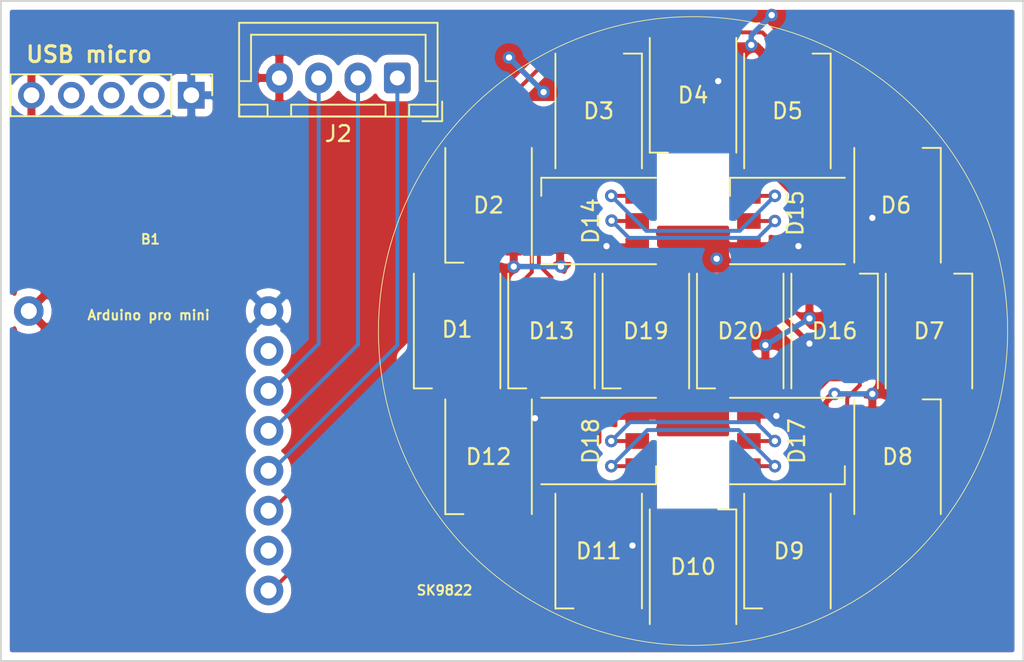
<source format=kicad_pcb>
(kicad_pcb (version 20171130) (host pcbnew 5.1.5)

  (general
    (thickness 1.6)
    (drawings 7)
    (tracks 308)
    (zones 0)
    (modules 25)
    (nets 46)
  )

  (page A4 portrait)
  (layers
    (0 F.Cu signal hide)
    (31 B.Cu signal hide)
    (32 B.Adhes user)
    (33 F.Adhes user)
    (34 B.Paste user)
    (35 F.Paste user)
    (36 B.SilkS user)
    (37 F.SilkS user)
    (38 B.Mask user)
    (39 F.Mask user)
    (40 Dwgs.User user)
    (41 Cmts.User user)
    (42 Eco1.User user)
    (43 Eco2.User user)
    (44 Edge.Cuts user)
    (45 Margin user)
    (46 B.CrtYd user hide)
    (47 F.CrtYd user hide)
    (48 B.Fab user hide)
    (49 F.Fab user hide)
  )

  (setup
    (last_trace_width 0.25)
    (trace_clearance 0.2)
    (zone_clearance 0.508)
    (zone_45_only no)
    (trace_min 0.2)
    (via_size 0.8)
    (via_drill 0.4)
    (via_min_size 0.4)
    (via_min_drill 0.3)
    (uvia_size 0.3)
    (uvia_drill 0.1)
    (uvias_allowed no)
    (uvia_min_size 0.2)
    (uvia_min_drill 0.1)
    (edge_width 0.05)
    (segment_width 0.2)
    (pcb_text_width 0.3)
    (pcb_text_size 1.5 1.5)
    (mod_edge_width 0.12)
    (mod_text_size 1 1)
    (mod_text_width 0.15)
    (pad_size 1.8796 1.8796)
    (pad_drill 1.016)
    (pad_to_mask_clearance 0.051)
    (solder_mask_min_width 0.25)
    (aux_axis_origin 0 0)
    (visible_elements FFFFFF7F)
    (pcbplotparams
      (layerselection 0x010fc_ffffffff)
      (usegerberextensions false)
      (usegerberattributes false)
      (usegerberadvancedattributes false)
      (creategerberjobfile false)
      (excludeedgelayer true)
      (linewidth 0.100000)
      (plotframeref false)
      (viasonmask false)
      (mode 1)
      (useauxorigin false)
      (hpglpennumber 1)
      (hpglpenspeed 20)
      (hpglpendiameter 15.000000)
      (psnegative false)
      (psa4output false)
      (plotreference true)
      (plotvalue true)
      (plotinvisibletext false)
      (padsonsilk false)
      (subtractmaskfromsilk false)
      (outputformat 1)
      (mirror false)
      (drillshape 0)
      (scaleselection 1)
      (outputdirectory "gerber/"))
  )

  (net 0 "")
  (net 1 "Net-(D1-Pad6)")
  (net 2 "Net-(D1-Pad5)")
  (net 3 "Net-(D2-Pad6)")
  (net 4 "Net-(D2-Pad5)")
  (net 5 "Net-(D3-Pad6)")
  (net 6 "Net-(D3-Pad5)")
  (net 7 "Net-(D5-Pad6)")
  (net 8 "Net-(D5-Pad5)")
  (net 9 "Net-(D6-Pad6)")
  (net 10 "Net-(D6-Pad5)")
  (net 11 "Net-(D7-Pad6)")
  (net 12 "Net-(D7-Pad5)")
  (net 13 "Net-(D10-Pad1)")
  (net 14 "Net-(D10-Pad2)")
  (net 15 "Net-(D10-Pad6)")
  (net 16 "Net-(D10-Pad5)")
  (net 17 "Net-(D11-Pad6)")
  (net 18 "Net-(D11-Pad5)")
  (net 19 "Net-(D13-Pad6)")
  (net 20 "Net-(D13-Pad5)")
  (net 21 "Net-(D14-Pad6)")
  (net 22 "Net-(D14-Pad5)")
  (net 23 "Net-(D15-Pad6)")
  (net 24 "Net-(D15-Pad5)")
  (net 25 "Net-(D17-Pad6)")
  (net 26 "Net-(D17-Pad5)")
  (net 27 "Net-(D18-Pad6)")
  (net 28 "Net-(D18-Pad5)")
  (net 29 "Net-(D19-Pad6)")
  (net 30 "Net-(D19-Pad5)")
  (net 31 VCC)
  (net 32 GND)
  (net 33 /CLK)
  (net 34 /MOSI)
  (net 35 /MOSI_D5)
  (net 36 /CLK_D5)
  (net 37 /CLK_D9)
  (net 38 /MOSI_D9)
  (net 39 /MOSI_D13)
  (net 40 /CLK_D13)
  (net 41 /CLK_D17)
  (net 42 /MOSI_D17)
  (net 43 "Net-(B1-PadA1)")
  (net 44 "Net-(B1-PadA0)")
  (net 45 "Net-(B1-PadA2)")

  (net_class Default "Dit is de standaard class."
    (clearance 0.2)
    (trace_width 0.25)
    (via_dia 0.8)
    (via_drill 0.4)
    (uvia_dia 0.3)
    (uvia_drill 0.1)
    (add_net /CLK)
    (add_net /CLK_D13)
    (add_net /CLK_D17)
    (add_net /CLK_D5)
    (add_net /CLK_D9)
    (add_net /MOSI)
    (add_net /MOSI_D13)
    (add_net /MOSI_D17)
    (add_net /MOSI_D5)
    (add_net /MOSI_D9)
    (add_net "Net-(B1-PadA0)")
    (add_net "Net-(B1-PadA1)")
    (add_net "Net-(B1-PadA2)")
    (add_net "Net-(D1-Pad5)")
    (add_net "Net-(D1-Pad6)")
    (add_net "Net-(D10-Pad1)")
    (add_net "Net-(D10-Pad2)")
    (add_net "Net-(D10-Pad5)")
    (add_net "Net-(D10-Pad6)")
    (add_net "Net-(D11-Pad5)")
    (add_net "Net-(D11-Pad6)")
    (add_net "Net-(D13-Pad5)")
    (add_net "Net-(D13-Pad6)")
    (add_net "Net-(D14-Pad5)")
    (add_net "Net-(D14-Pad6)")
    (add_net "Net-(D15-Pad5)")
    (add_net "Net-(D15-Pad6)")
    (add_net "Net-(D17-Pad5)")
    (add_net "Net-(D17-Pad6)")
    (add_net "Net-(D18-Pad5)")
    (add_net "Net-(D18-Pad6)")
    (add_net "Net-(D19-Pad5)")
    (add_net "Net-(D19-Pad6)")
    (add_net "Net-(D2-Pad5)")
    (add_net "Net-(D2-Pad6)")
    (add_net "Net-(D3-Pad5)")
    (add_net "Net-(D3-Pad6)")
    (add_net "Net-(D5-Pad5)")
    (add_net "Net-(D5-Pad6)")
    (add_net "Net-(D6-Pad5)")
    (add_net "Net-(D6-Pad6)")
    (add_net "Net-(D7-Pad5)")
    (add_net "Net-(D7-Pad6)")
  )

  (net_class Power ""
    (clearance 0.2)
    (trace_width 0.35)
    (via_dia 0.8)
    (via_drill 0.4)
    (uvia_dia 0.3)
    (uvia_drill 0.1)
    (add_net GND)
    (add_net VCC)
  )

  (module ARDUINO_PRO_MINI_SANDWICH:ARDUINO_LAMP_WIM_LIEN (layer F.Cu) (tedit 5DFCA76F) (tstamp 5DCE244A)
    (at 29.4 130.1)
    (path /5DD8730A)
    (fp_text reference B1 (at 0 3.6) (layer F.SilkS) hide
      (effects (font (size 1 1) (thickness 0.15)))
    )
    (fp_text value arduino_lamp_wim_lien (at 0 -1.9) (layer F.Fab)
      (effects (font (size 1 1) (thickness 0.15)))
    )
    (fp_line (start -8.9 15.22) (end 8.88 15.22) (layer Dwgs.User) (width 0.127))
    (fp_line (start -8.9 -17.8) (end -8.9 15.22) (layer Dwgs.User) (width 0.127))
    (fp_line (start 8.88 15.22) (end 8.88 -17.8) (layer Dwgs.User) (width 0.127))
    (fp_line (start 8.88 -17.8) (end -8.9 -17.8) (layer Dwgs.User) (width 0.127))
    (fp_text user B1 (at 0.1 -10.936 180) (layer F.SilkS)
      (effects (font (size 0.6096 0.6096) (thickness 0.127)))
    )
    (fp_text user "Arduino pro mini" (at -0.01 -6.11) (layer F.SilkS)
      (effects (font (size 0.6096 0.6096) (thickness 0.127)))
    )
    (pad 13 thru_hole circle (at 7.61 6.33) (size 1.8796 1.8796) (drill 1.016) (layers *.Cu *.Mask)
      (net 33 /CLK) (solder_mask_margin 0.1016))
    (pad 12 thru_hole circle (at 7.61 8.87) (size 1.8796 1.8796) (drill 1.016) (layers *.Cu *.Mask)
      (solder_mask_margin 0.1016))
    (pad A3 thru_hole circle (at 7.61 -3.83) (size 1.8796 1.8796) (drill 1.016) (layers *.Cu *.Mask)
      (solder_mask_margin 0.1016))
    (pad A2 thru_hole circle (at 7.61 -1.29) (size 1.8796 1.8796) (drill 1.016) (layers *.Cu *.Mask)
      (net 45 "Net-(B1-PadA2)") (solder_mask_margin 0.1016))
    (pad GND thru_hole circle (at -7.63 -6.37) (size 1.8796 1.8796) (drill 1.016) (layers *.Cu *.Mask)
      (net 32 GND) (solder_mask_margin 0.1016))
    (pad A1 thru_hole circle (at 7.61 1.25) (size 1.8796 1.8796) (drill 1.016) (layers *.Cu *.Mask)
      (net 43 "Net-(B1-PadA1)") (solder_mask_margin 0.1016))
    (pad A0 thru_hole circle (at 7.61 3.79) (size 1.8796 1.8796) (drill 1.016) (layers *.Cu *.Mask)
      (net 44 "Net-(B1-PadA0)") (solder_mask_margin 0.1016))
    (pad 11 thru_hole circle (at 7.61 11.41) (size 1.8796 1.8796) (drill 1.016) (layers *.Cu *.Mask)
      (net 34 /MOSI) (solder_mask_margin 0.1016))
    (pad VCC thru_hole circle (at 7.61 -6.37) (size 1.8796 1.8796) (drill 1.016) (layers *.Cu *.Mask)
      (net 31 VCC) (solder_mask_margin 0.1016))
  )

  (module MountingHole:MountingHole_2.2mm_M2 locked (layer F.Cu) (tedit 56D1B4CB) (tstamp 5DCD7376)
    (at 64 116)
    (descr "Mounting Hole 2.2mm, no annular, M2")
    (tags "mounting hole 2.2mm no annular m2")
    (attr virtual)
    (fp_text reference REF** (at 0 -3.2) (layer F.SilkS) hide
      (effects (font (size 1 1) (thickness 0.15)))
    )
    (fp_text value MountingHole_2.2mm_M2 (at 0 3.2) (layer F.Fab) hide
      (effects (font (size 1 1) (thickness 0.15)))
    )
    (fp_circle (center 0 0) (end 2.45 0) (layer F.CrtYd) (width 0.05))
    (fp_circle (center 0 0) (end 2.2 0) (layer Cmts.User) (width 0.15))
    (fp_text user %R (at 0.3 0) (layer F.Fab) hide
      (effects (font (size 1 1) (thickness 0.15)))
    )
    (pad 1 np_thru_hole circle (at 0 0) (size 2.2 2.2) (drill 2.2) (layers *.Cu *.Mask))
  )

  (module Connector_JST:JST_XH_B4B-XH-A_1x04_P2.50mm_Vertical (layer F.Cu) (tedit 5C28146C) (tstamp 5DD369B1)
    (at 45.2 108.9 180)
    (descr "JST XH series connector, B4B-XH-A (http://www.jst-mfg.com/product/pdf/eng/eXH.pdf), generated with kicad-footprint-generator")
    (tags "connector JST XH vertical")
    (path /5DDFBDDE)
    (fp_text reference J2 (at 3.75 -3.55) (layer F.SilkS)
      (effects (font (size 1 1) (thickness 0.15)))
    )
    (fp_text value Conn_01x04_Female_button_panel (at 3.75 4.6) (layer F.Fab)
      (effects (font (size 1 1) (thickness 0.15)))
    )
    (fp_text user %R (at 3.75 2.7) (layer F.Fab)
      (effects (font (size 1 1) (thickness 0.15)))
    )
    (fp_line (start -2.85 -2.75) (end -2.85 -1.5) (layer F.SilkS) (width 0.12))
    (fp_line (start -1.6 -2.75) (end -2.85 -2.75) (layer F.SilkS) (width 0.12))
    (fp_line (start 9.3 2.75) (end 3.75 2.75) (layer F.SilkS) (width 0.12))
    (fp_line (start 9.3 -0.2) (end 9.3 2.75) (layer F.SilkS) (width 0.12))
    (fp_line (start 10.05 -0.2) (end 9.3 -0.2) (layer F.SilkS) (width 0.12))
    (fp_line (start -1.8 2.75) (end 3.75 2.75) (layer F.SilkS) (width 0.12))
    (fp_line (start -1.8 -0.2) (end -1.8 2.75) (layer F.SilkS) (width 0.12))
    (fp_line (start -2.55 -0.2) (end -1.8 -0.2) (layer F.SilkS) (width 0.12))
    (fp_line (start 10.05 -2.45) (end 8.25 -2.45) (layer F.SilkS) (width 0.12))
    (fp_line (start 10.05 -1.7) (end 10.05 -2.45) (layer F.SilkS) (width 0.12))
    (fp_line (start 8.25 -1.7) (end 10.05 -1.7) (layer F.SilkS) (width 0.12))
    (fp_line (start 8.25 -2.45) (end 8.25 -1.7) (layer F.SilkS) (width 0.12))
    (fp_line (start -0.75 -2.45) (end -2.55 -2.45) (layer F.SilkS) (width 0.12))
    (fp_line (start -0.75 -1.7) (end -0.75 -2.45) (layer F.SilkS) (width 0.12))
    (fp_line (start -2.55 -1.7) (end -0.75 -1.7) (layer F.SilkS) (width 0.12))
    (fp_line (start -2.55 -2.45) (end -2.55 -1.7) (layer F.SilkS) (width 0.12))
    (fp_line (start 6.75 -2.45) (end 0.75 -2.45) (layer F.SilkS) (width 0.12))
    (fp_line (start 6.75 -1.7) (end 6.75 -2.45) (layer F.SilkS) (width 0.12))
    (fp_line (start 0.75 -1.7) (end 6.75 -1.7) (layer F.SilkS) (width 0.12))
    (fp_line (start 0.75 -2.45) (end 0.75 -1.7) (layer F.SilkS) (width 0.12))
    (fp_line (start 0 -1.35) (end 0.625 -2.35) (layer F.Fab) (width 0.1))
    (fp_line (start -0.625 -2.35) (end 0 -1.35) (layer F.Fab) (width 0.1))
    (fp_line (start 10.45 -2.85) (end -2.95 -2.85) (layer F.CrtYd) (width 0.05))
    (fp_line (start 10.45 3.9) (end 10.45 -2.85) (layer F.CrtYd) (width 0.05))
    (fp_line (start -2.95 3.9) (end 10.45 3.9) (layer F.CrtYd) (width 0.05))
    (fp_line (start -2.95 -2.85) (end -2.95 3.9) (layer F.CrtYd) (width 0.05))
    (fp_line (start 10.06 -2.46) (end -2.56 -2.46) (layer F.SilkS) (width 0.12))
    (fp_line (start 10.06 3.51) (end 10.06 -2.46) (layer F.SilkS) (width 0.12))
    (fp_line (start -2.56 3.51) (end 10.06 3.51) (layer F.SilkS) (width 0.12))
    (fp_line (start -2.56 -2.46) (end -2.56 3.51) (layer F.SilkS) (width 0.12))
    (fp_line (start 9.95 -2.35) (end -2.45 -2.35) (layer F.Fab) (width 0.1))
    (fp_line (start 9.95 3.4) (end 9.95 -2.35) (layer F.Fab) (width 0.1))
    (fp_line (start -2.45 3.4) (end 9.95 3.4) (layer F.Fab) (width 0.1))
    (fp_line (start -2.45 -2.35) (end -2.45 3.4) (layer F.Fab) (width 0.1))
    (pad 4 thru_hole oval (at 7.5 0 180) (size 1.7 1.95) (drill 0.95) (layers *.Cu *.Mask)
      (net 32 GND))
    (pad 3 thru_hole oval (at 5 0 180) (size 1.7 1.95) (drill 0.95) (layers *.Cu *.Mask)
      (net 45 "Net-(B1-PadA2)"))
    (pad 2 thru_hole oval (at 2.5 0 180) (size 1.7 1.95) (drill 0.95) (layers *.Cu *.Mask)
      (net 43 "Net-(B1-PadA1)"))
    (pad 1 thru_hole roundrect (at 0 0 180) (size 1.7 1.95) (drill 0.95) (layers *.Cu *.Mask) (roundrect_rratio 0.147059)
      (net 44 "Net-(B1-PadA0)"))
    (model ${KISYS3DMOD}/Connector_JST.3dshapes/JST_XH_B4B-XH-A_1x04_P2.50mm_Vertical.wrl
      (at (xyz 0 0 0))
      (scale (xyz 1 1 1))
      (rotate (xyz 0 0 0))
    )
  )

  (module Connector_PinHeader_2.54mm:PinHeader_1x05_P2.54mm_Vertical (layer F.Cu) (tedit 59FED5CC) (tstamp 5DFCB79B)
    (at 32.1 110 270)
    (descr "Through hole straight pin header, 1x05, 2.54mm pitch, single row")
    (tags "Through hole pin header THT 1x05 2.54mm single row")
    (path /5DD1541F)
    (fp_text reference J1 (at 0 -2.33 90) (layer F.SilkS) hide
      (effects (font (size 1 1) (thickness 0.15)))
    )
    (fp_text value Conn_01x05_Male_usb_power (at 0 12.49 90) (layer F.Fab)
      (effects (font (size 1 1) (thickness 0.15)))
    )
    (fp_text user %R (at 0 5.08) (layer F.Fab)
      (effects (font (size 1 1) (thickness 0.15)))
    )
    (fp_line (start 1.8 -1.8) (end -1.8 -1.8) (layer F.CrtYd) (width 0.05))
    (fp_line (start 1.8 11.95) (end 1.8 -1.8) (layer F.CrtYd) (width 0.05))
    (fp_line (start -1.8 11.95) (end 1.8 11.95) (layer F.CrtYd) (width 0.05))
    (fp_line (start -1.8 -1.8) (end -1.8 11.95) (layer F.CrtYd) (width 0.05))
    (fp_line (start -1.33 -1.33) (end 0 -1.33) (layer F.SilkS) (width 0.12))
    (fp_line (start -1.33 0) (end -1.33 -1.33) (layer F.SilkS) (width 0.12))
    (fp_line (start -1.33 1.27) (end 1.33 1.27) (layer F.SilkS) (width 0.12))
    (fp_line (start 1.33 1.27) (end 1.33 11.49) (layer F.SilkS) (width 0.12))
    (fp_line (start -1.33 1.27) (end -1.33 11.49) (layer F.SilkS) (width 0.12))
    (fp_line (start -1.33 11.49) (end 1.33 11.49) (layer F.SilkS) (width 0.12))
    (fp_line (start -1.27 -0.635) (end -0.635 -1.27) (layer F.Fab) (width 0.1))
    (fp_line (start -1.27 11.43) (end -1.27 -0.635) (layer F.Fab) (width 0.1))
    (fp_line (start 1.27 11.43) (end -1.27 11.43) (layer F.Fab) (width 0.1))
    (fp_line (start 1.27 -1.27) (end 1.27 11.43) (layer F.Fab) (width 0.1))
    (fp_line (start -0.635 -1.27) (end 1.27 -1.27) (layer F.Fab) (width 0.1))
    (pad 5 thru_hole oval (at 0 10.16 270) (size 1.7 1.7) (drill 1) (layers *.Cu *.Mask)
      (net 32 GND))
    (pad 4 thru_hole oval (at 0 7.62 270) (size 1.7 1.7) (drill 1) (layers *.Cu *.Mask))
    (pad 3 thru_hole oval (at 0 5.08 270) (size 1.7 1.7) (drill 1) (layers *.Cu *.Mask))
    (pad 2 thru_hole oval (at 0 2.54 270) (size 1.7 1.7) (drill 1) (layers *.Cu *.Mask))
    (pad 1 thru_hole rect (at 0 0 270) (size 1.7 1.7) (drill 1) (layers *.Cu *.Mask)
      (net 31 VCC))
  )

  (module LED_SMD:LED_WS2812_PLCC6_5.0x5.0mm_P1.6mm locked (layer F.Cu) (tedit 5AA4B296) (tstamp 5DCCBE2E)
    (at 73 125 270)
    (descr https://cdn-shop.adafruit.com/datasheets/WS2812.pdf)
    (tags "LED RGB NeoPixel")
    (path /5DE0E259)
    (attr smd)
    (fp_text reference D16 (at 0 0 180) (layer F.SilkS)
      (effects (font (size 1 1) (thickness 0.15)))
    )
    (fp_text value SK9822 (at 0 4 90) (layer F.Fab)
      (effects (font (size 1 1) (thickness 0.15)))
    )
    (fp_circle (center 0 0) (end 0 -2) (layer F.Fab) (width 0.1))
    (fp_line (start -3.65 -2.75) (end 3.65 -2.75) (layer F.SilkS) (width 0.12))
    (fp_line (start -3.65 -1.6) (end -3.65 -2.75) (layer F.SilkS) (width 0.12))
    (fp_line (start -3.65 2.75) (end 3.65 2.75) (layer F.SilkS) (width 0.12))
    (fp_line (start -2.5 2.5) (end -2.5 -2.5) (layer F.Fab) (width 0.1))
    (fp_line (start 2.5 2.5) (end -2.5 2.5) (layer F.Fab) (width 0.1))
    (fp_line (start 2.5 -2.5) (end 2.5 2.5) (layer F.Fab) (width 0.1))
    (fp_line (start -2.5 -2.5) (end 2.5 -2.5) (layer F.Fab) (width 0.1))
    (fp_line (start -2.5 -1.5) (end -1.5 -2.5) (layer F.Fab) (width 0.1))
    (fp_line (start -3.45 -2.75) (end -3.45 2.75) (layer F.CrtYd) (width 0.05))
    (fp_line (start -3.45 2.75) (end 3.45 2.75) (layer F.CrtYd) (width 0.05))
    (fp_line (start 3.45 2.75) (end 3.45 -2.75) (layer F.CrtYd) (width 0.05))
    (fp_line (start 3.45 -2.75) (end -3.45 -2.75) (layer F.CrtYd) (width 0.05))
    (fp_text user %R (at 0 0 90) (layer F.Fab)
      (effects (font (size 0.8 0.8) (thickness 0.15)))
    )
    (pad 1 smd rect (at -2.45 -1.6 270) (size 1.5 1) (layers F.Cu F.Paste F.Mask)
      (net 23 "Net-(D15-Pad6)"))
    (pad 2 smd rect (at -2.45 0 270) (size 1.5 1) (layers F.Cu F.Paste F.Mask)
      (net 24 "Net-(D15-Pad5)"))
    (pad 3 smd rect (at -2.45 1.6 270) (size 1.5 1) (layers F.Cu F.Paste F.Mask)
      (net 32 GND))
    (pad 6 smd rect (at 2.45 -1.6 270) (size 1.5 1) (layers F.Cu F.Paste F.Mask)
      (net 42 /MOSI_D17))
    (pad 5 smd rect (at 2.45 0 270) (size 1.5 1) (layers F.Cu F.Paste F.Mask)
      (net 41 /CLK_D17))
    (pad 4 smd rect (at 2.45 1.6 270) (size 1.5 1) (layers F.Cu F.Paste F.Mask)
      (net 31 VCC))
    (model ${KISYS3DMOD}/LED_SMD.3dshapes/LED_WS2812_PLCC6_5.0x5.0mm_P1.6mm.wrl
      (at (xyz 0 0 0))
      (scale (xyz 1 1 1))
      (rotate (xyz 0 0 0))
    )
  )

  (module MountingHole:MountingHole_2mm locked (layer F.Cu) (tedit 5B924920) (tstamp 5DCD718B)
    (at 64 134)
    (descr "Mounting Hole 2mm, no annular")
    (tags "mounting hole 2mm no annular")
    (attr virtual)
    (fp_text reference REF** (at 0 -3.2) (layer F.SilkS) hide
      (effects (font (size 1 1) (thickness 0.15)))
    )
    (fp_text value MountingHole_2mm (at 0 3.2) (layer F.Fab) hide
      (effects (font (size 1 1) (thickness 0.15)))
    )
    (fp_circle (center 0 0) (end 2.25 0) (layer F.CrtYd) (width 0.05))
    (fp_circle (center 0 0) (end 2 0) (layer Cmts.User) (width 0.15))
    (fp_text user %R (at 0.3 0) (layer F.Fab) hide
      (effects (font (size 1 1) (thickness 0.15)))
    )
    (pad "" np_thru_hole circle (at 0 0) (size 2 2) (drill 2) (layers *.Cu *.Mask))
  )

  (module LED_SMD:LED_WS2812_PLCC6_5.0x5.0mm_P1.6mm locked (layer F.Cu) (tedit 5AA4B296) (tstamp 5DCCBE8E)
    (at 67 125 90)
    (descr https://cdn-shop.adafruit.com/datasheets/WS2812.pdf)
    (tags "LED RGB NeoPixel")
    (path /5DDEB482)
    (attr smd)
    (fp_text reference D20 (at 0 0 180) (layer F.SilkS)
      (effects (font (size 1 1) (thickness 0.15)))
    )
    (fp_text value SK9822 (at 0 4 90) (layer F.Fab)
      (effects (font (size 1 1) (thickness 0.15)))
    )
    (fp_text user %R (at 0 0 90) (layer F.Fab)
      (effects (font (size 0.8 0.8) (thickness 0.15)))
    )
    (fp_line (start 3.45 -2.75) (end -3.45 -2.75) (layer F.CrtYd) (width 0.05))
    (fp_line (start 3.45 2.75) (end 3.45 -2.75) (layer F.CrtYd) (width 0.05))
    (fp_line (start -3.45 2.75) (end 3.45 2.75) (layer F.CrtYd) (width 0.05))
    (fp_line (start -3.45 -2.75) (end -3.45 2.75) (layer F.CrtYd) (width 0.05))
    (fp_line (start -2.5 -1.5) (end -1.5 -2.5) (layer F.Fab) (width 0.1))
    (fp_line (start -2.5 -2.5) (end 2.5 -2.5) (layer F.Fab) (width 0.1))
    (fp_line (start 2.5 -2.5) (end 2.5 2.5) (layer F.Fab) (width 0.1))
    (fp_line (start 2.5 2.5) (end -2.5 2.5) (layer F.Fab) (width 0.1))
    (fp_line (start -2.5 2.5) (end -2.5 -2.5) (layer F.Fab) (width 0.1))
    (fp_line (start -3.65 2.75) (end 3.65 2.75) (layer F.SilkS) (width 0.12))
    (fp_line (start -3.65 -1.6) (end -3.65 -2.75) (layer F.SilkS) (width 0.12))
    (fp_line (start -3.65 -2.75) (end 3.65 -2.75) (layer F.SilkS) (width 0.12))
    (fp_circle (center 0 0) (end 0 -2) (layer F.Fab) (width 0.1))
    (pad 4 smd rect (at 2.45 1.6 90) (size 1.5 1) (layers F.Cu F.Paste F.Mask)
      (net 31 VCC))
    (pad 5 smd rect (at 2.45 0 90) (size 1.5 1) (layers F.Cu F.Paste F.Mask))
    (pad 6 smd rect (at 2.45 -1.6 90) (size 1.5 1) (layers F.Cu F.Paste F.Mask))
    (pad 3 smd rect (at -2.45 1.6 90) (size 1.5 1) (layers F.Cu F.Paste F.Mask)
      (net 32 GND))
    (pad 2 smd rect (at -2.45 0 90) (size 1.5 1) (layers F.Cu F.Paste F.Mask)
      (net 30 "Net-(D19-Pad5)"))
    (pad 1 smd rect (at -2.45 -1.6 90) (size 1.5 1) (layers F.Cu F.Paste F.Mask)
      (net 29 "Net-(D19-Pad6)"))
    (model ${KISYS3DMOD}/LED_SMD.3dshapes/LED_WS2812_PLCC6_5.0x5.0mm_P1.6mm.wrl
      (at (xyz 0 0 0))
      (scale (xyz 1 1 1))
      (rotate (xyz 0 0 0))
    )
  )

  (module LED_SMD:LED_WS2812_PLCC6_5.0x5.0mm_P1.6mm locked (layer F.Cu) (tedit 5AA4B296) (tstamp 5DCCBE76)
    (at 61 125 90)
    (descr https://cdn-shop.adafruit.com/datasheets/WS2812.pdf)
    (tags "LED RGB NeoPixel")
    (path /5DDEB470)
    (attr smd)
    (fp_text reference D19 (at 0 0 180) (layer F.SilkS)
      (effects (font (size 1 1) (thickness 0.15)))
    )
    (fp_text value SK9822 (at 0 4 90) (layer F.Fab)
      (effects (font (size 1 1) (thickness 0.15)))
    )
    (fp_circle (center 0 0) (end 0 -2) (layer F.Fab) (width 0.1))
    (fp_line (start -3.65 -2.75) (end 3.65 -2.75) (layer F.SilkS) (width 0.12))
    (fp_line (start -3.65 -1.6) (end -3.65 -2.75) (layer F.SilkS) (width 0.12))
    (fp_line (start -3.65 2.75) (end 3.65 2.75) (layer F.SilkS) (width 0.12))
    (fp_line (start -2.5 2.5) (end -2.5 -2.5) (layer F.Fab) (width 0.1))
    (fp_line (start 2.5 2.5) (end -2.5 2.5) (layer F.Fab) (width 0.1))
    (fp_line (start 2.5 -2.5) (end 2.5 2.5) (layer F.Fab) (width 0.1))
    (fp_line (start -2.5 -2.5) (end 2.5 -2.5) (layer F.Fab) (width 0.1))
    (fp_line (start -2.5 -1.5) (end -1.5 -2.5) (layer F.Fab) (width 0.1))
    (fp_line (start -3.45 -2.75) (end -3.45 2.75) (layer F.CrtYd) (width 0.05))
    (fp_line (start -3.45 2.75) (end 3.45 2.75) (layer F.CrtYd) (width 0.05))
    (fp_line (start 3.45 2.75) (end 3.45 -2.75) (layer F.CrtYd) (width 0.05))
    (fp_line (start 3.45 -2.75) (end -3.45 -2.75) (layer F.CrtYd) (width 0.05))
    (fp_text user %R (at 0 0 90) (layer F.Fab)
      (effects (font (size 0.8 0.8) (thickness 0.15)))
    )
    (pad 1 smd rect (at -2.45 -1.6 90) (size 1.5 1) (layers F.Cu F.Paste F.Mask)
      (net 27 "Net-(D18-Pad6)"))
    (pad 2 smd rect (at -2.45 0 90) (size 1.5 1) (layers F.Cu F.Paste F.Mask)
      (net 28 "Net-(D18-Pad5)"))
    (pad 3 smd rect (at -2.45 1.6 90) (size 1.5 1) (layers F.Cu F.Paste F.Mask)
      (net 32 GND))
    (pad 6 smd rect (at 2.45 -1.6 90) (size 1.5 1) (layers F.Cu F.Paste F.Mask)
      (net 29 "Net-(D19-Pad6)"))
    (pad 5 smd rect (at 2.45 0 90) (size 1.5 1) (layers F.Cu F.Paste F.Mask)
      (net 30 "Net-(D19-Pad5)"))
    (pad 4 smd rect (at 2.45 1.6 90) (size 1.5 1) (layers F.Cu F.Paste F.Mask)
      (net 31 VCC))
    (model ${KISYS3DMOD}/LED_SMD.3dshapes/LED_WS2812_PLCC6_5.0x5.0mm_P1.6mm.wrl
      (at (xyz 0 0 0))
      (scale (xyz 1 1 1))
      (rotate (xyz 0 0 0))
    )
  )

  (module LED_SMD:LED_WS2812_PLCC6_5.0x5.0mm_P1.6mm locked (layer F.Cu) (tedit 5AA4B296) (tstamp 5DCCBE5E)
    (at 58 132 180)
    (descr https://cdn-shop.adafruit.com/datasheets/WS2812.pdf)
    (tags "LED RGB NeoPixel")
    (path /5DDEB476)
    (attr smd)
    (fp_text reference D18 (at 0.5 0 90) (layer F.SilkS)
      (effects (font (size 1 1) (thickness 0.15)))
    )
    (fp_text value SK9822 (at 0 4) (layer F.Fab)
      (effects (font (size 1 1) (thickness 0.15)))
    )
    (fp_circle (center 0 0) (end 0 -2) (layer F.Fab) (width 0.1))
    (fp_line (start -3.65 -2.75) (end 3.65 -2.75) (layer F.SilkS) (width 0.12))
    (fp_line (start -3.65 -1.6) (end -3.65 -2.75) (layer F.SilkS) (width 0.12))
    (fp_line (start -3.65 2.75) (end 3.65 2.75) (layer F.SilkS) (width 0.12))
    (fp_line (start -2.5 2.5) (end -2.5 -2.5) (layer F.Fab) (width 0.1))
    (fp_line (start 2.5 2.5) (end -2.5 2.5) (layer F.Fab) (width 0.1))
    (fp_line (start 2.5 -2.5) (end 2.5 2.5) (layer F.Fab) (width 0.1))
    (fp_line (start -2.5 -2.5) (end 2.5 -2.5) (layer F.Fab) (width 0.1))
    (fp_line (start -2.5 -1.5) (end -1.5 -2.5) (layer F.Fab) (width 0.1))
    (fp_line (start -3.45 -2.75) (end -3.45 2.75) (layer F.CrtYd) (width 0.05))
    (fp_line (start -3.45 2.75) (end 3.45 2.75) (layer F.CrtYd) (width 0.05))
    (fp_line (start 3.45 2.75) (end 3.45 -2.75) (layer F.CrtYd) (width 0.05))
    (fp_line (start 3.45 -2.75) (end -3.45 -2.75) (layer F.CrtYd) (width 0.05))
    (fp_text user %R (at 0 0) (layer F.Fab)
      (effects (font (size 0.8 0.8) (thickness 0.15)))
    )
    (pad 1 smd rect (at -2.45 -1.6 180) (size 1.5 1) (layers F.Cu F.Paste F.Mask)
      (net 25 "Net-(D17-Pad6)"))
    (pad 2 smd rect (at -2.45 0 180) (size 1.5 1) (layers F.Cu F.Paste F.Mask)
      (net 26 "Net-(D17-Pad5)"))
    (pad 3 smd rect (at -2.45 1.6 180) (size 1.5 1) (layers F.Cu F.Paste F.Mask)
      (net 32 GND))
    (pad 6 smd rect (at 2.45 -1.6 180) (size 1.5 1) (layers F.Cu F.Paste F.Mask)
      (net 27 "Net-(D18-Pad6)"))
    (pad 5 smd rect (at 2.45 0 180) (size 1.5 1) (layers F.Cu F.Paste F.Mask)
      (net 28 "Net-(D18-Pad5)"))
    (pad 4 smd rect (at 2.45 1.6 180) (size 1.5 1) (layers F.Cu F.Paste F.Mask)
      (net 31 VCC))
    (model ${KISYS3DMOD}/LED_SMD.3dshapes/LED_WS2812_PLCC6_5.0x5.0mm_P1.6mm.wrl
      (at (xyz 0 0 0))
      (scale (xyz 1 1 1))
      (rotate (xyz 0 0 0))
    )
  )

  (module LED_SMD:LED_WS2812_PLCC6_5.0x5.0mm_P1.6mm locked (layer F.Cu) (tedit 5AA4B296) (tstamp 5DCCBE46)
    (at 70 132 180)
    (descr https://cdn-shop.adafruit.com/datasheets/WS2812.pdf)
    (tags "LED RGB NeoPixel")
    (path /5DDEB47C)
    (attr smd)
    (fp_text reference D17 (at -0.6 0 90) (layer F.SilkS)
      (effects (font (size 1 1) (thickness 0.15)))
    )
    (fp_text value SK9822 (at 0 4) (layer F.Fab)
      (effects (font (size 1 1) (thickness 0.15)))
    )
    (fp_text user %R (at 0 0) (layer F.Fab)
      (effects (font (size 0.8 0.8) (thickness 0.15)))
    )
    (fp_line (start 3.45 -2.75) (end -3.45 -2.75) (layer F.CrtYd) (width 0.05))
    (fp_line (start 3.45 2.75) (end 3.45 -2.75) (layer F.CrtYd) (width 0.05))
    (fp_line (start -3.45 2.75) (end 3.45 2.75) (layer F.CrtYd) (width 0.05))
    (fp_line (start -3.45 -2.75) (end -3.45 2.75) (layer F.CrtYd) (width 0.05))
    (fp_line (start -2.5 -1.5) (end -1.5 -2.5) (layer F.Fab) (width 0.1))
    (fp_line (start -2.5 -2.5) (end 2.5 -2.5) (layer F.Fab) (width 0.1))
    (fp_line (start 2.5 -2.5) (end 2.5 2.5) (layer F.Fab) (width 0.1))
    (fp_line (start 2.5 2.5) (end -2.5 2.5) (layer F.Fab) (width 0.1))
    (fp_line (start -2.5 2.5) (end -2.5 -2.5) (layer F.Fab) (width 0.1))
    (fp_line (start -3.65 2.75) (end 3.65 2.75) (layer F.SilkS) (width 0.12))
    (fp_line (start -3.65 -1.6) (end -3.65 -2.75) (layer F.SilkS) (width 0.12))
    (fp_line (start -3.65 -2.75) (end 3.65 -2.75) (layer F.SilkS) (width 0.12))
    (fp_circle (center 0 0) (end 0 -2) (layer F.Fab) (width 0.1))
    (pad 4 smd rect (at 2.45 1.6 180) (size 1.5 1) (layers F.Cu F.Paste F.Mask)
      (net 31 VCC))
    (pad 5 smd rect (at 2.45 0 180) (size 1.5 1) (layers F.Cu F.Paste F.Mask)
      (net 26 "Net-(D17-Pad5)"))
    (pad 6 smd rect (at 2.45 -1.6 180) (size 1.5 1) (layers F.Cu F.Paste F.Mask)
      (net 25 "Net-(D17-Pad6)"))
    (pad 3 smd rect (at -2.45 1.6 180) (size 1.5 1) (layers F.Cu F.Paste F.Mask)
      (net 32 GND))
    (pad 2 smd rect (at -2.45 0 180) (size 1.5 1) (layers F.Cu F.Paste F.Mask)
      (net 41 /CLK_D17))
    (pad 1 smd rect (at -2.45 -1.6 180) (size 1.5 1) (layers F.Cu F.Paste F.Mask)
      (net 42 /MOSI_D17))
    (model ${KISYS3DMOD}/LED_SMD.3dshapes/LED_WS2812_PLCC6_5.0x5.0mm_P1.6mm.wrl
      (at (xyz 0 0 0))
      (scale (xyz 1 1 1))
      (rotate (xyz 0 0 0))
    )
  )

  (module LED_SMD:LED_WS2812_PLCC6_5.0x5.0mm_P1.6mm locked (layer F.Cu) (tedit 5AA4B296) (tstamp 5DCCBE16)
    (at 70 118)
    (descr https://cdn-shop.adafruit.com/datasheets/WS2812.pdf)
    (tags "LED RGB NeoPixel")
    (path /5DE0E253)
    (attr smd)
    (fp_text reference D15 (at 0.5 -0.5 90) (layer F.SilkS)
      (effects (font (size 1 1) (thickness 0.15)))
    )
    (fp_text value SK9822 (at 0 4) (layer F.Fab)
      (effects (font (size 1 1) (thickness 0.15)))
    )
    (fp_circle (center 0 0) (end 0 -2) (layer F.Fab) (width 0.1))
    (fp_line (start -3.65 -2.75) (end 3.65 -2.75) (layer F.SilkS) (width 0.12))
    (fp_line (start -3.65 -1.6) (end -3.65 -2.75) (layer F.SilkS) (width 0.12))
    (fp_line (start -3.65 2.75) (end 3.65 2.75) (layer F.SilkS) (width 0.12))
    (fp_line (start -2.5 2.5) (end -2.5 -2.5) (layer F.Fab) (width 0.1))
    (fp_line (start 2.5 2.5) (end -2.5 2.5) (layer F.Fab) (width 0.1))
    (fp_line (start 2.5 -2.5) (end 2.5 2.5) (layer F.Fab) (width 0.1))
    (fp_line (start -2.5 -2.5) (end 2.5 -2.5) (layer F.Fab) (width 0.1))
    (fp_line (start -2.5 -1.5) (end -1.5 -2.5) (layer F.Fab) (width 0.1))
    (fp_line (start -3.45 -2.75) (end -3.45 2.75) (layer F.CrtYd) (width 0.05))
    (fp_line (start -3.45 2.75) (end 3.45 2.75) (layer F.CrtYd) (width 0.05))
    (fp_line (start 3.45 2.75) (end 3.45 -2.75) (layer F.CrtYd) (width 0.05))
    (fp_line (start 3.45 -2.75) (end -3.45 -2.75) (layer F.CrtYd) (width 0.05))
    (fp_text user %R (at 0 0) (layer F.Fab)
      (effects (font (size 0.8 0.8) (thickness 0.15)))
    )
    (pad 1 smd rect (at -2.45 -1.6) (size 1.5 1) (layers F.Cu F.Paste F.Mask)
      (net 21 "Net-(D14-Pad6)"))
    (pad 2 smd rect (at -2.45 0) (size 1.5 1) (layers F.Cu F.Paste F.Mask)
      (net 22 "Net-(D14-Pad5)"))
    (pad 3 smd rect (at -2.45 1.6) (size 1.5 1) (layers F.Cu F.Paste F.Mask)
      (net 32 GND))
    (pad 6 smd rect (at 2.45 -1.6) (size 1.5 1) (layers F.Cu F.Paste F.Mask)
      (net 23 "Net-(D15-Pad6)"))
    (pad 5 smd rect (at 2.45 0) (size 1.5 1) (layers F.Cu F.Paste F.Mask)
      (net 24 "Net-(D15-Pad5)"))
    (pad 4 smd rect (at 2.45 1.6) (size 1.5 1) (layers F.Cu F.Paste F.Mask)
      (net 31 VCC))
    (model ${KISYS3DMOD}/LED_SMD.3dshapes/LED_WS2812_PLCC6_5.0x5.0mm_P1.6mm.wrl
      (at (xyz 0 0 0))
      (scale (xyz 1 1 1))
      (rotate (xyz 0 0 0))
    )
  )

  (module LED_SMD:LED_WS2812_PLCC6_5.0x5.0mm_P1.6mm locked (layer F.Cu) (tedit 5AA4B296) (tstamp 5DCCBDFE)
    (at 58 118)
    (descr https://cdn-shop.adafruit.com/datasheets/WS2812.pdf)
    (tags "LED RGB NeoPixel")
    (path /5DE0E24D)
    (attr smd)
    (fp_text reference D14 (at -0.5 0 90) (layer F.SilkS)
      (effects (font (size 1 1) (thickness 0.15)))
    )
    (fp_text value SK9822 (at 0 4) (layer F.Fab)
      (effects (font (size 1 1) (thickness 0.15)))
    )
    (fp_circle (center 0 0) (end 0 -2) (layer F.Fab) (width 0.1))
    (fp_line (start -3.65 -2.75) (end 3.65 -2.75) (layer F.SilkS) (width 0.12))
    (fp_line (start -3.65 -1.6) (end -3.65 -2.75) (layer F.SilkS) (width 0.12))
    (fp_line (start -3.65 2.75) (end 3.65 2.75) (layer F.SilkS) (width 0.12))
    (fp_line (start -2.5 2.5) (end -2.5 -2.5) (layer F.Fab) (width 0.1))
    (fp_line (start 2.5 2.5) (end -2.5 2.5) (layer F.Fab) (width 0.1))
    (fp_line (start 2.5 -2.5) (end 2.5 2.5) (layer F.Fab) (width 0.1))
    (fp_line (start -2.5 -2.5) (end 2.5 -2.5) (layer F.Fab) (width 0.1))
    (fp_line (start -2.5 -1.5) (end -1.5 -2.5) (layer F.Fab) (width 0.1))
    (fp_line (start -3.45 -2.75) (end -3.45 2.75) (layer F.CrtYd) (width 0.05))
    (fp_line (start -3.45 2.75) (end 3.45 2.75) (layer F.CrtYd) (width 0.05))
    (fp_line (start 3.45 2.75) (end 3.45 -2.75) (layer F.CrtYd) (width 0.05))
    (fp_line (start 3.45 -2.75) (end -3.45 -2.75) (layer F.CrtYd) (width 0.05))
    (fp_text user %R (at 0 0) (layer F.Fab)
      (effects (font (size 0.8 0.8) (thickness 0.15)))
    )
    (pad 1 smd rect (at -2.45 -1.6) (size 1.5 1) (layers F.Cu F.Paste F.Mask)
      (net 19 "Net-(D13-Pad6)"))
    (pad 2 smd rect (at -2.45 0) (size 1.5 1) (layers F.Cu F.Paste F.Mask)
      (net 20 "Net-(D13-Pad5)"))
    (pad 3 smd rect (at -2.45 1.6) (size 1.5 1) (layers F.Cu F.Paste F.Mask)
      (net 32 GND))
    (pad 6 smd rect (at 2.45 -1.6) (size 1.5 1) (layers F.Cu F.Paste F.Mask)
      (net 21 "Net-(D14-Pad6)"))
    (pad 5 smd rect (at 2.45 0) (size 1.5 1) (layers F.Cu F.Paste F.Mask)
      (net 22 "Net-(D14-Pad5)"))
    (pad 4 smd rect (at 2.45 1.6) (size 1.5 1) (layers F.Cu F.Paste F.Mask)
      (net 31 VCC))
    (model ${KISYS3DMOD}/LED_SMD.3dshapes/LED_WS2812_PLCC6_5.0x5.0mm_P1.6mm.wrl
      (at (xyz 0 0 0))
      (scale (xyz 1 1 1))
      (rotate (xyz 0 0 0))
    )
  )

  (module LED_SMD:LED_WS2812_PLCC6_5.0x5.0mm_P1.6mm locked (layer F.Cu) (tedit 5AA4B296) (tstamp 5DCCBDE6)
    (at 55 125 90)
    (descr https://cdn-shop.adafruit.com/datasheets/WS2812.pdf)
    (tags "LED RGB NeoPixel")
    (path /5DE0E247)
    (attr smd)
    (fp_text reference D13 (at 0 0 180) (layer F.SilkS)
      (effects (font (size 1 1) (thickness 0.15)))
    )
    (fp_text value SK9822 (at 0 4 90) (layer F.Fab)
      (effects (font (size 1 1) (thickness 0.15)))
    )
    (fp_circle (center 0 0) (end 0 -2) (layer F.Fab) (width 0.1))
    (fp_line (start -3.65 -2.75) (end 3.65 -2.75) (layer F.SilkS) (width 0.12))
    (fp_line (start -3.65 -1.6) (end -3.65 -2.75) (layer F.SilkS) (width 0.12))
    (fp_line (start -3.65 2.75) (end 3.65 2.75) (layer F.SilkS) (width 0.12))
    (fp_line (start -2.5 2.5) (end -2.5 -2.5) (layer F.Fab) (width 0.1))
    (fp_line (start 2.5 2.5) (end -2.5 2.5) (layer F.Fab) (width 0.1))
    (fp_line (start 2.5 -2.5) (end 2.5 2.5) (layer F.Fab) (width 0.1))
    (fp_line (start -2.5 -2.5) (end 2.5 -2.5) (layer F.Fab) (width 0.1))
    (fp_line (start -2.5 -1.5) (end -1.5 -2.5) (layer F.Fab) (width 0.1))
    (fp_line (start -3.45 -2.75) (end -3.45 2.75) (layer F.CrtYd) (width 0.05))
    (fp_line (start -3.45 2.75) (end 3.45 2.75) (layer F.CrtYd) (width 0.05))
    (fp_line (start 3.45 2.75) (end 3.45 -2.75) (layer F.CrtYd) (width 0.05))
    (fp_line (start 3.45 -2.75) (end -3.45 -2.75) (layer F.CrtYd) (width 0.05))
    (fp_text user %R (at 0 0 90) (layer F.Fab)
      (effects (font (size 0.8 0.8) (thickness 0.15)))
    )
    (pad 1 smd rect (at -2.45 -1.6 90) (size 1.5 1) (layers F.Cu F.Paste F.Mask)
      (net 39 /MOSI_D13))
    (pad 2 smd rect (at -2.45 0 90) (size 1.5 1) (layers F.Cu F.Paste F.Mask)
      (net 40 /CLK_D13))
    (pad 3 smd rect (at -2.45 1.6 90) (size 1.5 1) (layers F.Cu F.Paste F.Mask)
      (net 32 GND))
    (pad 6 smd rect (at 2.45 -1.6 90) (size 1.5 1) (layers F.Cu F.Paste F.Mask)
      (net 19 "Net-(D13-Pad6)"))
    (pad 5 smd rect (at 2.45 0 90) (size 1.5 1) (layers F.Cu F.Paste F.Mask)
      (net 20 "Net-(D13-Pad5)"))
    (pad 4 smd rect (at 2.45 1.6 90) (size 1.5 1) (layers F.Cu F.Paste F.Mask)
      (net 31 VCC))
    (model ${KISYS3DMOD}/LED_SMD.3dshapes/LED_WS2812_PLCC6_5.0x5.0mm_P1.6mm.wrl
      (at (xyz 0 0 0))
      (scale (xyz 1 1 1))
      (rotate (xyz 0 0 0))
    )
  )

  (module LED_SMD:LED_WS2812_PLCC6_5.0x5.0mm_P1.6mm (layer F.Cu) (tedit 5AA4B296) (tstamp 5DCCBDCE)
    (at 51 133 90)
    (descr https://cdn-shop.adafruit.com/datasheets/WS2812.pdf)
    (tags "LED RGB NeoPixel")
    (path /5DDE4D7C)
    (attr smd)
    (fp_text reference D12 (at 0 0 180) (layer F.SilkS)
      (effects (font (size 1 1) (thickness 0.15)))
    )
    (fp_text value SK9822 (at 0 4 90) (layer F.Fab)
      (effects (font (size 1 1) (thickness 0.15)))
    )
    (fp_circle (center 0 0) (end 0 -2) (layer F.Fab) (width 0.1))
    (fp_line (start -3.65 -2.75) (end 3.65 -2.75) (layer F.SilkS) (width 0.12))
    (fp_line (start -3.65 -1.6) (end -3.65 -2.75) (layer F.SilkS) (width 0.12))
    (fp_line (start -3.65 2.75) (end 3.65 2.75) (layer F.SilkS) (width 0.12))
    (fp_line (start -2.5 2.5) (end -2.5 -2.5) (layer F.Fab) (width 0.1))
    (fp_line (start 2.5 2.5) (end -2.5 2.5) (layer F.Fab) (width 0.1))
    (fp_line (start 2.5 -2.5) (end 2.5 2.5) (layer F.Fab) (width 0.1))
    (fp_line (start -2.5 -2.5) (end 2.5 -2.5) (layer F.Fab) (width 0.1))
    (fp_line (start -2.5 -1.5) (end -1.5 -2.5) (layer F.Fab) (width 0.1))
    (fp_line (start -3.45 -2.75) (end -3.45 2.75) (layer F.CrtYd) (width 0.05))
    (fp_line (start -3.45 2.75) (end 3.45 2.75) (layer F.CrtYd) (width 0.05))
    (fp_line (start 3.45 2.75) (end 3.45 -2.75) (layer F.CrtYd) (width 0.05))
    (fp_line (start 3.45 -2.75) (end -3.45 -2.75) (layer F.CrtYd) (width 0.05))
    (fp_text user %R (at 0 0 90) (layer F.Fab)
      (effects (font (size 0.8 0.8) (thickness 0.15)))
    )
    (pad 1 smd rect (at -2.45 -1.6 90) (size 1.5 1) (layers F.Cu F.Paste F.Mask)
      (net 17 "Net-(D11-Pad6)"))
    (pad 2 smd rect (at -2.45 0 90) (size 1.5 1) (layers F.Cu F.Paste F.Mask)
      (net 18 "Net-(D11-Pad5)"))
    (pad 3 smd rect (at -2.45 1.6 90) (size 1.5 1) (layers F.Cu F.Paste F.Mask)
      (net 32 GND))
    (pad 6 smd rect (at 2.45 -1.6 90) (size 1.5 1) (layers F.Cu F.Paste F.Mask)
      (net 39 /MOSI_D13))
    (pad 5 smd rect (at 2.45 0 90) (size 1.5 1) (layers F.Cu F.Paste F.Mask)
      (net 40 /CLK_D13))
    (pad 4 smd rect (at 2.45 1.6 90) (size 1.5 1) (layers F.Cu F.Paste F.Mask)
      (net 31 VCC))
    (model ${KISYS3DMOD}/LED_SMD.3dshapes/LED_WS2812_PLCC6_5.0x5.0mm_P1.6mm.wrl
      (at (xyz 0 0 0))
      (scale (xyz 1 1 1))
      (rotate (xyz 0 0 0))
    )
  )

  (module LED_SMD:LED_WS2812_PLCC6_5.0x5.0mm_P1.6mm locked (layer F.Cu) (tedit 5AA4B296) (tstamp 5DCCBDB6)
    (at 58 139 90)
    (descr https://cdn-shop.adafruit.com/datasheets/WS2812.pdf)
    (tags "LED RGB NeoPixel")
    (path /5DDE4D6A)
    (attr smd)
    (fp_text reference D11 (at 0 0 180) (layer F.SilkS)
      (effects (font (size 1 1) (thickness 0.15)))
    )
    (fp_text value SK9822 (at 0 4 90) (layer F.Fab)
      (effects (font (size 1 1) (thickness 0.15)))
    )
    (fp_circle (center 0 0) (end 0 -2) (layer F.Fab) (width 0.1))
    (fp_line (start -3.65 -2.75) (end 3.65 -2.75) (layer F.SilkS) (width 0.12))
    (fp_line (start -3.65 -1.6) (end -3.65 -2.75) (layer F.SilkS) (width 0.12))
    (fp_line (start -3.65 2.75) (end 3.65 2.75) (layer F.SilkS) (width 0.12))
    (fp_line (start -2.5 2.5) (end -2.5 -2.5) (layer F.Fab) (width 0.1))
    (fp_line (start 2.5 2.5) (end -2.5 2.5) (layer F.Fab) (width 0.1))
    (fp_line (start 2.5 -2.5) (end 2.5 2.5) (layer F.Fab) (width 0.1))
    (fp_line (start -2.5 -2.5) (end 2.5 -2.5) (layer F.Fab) (width 0.1))
    (fp_line (start -2.5 -1.5) (end -1.5 -2.5) (layer F.Fab) (width 0.1))
    (fp_line (start -3.45 -2.75) (end -3.45 2.75) (layer F.CrtYd) (width 0.05))
    (fp_line (start -3.45 2.75) (end 3.45 2.75) (layer F.CrtYd) (width 0.05))
    (fp_line (start 3.45 2.75) (end 3.45 -2.75) (layer F.CrtYd) (width 0.05))
    (fp_line (start 3.45 -2.75) (end -3.45 -2.75) (layer F.CrtYd) (width 0.05))
    (fp_text user %R (at 0 0 90) (layer F.Fab)
      (effects (font (size 0.8 0.8) (thickness 0.15)))
    )
    (pad 1 smd rect (at -2.45 -1.6 90) (size 1.5 1) (layers F.Cu F.Paste F.Mask)
      (net 15 "Net-(D10-Pad6)"))
    (pad 2 smd rect (at -2.45 0 90) (size 1.5 1) (layers F.Cu F.Paste F.Mask)
      (net 16 "Net-(D10-Pad5)"))
    (pad 3 smd rect (at -2.45 1.6 90) (size 1.5 1) (layers F.Cu F.Paste F.Mask)
      (net 32 GND))
    (pad 6 smd rect (at 2.45 -1.6 90) (size 1.5 1) (layers F.Cu F.Paste F.Mask)
      (net 17 "Net-(D11-Pad6)"))
    (pad 5 smd rect (at 2.45 0 90) (size 1.5 1) (layers F.Cu F.Paste F.Mask)
      (net 18 "Net-(D11-Pad5)"))
    (pad 4 smd rect (at 2.45 1.6 90) (size 1.5 1) (layers F.Cu F.Paste F.Mask)
      (net 31 VCC))
    (model ${KISYS3DMOD}/LED_SMD.3dshapes/LED_WS2812_PLCC6_5.0x5.0mm_P1.6mm.wrl
      (at (xyz 0 0 0))
      (scale (xyz 1 1 1))
      (rotate (xyz 0 0 0))
    )
  )

  (module LED_SMD:LED_WS2812_PLCC6_5.0x5.0mm_P1.6mm locked (layer F.Cu) (tedit 5AA4B296) (tstamp 5DCCBD9E)
    (at 64 140 270)
    (descr https://cdn-shop.adafruit.com/datasheets/WS2812.pdf)
    (tags "LED RGB NeoPixel")
    (path /5DDE4D70)
    (attr smd)
    (fp_text reference D10 (at 0 0 180) (layer F.SilkS)
      (effects (font (size 1 1) (thickness 0.15)))
    )
    (fp_text value SK9822 (at 0 4 90) (layer F.Fab)
      (effects (font (size 1 1) (thickness 0.15)))
    )
    (fp_circle (center 0 0) (end 0 -2) (layer F.Fab) (width 0.1))
    (fp_line (start -3.65 -2.75) (end 3.65 -2.75) (layer F.SilkS) (width 0.12))
    (fp_line (start -3.65 -1.6) (end -3.65 -2.75) (layer F.SilkS) (width 0.12))
    (fp_line (start -3.65 2.75) (end 3.65 2.75) (layer F.SilkS) (width 0.12))
    (fp_line (start -2.5 2.5) (end -2.5 -2.5) (layer F.Fab) (width 0.1))
    (fp_line (start 2.5 2.5) (end -2.5 2.5) (layer F.Fab) (width 0.1))
    (fp_line (start 2.5 -2.5) (end 2.5 2.5) (layer F.Fab) (width 0.1))
    (fp_line (start -2.5 -2.5) (end 2.5 -2.5) (layer F.Fab) (width 0.1))
    (fp_line (start -2.5 -1.5) (end -1.5 -2.5) (layer F.Fab) (width 0.1))
    (fp_line (start -3.45 -2.75) (end -3.45 2.75) (layer F.CrtYd) (width 0.05))
    (fp_line (start -3.45 2.75) (end 3.45 2.75) (layer F.CrtYd) (width 0.05))
    (fp_line (start 3.45 2.75) (end 3.45 -2.75) (layer F.CrtYd) (width 0.05))
    (fp_line (start 3.45 -2.75) (end -3.45 -2.75) (layer F.CrtYd) (width 0.05))
    (fp_text user %R (at 0 0 90) (layer F.Fab)
      (effects (font (size 0.8 0.8) (thickness 0.15)))
    )
    (pad 1 smd rect (at -2.45 -1.6 270) (size 1.5 1) (layers F.Cu F.Paste F.Mask)
      (net 13 "Net-(D10-Pad1)"))
    (pad 2 smd rect (at -2.45 0 270) (size 1.5 1) (layers F.Cu F.Paste F.Mask)
      (net 14 "Net-(D10-Pad2)"))
    (pad 3 smd rect (at -2.45 1.6 270) (size 1.5 1) (layers F.Cu F.Paste F.Mask)
      (net 32 GND))
    (pad 6 smd rect (at 2.45 -1.6 270) (size 1.5 1) (layers F.Cu F.Paste F.Mask)
      (net 15 "Net-(D10-Pad6)"))
    (pad 5 smd rect (at 2.45 0 270) (size 1.5 1) (layers F.Cu F.Paste F.Mask)
      (net 16 "Net-(D10-Pad5)"))
    (pad 4 smd rect (at 2.45 1.6 270) (size 1.5 1) (layers F.Cu F.Paste F.Mask)
      (net 31 VCC))
    (model ${KISYS3DMOD}/LED_SMD.3dshapes/LED_WS2812_PLCC6_5.0x5.0mm_P1.6mm.wrl
      (at (xyz 0 0 0))
      (scale (xyz 1 1 1))
      (rotate (xyz 0 0 0))
    )
  )

  (module LED_SMD:LED_WS2812_PLCC6_5.0x5.0mm_P1.6mm locked (layer F.Cu) (tedit 5AA4B296) (tstamp 5DCCBD86)
    (at 70 139 90)
    (descr https://cdn-shop.adafruit.com/datasheets/WS2812.pdf)
    (tags "LED RGB NeoPixel")
    (path /5DDE4D76)
    (attr smd)
    (fp_text reference D9 (at 0 0.1 180) (layer F.SilkS)
      (effects (font (size 1 1) (thickness 0.15)))
    )
    (fp_text value SK9822 (at 0 4 90) (layer F.Fab)
      (effects (font (size 1 1) (thickness 0.15)))
    )
    (fp_circle (center 0 0) (end 0 -2) (layer F.Fab) (width 0.1))
    (fp_line (start -3.65 -2.75) (end 3.65 -2.75) (layer F.SilkS) (width 0.12))
    (fp_line (start -3.65 -1.6) (end -3.65 -2.75) (layer F.SilkS) (width 0.12))
    (fp_line (start -3.65 2.75) (end 3.65 2.75) (layer F.SilkS) (width 0.12))
    (fp_line (start -2.5 2.5) (end -2.5 -2.5) (layer F.Fab) (width 0.1))
    (fp_line (start 2.5 2.5) (end -2.5 2.5) (layer F.Fab) (width 0.1))
    (fp_line (start 2.5 -2.5) (end 2.5 2.5) (layer F.Fab) (width 0.1))
    (fp_line (start -2.5 -2.5) (end 2.5 -2.5) (layer F.Fab) (width 0.1))
    (fp_line (start -2.5 -1.5) (end -1.5 -2.5) (layer F.Fab) (width 0.1))
    (fp_line (start -3.45 -2.75) (end -3.45 2.75) (layer F.CrtYd) (width 0.05))
    (fp_line (start -3.45 2.75) (end 3.45 2.75) (layer F.CrtYd) (width 0.05))
    (fp_line (start 3.45 2.75) (end 3.45 -2.75) (layer F.CrtYd) (width 0.05))
    (fp_line (start 3.45 -2.75) (end -3.45 -2.75) (layer F.CrtYd) (width 0.05))
    (fp_text user %R (at 0 0 90) (layer F.Fab)
      (effects (font (size 0.8 0.8) (thickness 0.15)))
    )
    (pad 1 smd rect (at -2.45 -1.6 90) (size 1.5 1) (layers F.Cu F.Paste F.Mask)
      (net 38 /MOSI_D9))
    (pad 2 smd rect (at -2.45 0 90) (size 1.5 1) (layers F.Cu F.Paste F.Mask)
      (net 37 /CLK_D9))
    (pad 3 smd rect (at -2.45 1.6 90) (size 1.5 1) (layers F.Cu F.Paste F.Mask)
      (net 32 GND))
    (pad 6 smd rect (at 2.45 -1.6 90) (size 1.5 1) (layers F.Cu F.Paste F.Mask)
      (net 13 "Net-(D10-Pad1)"))
    (pad 5 smd rect (at 2.45 0 90) (size 1.5 1) (layers F.Cu F.Paste F.Mask)
      (net 14 "Net-(D10-Pad2)"))
    (pad 4 smd rect (at 2.45 1.6 90) (size 1.5 1) (layers F.Cu F.Paste F.Mask)
      (net 31 VCC))
    (model ${KISYS3DMOD}/LED_SMD.3dshapes/LED_WS2812_PLCC6_5.0x5.0mm_P1.6mm.wrl
      (at (xyz 0 0 0))
      (scale (xyz 1 1 1))
      (rotate (xyz 0 0 0))
    )
  )

  (module LED_SMD:LED_WS2812_PLCC6_5.0x5.0mm_P1.6mm (layer F.Cu) (tedit 5AA4B296) (tstamp 5DCCBD6E)
    (at 77 133 270)
    (descr https://cdn-shop.adafruit.com/datasheets/WS2812.pdf)
    (tags "LED RGB NeoPixel")
    (path /5DE09309)
    (attr smd)
    (fp_text reference D8 (at 0 0 180) (layer F.SilkS)
      (effects (font (size 1 1) (thickness 0.15)))
    )
    (fp_text value SK9822 (at 0 4 90) (layer F.Fab)
      (effects (font (size 1 1) (thickness 0.15)))
    )
    (fp_text user %R (at 0 0 90) (layer F.Fab)
      (effects (font (size 0.8 0.8) (thickness 0.15)))
    )
    (fp_line (start 3.45 -2.75) (end -3.45 -2.75) (layer F.CrtYd) (width 0.05))
    (fp_line (start 3.45 2.75) (end 3.45 -2.75) (layer F.CrtYd) (width 0.05))
    (fp_line (start -3.45 2.75) (end 3.45 2.75) (layer F.CrtYd) (width 0.05))
    (fp_line (start -3.45 -2.75) (end -3.45 2.75) (layer F.CrtYd) (width 0.05))
    (fp_line (start -2.5 -1.5) (end -1.5 -2.5) (layer F.Fab) (width 0.1))
    (fp_line (start -2.5 -2.5) (end 2.5 -2.5) (layer F.Fab) (width 0.1))
    (fp_line (start 2.5 -2.5) (end 2.5 2.5) (layer F.Fab) (width 0.1))
    (fp_line (start 2.5 2.5) (end -2.5 2.5) (layer F.Fab) (width 0.1))
    (fp_line (start -2.5 2.5) (end -2.5 -2.5) (layer F.Fab) (width 0.1))
    (fp_line (start -3.65 2.75) (end 3.65 2.75) (layer F.SilkS) (width 0.12))
    (fp_line (start -3.65 -1.6) (end -3.65 -2.75) (layer F.SilkS) (width 0.12))
    (fp_line (start -3.65 -2.75) (end 3.65 -2.75) (layer F.SilkS) (width 0.12))
    (fp_circle (center 0 0) (end 0 -2) (layer F.Fab) (width 0.1))
    (pad 4 smd rect (at 2.45 1.6 270) (size 1.5 1) (layers F.Cu F.Paste F.Mask)
      (net 31 VCC))
    (pad 5 smd rect (at 2.45 0 270) (size 1.5 1) (layers F.Cu F.Paste F.Mask)
      (net 37 /CLK_D9))
    (pad 6 smd rect (at 2.45 -1.6 270) (size 1.5 1) (layers F.Cu F.Paste F.Mask)
      (net 38 /MOSI_D9))
    (pad 3 smd rect (at -2.45 1.6 270) (size 1.5 1) (layers F.Cu F.Paste F.Mask)
      (net 32 GND))
    (pad 2 smd rect (at -2.45 0 270) (size 1.5 1) (layers F.Cu F.Paste F.Mask)
      (net 12 "Net-(D7-Pad5)"))
    (pad 1 smd rect (at -2.45 -1.6 270) (size 1.5 1) (layers F.Cu F.Paste F.Mask)
      (net 11 "Net-(D7-Pad6)"))
    (model ${KISYS3DMOD}/LED_SMD.3dshapes/LED_WS2812_PLCC6_5.0x5.0mm_P1.6mm.wrl
      (at (xyz 0 0 0))
      (scale (xyz 1 1 1))
      (rotate (xyz 0 0 0))
    )
  )

  (module LED_SMD:LED_WS2812_PLCC6_5.0x5.0mm_P1.6mm locked (layer F.Cu) (tedit 5AA4B296) (tstamp 5DCCBD56)
    (at 79 125 270)
    (descr https://cdn-shop.adafruit.com/datasheets/WS2812.pdf)
    (tags "LED RGB NeoPixel")
    (path /5DE09303)
    (attr smd)
    (fp_text reference D7 (at 0 0 180) (layer F.SilkS)
      (effects (font (size 1 1) (thickness 0.15)))
    )
    (fp_text value SK9822 (at 0 4 90) (layer F.Fab)
      (effects (font (size 1 1) (thickness 0.15)))
    )
    (fp_circle (center 0 0) (end 0 -2) (layer F.Fab) (width 0.1))
    (fp_line (start -3.65 -2.75) (end 3.65 -2.75) (layer F.SilkS) (width 0.12))
    (fp_line (start -3.65 -1.6) (end -3.65 -2.75) (layer F.SilkS) (width 0.12))
    (fp_line (start -3.65 2.75) (end 3.65 2.75) (layer F.SilkS) (width 0.12))
    (fp_line (start -2.5 2.5) (end -2.5 -2.5) (layer F.Fab) (width 0.1))
    (fp_line (start 2.5 2.5) (end -2.5 2.5) (layer F.Fab) (width 0.1))
    (fp_line (start 2.5 -2.5) (end 2.5 2.5) (layer F.Fab) (width 0.1))
    (fp_line (start -2.5 -2.5) (end 2.5 -2.5) (layer F.Fab) (width 0.1))
    (fp_line (start -2.5 -1.5) (end -1.5 -2.5) (layer F.Fab) (width 0.1))
    (fp_line (start -3.45 -2.75) (end -3.45 2.75) (layer F.CrtYd) (width 0.05))
    (fp_line (start -3.45 2.75) (end 3.45 2.75) (layer F.CrtYd) (width 0.05))
    (fp_line (start 3.45 2.75) (end 3.45 -2.75) (layer F.CrtYd) (width 0.05))
    (fp_line (start 3.45 -2.75) (end -3.45 -2.75) (layer F.CrtYd) (width 0.05))
    (fp_text user %R (at 0 0 90) (layer F.Fab)
      (effects (font (size 0.8 0.8) (thickness 0.15)))
    )
    (pad 1 smd rect (at -2.45 -1.6 270) (size 1.5 1) (layers F.Cu F.Paste F.Mask)
      (net 9 "Net-(D6-Pad6)"))
    (pad 2 smd rect (at -2.45 0 270) (size 1.5 1) (layers F.Cu F.Paste F.Mask)
      (net 10 "Net-(D6-Pad5)"))
    (pad 3 smd rect (at -2.45 1.6 270) (size 1.5 1) (layers F.Cu F.Paste F.Mask)
      (net 32 GND))
    (pad 6 smd rect (at 2.45 -1.6 270) (size 1.5 1) (layers F.Cu F.Paste F.Mask)
      (net 11 "Net-(D7-Pad6)"))
    (pad 5 smd rect (at 2.45 0 270) (size 1.5 1) (layers F.Cu F.Paste F.Mask)
      (net 12 "Net-(D7-Pad5)"))
    (pad 4 smd rect (at 2.45 1.6 270) (size 1.5 1) (layers F.Cu F.Paste F.Mask)
      (net 31 VCC))
    (model ${KISYS3DMOD}/LED_SMD.3dshapes/LED_WS2812_PLCC6_5.0x5.0mm_P1.6mm.wrl
      (at (xyz 0 0 0))
      (scale (xyz 1 1 1))
      (rotate (xyz 0 0 0))
    )
  )

  (module LED_SMD:LED_WS2812_PLCC6_5.0x5.0mm_P1.6mm (layer F.Cu) (tedit 5AA4B296) (tstamp 5DCCBD3E)
    (at 77 117 270)
    (descr https://cdn-shop.adafruit.com/datasheets/WS2812.pdf)
    (tags "LED RGB NeoPixel")
    (path /5DE07325)
    (attr smd)
    (fp_text reference D6 (at 0 0.1 180) (layer F.SilkS)
      (effects (font (size 1 1) (thickness 0.15)))
    )
    (fp_text value SK9822 (at 0 4 90) (layer F.Fab)
      (effects (font (size 1 1) (thickness 0.15)))
    )
    (fp_text user %R (at 0 0 90) (layer F.Fab)
      (effects (font (size 0.8 0.8) (thickness 0.15)))
    )
    (fp_line (start 3.45 -2.75) (end -3.45 -2.75) (layer F.CrtYd) (width 0.05))
    (fp_line (start 3.45 2.75) (end 3.45 -2.75) (layer F.CrtYd) (width 0.05))
    (fp_line (start -3.45 2.75) (end 3.45 2.75) (layer F.CrtYd) (width 0.05))
    (fp_line (start -3.45 -2.75) (end -3.45 2.75) (layer F.CrtYd) (width 0.05))
    (fp_line (start -2.5 -1.5) (end -1.5 -2.5) (layer F.Fab) (width 0.1))
    (fp_line (start -2.5 -2.5) (end 2.5 -2.5) (layer F.Fab) (width 0.1))
    (fp_line (start 2.5 -2.5) (end 2.5 2.5) (layer F.Fab) (width 0.1))
    (fp_line (start 2.5 2.5) (end -2.5 2.5) (layer F.Fab) (width 0.1))
    (fp_line (start -2.5 2.5) (end -2.5 -2.5) (layer F.Fab) (width 0.1))
    (fp_line (start -3.65 2.75) (end 3.65 2.75) (layer F.SilkS) (width 0.12))
    (fp_line (start -3.65 -1.6) (end -3.65 -2.75) (layer F.SilkS) (width 0.12))
    (fp_line (start -3.65 -2.75) (end 3.65 -2.75) (layer F.SilkS) (width 0.12))
    (fp_circle (center 0 0) (end 0 -2) (layer F.Fab) (width 0.1))
    (pad 4 smd rect (at 2.45 1.6 270) (size 1.5 1) (layers F.Cu F.Paste F.Mask)
      (net 31 VCC))
    (pad 5 smd rect (at 2.45 0 270) (size 1.5 1) (layers F.Cu F.Paste F.Mask)
      (net 10 "Net-(D6-Pad5)"))
    (pad 6 smd rect (at 2.45 -1.6 270) (size 1.5 1) (layers F.Cu F.Paste F.Mask)
      (net 9 "Net-(D6-Pad6)"))
    (pad 3 smd rect (at -2.45 1.6 270) (size 1.5 1) (layers F.Cu F.Paste F.Mask)
      (net 32 GND))
    (pad 2 smd rect (at -2.45 0 270) (size 1.5 1) (layers F.Cu F.Paste F.Mask)
      (net 8 "Net-(D5-Pad5)"))
    (pad 1 smd rect (at -2.45 -1.6 270) (size 1.5 1) (layers F.Cu F.Paste F.Mask)
      (net 7 "Net-(D5-Pad6)"))
    (model ${KISYS3DMOD}/LED_SMD.3dshapes/LED_WS2812_PLCC6_5.0x5.0mm_P1.6mm.wrl
      (at (xyz 0 0 0))
      (scale (xyz 1 1 1))
      (rotate (xyz 0 0 0))
    )
  )

  (module LED_SMD:LED_WS2812_PLCC6_5.0x5.0mm_P1.6mm locked (layer F.Cu) (tedit 5AA4B296) (tstamp 5DCCBD26)
    (at 70 111 270)
    (descr https://cdn-shop.adafruit.com/datasheets/WS2812.pdf)
    (tags "LED RGB NeoPixel")
    (path /5DDE17B6)
    (attr smd)
    (fp_text reference D5 (at 0 0 180) (layer F.SilkS)
      (effects (font (size 1 1) (thickness 0.15)))
    )
    (fp_text value SK9822 (at 0 4 90) (layer F.Fab)
      (effects (font (size 1 1) (thickness 0.15)))
    )
    (fp_circle (center 0 0) (end 0 -2) (layer F.Fab) (width 0.1))
    (fp_line (start -3.65 -2.75) (end 3.65 -2.75) (layer F.SilkS) (width 0.12))
    (fp_line (start -3.65 -1.6) (end -3.65 -2.75) (layer F.SilkS) (width 0.12))
    (fp_line (start -3.65 2.75) (end 3.65 2.75) (layer F.SilkS) (width 0.12))
    (fp_line (start -2.5 2.5) (end -2.5 -2.5) (layer F.Fab) (width 0.1))
    (fp_line (start 2.5 2.5) (end -2.5 2.5) (layer F.Fab) (width 0.1))
    (fp_line (start 2.5 -2.5) (end 2.5 2.5) (layer F.Fab) (width 0.1))
    (fp_line (start -2.5 -2.5) (end 2.5 -2.5) (layer F.Fab) (width 0.1))
    (fp_line (start -2.5 -1.5) (end -1.5 -2.5) (layer F.Fab) (width 0.1))
    (fp_line (start -3.45 -2.75) (end -3.45 2.75) (layer F.CrtYd) (width 0.05))
    (fp_line (start -3.45 2.75) (end 3.45 2.75) (layer F.CrtYd) (width 0.05))
    (fp_line (start 3.45 2.75) (end 3.45 -2.75) (layer F.CrtYd) (width 0.05))
    (fp_line (start 3.45 -2.75) (end -3.45 -2.75) (layer F.CrtYd) (width 0.05))
    (fp_text user %R (at 0 0 90) (layer F.Fab)
      (effects (font (size 0.8 0.8) (thickness 0.15)))
    )
    (pad 1 smd rect (at -2.45 -1.6 270) (size 1.5 1) (layers F.Cu F.Paste F.Mask)
      (net 35 /MOSI_D5))
    (pad 2 smd rect (at -2.45 0 270) (size 1.5 1) (layers F.Cu F.Paste F.Mask)
      (net 36 /CLK_D5))
    (pad 3 smd rect (at -2.45 1.6 270) (size 1.5 1) (layers F.Cu F.Paste F.Mask)
      (net 32 GND))
    (pad 6 smd rect (at 2.45 -1.6 270) (size 1.5 1) (layers F.Cu F.Paste F.Mask)
      (net 7 "Net-(D5-Pad6)"))
    (pad 5 smd rect (at 2.45 0 270) (size 1.5 1) (layers F.Cu F.Paste F.Mask)
      (net 8 "Net-(D5-Pad5)"))
    (pad 4 smd rect (at 2.45 1.6 270) (size 1.5 1) (layers F.Cu F.Paste F.Mask)
      (net 31 VCC))
    (model ${KISYS3DMOD}/LED_SMD.3dshapes/LED_WS2812_PLCC6_5.0x5.0mm_P1.6mm.wrl
      (at (xyz 0 0 0))
      (scale (xyz 1 1 1))
      (rotate (xyz 0 0 0))
    )
  )

  (module LED_SMD:LED_WS2812_PLCC6_5.0x5.0mm_P1.6mm locked (layer F.Cu) (tedit 5AA4B296) (tstamp 5DCCBD0E)
    (at 64 110 90)
    (descr https://cdn-shop.adafruit.com/datasheets/WS2812.pdf)
    (tags "LED RGB NeoPixel")
    (path /5DDDE26E)
    (attr smd)
    (fp_text reference D4 (at 0 0 180) (layer F.SilkS)
      (effects (font (size 1 1) (thickness 0.15)))
    )
    (fp_text value SK9822 (at 0 4 90) (layer F.Fab)
      (effects (font (size 1 1) (thickness 0.15)))
    )
    (fp_circle (center 0 0) (end 0 -2) (layer F.Fab) (width 0.1))
    (fp_line (start -3.65 -2.75) (end 3.65 -2.75) (layer F.SilkS) (width 0.12))
    (fp_line (start -3.65 -1.6) (end -3.65 -2.75) (layer F.SilkS) (width 0.12))
    (fp_line (start -3.65 2.75) (end 3.65 2.75) (layer F.SilkS) (width 0.12))
    (fp_line (start -2.5 2.5) (end -2.5 -2.5) (layer F.Fab) (width 0.1))
    (fp_line (start 2.5 2.5) (end -2.5 2.5) (layer F.Fab) (width 0.1))
    (fp_line (start 2.5 -2.5) (end 2.5 2.5) (layer F.Fab) (width 0.1))
    (fp_line (start -2.5 -2.5) (end 2.5 -2.5) (layer F.Fab) (width 0.1))
    (fp_line (start -2.5 -1.5) (end -1.5 -2.5) (layer F.Fab) (width 0.1))
    (fp_line (start -3.45 -2.75) (end -3.45 2.75) (layer F.CrtYd) (width 0.05))
    (fp_line (start -3.45 2.75) (end 3.45 2.75) (layer F.CrtYd) (width 0.05))
    (fp_line (start 3.45 2.75) (end 3.45 -2.75) (layer F.CrtYd) (width 0.05))
    (fp_line (start 3.45 -2.75) (end -3.45 -2.75) (layer F.CrtYd) (width 0.05))
    (fp_text user %R (at 0 0 90) (layer F.Fab)
      (effects (font (size 0.8 0.8) (thickness 0.15)))
    )
    (pad 1 smd rect (at -2.45 -1.6 90) (size 1.5 1) (layers F.Cu F.Paste F.Mask)
      (net 5 "Net-(D3-Pad6)"))
    (pad 2 smd rect (at -2.45 0 90) (size 1.5 1) (layers F.Cu F.Paste F.Mask)
      (net 6 "Net-(D3-Pad5)"))
    (pad 3 smd rect (at -2.45 1.6 90) (size 1.5 1) (layers F.Cu F.Paste F.Mask)
      (net 32 GND))
    (pad 6 smd rect (at 2.45 -1.6 90) (size 1.5 1) (layers F.Cu F.Paste F.Mask)
      (net 35 /MOSI_D5))
    (pad 5 smd rect (at 2.45 0 90) (size 1.5 1) (layers F.Cu F.Paste F.Mask)
      (net 36 /CLK_D5))
    (pad 4 smd rect (at 2.45 1.6 90) (size 1.5 1) (layers F.Cu F.Paste F.Mask)
      (net 31 VCC))
    (model ${KISYS3DMOD}/LED_SMD.3dshapes/LED_WS2812_PLCC6_5.0x5.0mm_P1.6mm.wrl
      (at (xyz 0 0 0))
      (scale (xyz 1 1 1))
      (rotate (xyz 0 0 0))
    )
  )

  (module LED_SMD:LED_WS2812_PLCC6_5.0x5.0mm_P1.6mm locked (layer F.Cu) (tedit 5AA4B296) (tstamp 5DCCBCF6)
    (at 58 111 270)
    (descr https://cdn-shop.adafruit.com/datasheets/WS2812.pdf)
    (tags "LED RGB NeoPixel")
    (path /5DDDCD08)
    (attr smd)
    (fp_text reference D3 (at 0 0 180) (layer F.SilkS)
      (effects (font (size 1 1) (thickness 0.15)))
    )
    (fp_text value SK9822 (at 0 4 90) (layer F.Fab)
      (effects (font (size 1 1) (thickness 0.15)))
    )
    (fp_circle (center 0 0) (end 0 -2) (layer F.Fab) (width 0.1))
    (fp_line (start -3.65 -2.75) (end 3.65 -2.75) (layer F.SilkS) (width 0.12))
    (fp_line (start -3.65 -1.6) (end -3.65 -2.75) (layer F.SilkS) (width 0.12))
    (fp_line (start -3.65 2.75) (end 3.65 2.75) (layer F.SilkS) (width 0.12))
    (fp_line (start -2.5 2.5) (end -2.5 -2.5) (layer F.Fab) (width 0.1))
    (fp_line (start 2.5 2.5) (end -2.5 2.5) (layer F.Fab) (width 0.1))
    (fp_line (start 2.5 -2.5) (end 2.5 2.5) (layer F.Fab) (width 0.1))
    (fp_line (start -2.5 -2.5) (end 2.5 -2.5) (layer F.Fab) (width 0.1))
    (fp_line (start -2.5 -1.5) (end -1.5 -2.5) (layer F.Fab) (width 0.1))
    (fp_line (start -3.45 -2.75) (end -3.45 2.75) (layer F.CrtYd) (width 0.05))
    (fp_line (start -3.45 2.75) (end 3.45 2.75) (layer F.CrtYd) (width 0.05))
    (fp_line (start 3.45 2.75) (end 3.45 -2.75) (layer F.CrtYd) (width 0.05))
    (fp_line (start 3.45 -2.75) (end -3.45 -2.75) (layer F.CrtYd) (width 0.05))
    (fp_text user %R (at 0 0 90) (layer F.Fab)
      (effects (font (size 0.8 0.8) (thickness 0.15)))
    )
    (pad 1 smd rect (at -2.45 -1.6 270) (size 1.5 1) (layers F.Cu F.Paste F.Mask)
      (net 3 "Net-(D2-Pad6)"))
    (pad 2 smd rect (at -2.45 0 270) (size 1.5 1) (layers F.Cu F.Paste F.Mask)
      (net 4 "Net-(D2-Pad5)"))
    (pad 3 smd rect (at -2.45 1.6 270) (size 1.5 1) (layers F.Cu F.Paste F.Mask)
      (net 32 GND))
    (pad 6 smd rect (at 2.45 -1.6 270) (size 1.5 1) (layers F.Cu F.Paste F.Mask)
      (net 5 "Net-(D3-Pad6)"))
    (pad 5 smd rect (at 2.45 0 270) (size 1.5 1) (layers F.Cu F.Paste F.Mask)
      (net 6 "Net-(D3-Pad5)"))
    (pad 4 smd rect (at 2.45 1.6 270) (size 1.5 1) (layers F.Cu F.Paste F.Mask)
      (net 31 VCC))
    (model ${KISYS3DMOD}/LED_SMD.3dshapes/LED_WS2812_PLCC6_5.0x5.0mm_P1.6mm.wrl
      (at (xyz 0 0 0))
      (scale (xyz 1 1 1))
      (rotate (xyz 0 0 0))
    )
  )

  (module LED_SMD:LED_WS2812_PLCC6_5.0x5.0mm_P1.6mm locked (layer F.Cu) (tedit 5AA4B296) (tstamp 5DCCBCC7)
    (at 49 125 90)
    (descr https://cdn-shop.adafruit.com/datasheets/WS2812.pdf)
    (tags "LED RGB NeoPixel")
    (path /5DD602A3)
    (attr smd)
    (fp_text reference D1 (at 0.1 0 180) (layer F.SilkS)
      (effects (font (size 1 1) (thickness 0.15)))
    )
    (fp_text value SK9822 (at 0 4 90) (layer F.Fab)
      (effects (font (size 1 1) (thickness 0.15)))
    )
    (fp_circle (center 0 0) (end 0 -2) (layer F.Fab) (width 0.1))
    (fp_line (start -3.65 -2.75) (end 3.65 -2.75) (layer F.SilkS) (width 0.12))
    (fp_line (start -3.65 -1.6) (end -3.65 -2.75) (layer F.SilkS) (width 0.12))
    (fp_line (start -3.65 2.75) (end 3.65 2.75) (layer F.SilkS) (width 0.12))
    (fp_line (start -2.5 2.5) (end -2.5 -2.5) (layer F.Fab) (width 0.1))
    (fp_line (start 2.5 2.5) (end -2.5 2.5) (layer F.Fab) (width 0.1))
    (fp_line (start 2.5 -2.5) (end 2.5 2.5) (layer F.Fab) (width 0.1))
    (fp_line (start -2.5 -2.5) (end 2.5 -2.5) (layer F.Fab) (width 0.1))
    (fp_line (start -2.5 -1.5) (end -1.5 -2.5) (layer F.Fab) (width 0.1))
    (fp_line (start -3.45 -2.75) (end -3.45 2.75) (layer F.CrtYd) (width 0.05))
    (fp_line (start -3.45 2.75) (end 3.45 2.75) (layer F.CrtYd) (width 0.05))
    (fp_line (start 3.45 2.75) (end 3.45 -2.75) (layer F.CrtYd) (width 0.05))
    (fp_line (start 3.45 -2.75) (end -3.45 -2.75) (layer F.CrtYd) (width 0.05))
    (fp_text user %R (at 0 0 90) (layer F.Fab)
      (effects (font (size 0.8 0.8) (thickness 0.15)))
    )
    (pad 1 smd rect (at -2.45 -1.6 90) (size 1.5 1) (layers F.Cu F.Paste F.Mask)
      (net 34 /MOSI))
    (pad 2 smd rect (at -2.45 0 90) (size 1.5 1) (layers F.Cu F.Paste F.Mask)
      (net 33 /CLK))
    (pad 3 smd rect (at -2.45 1.6 90) (size 1.5 1) (layers F.Cu F.Paste F.Mask)
      (net 32 GND))
    (pad 6 smd rect (at 2.45 -1.6 90) (size 1.5 1) (layers F.Cu F.Paste F.Mask)
      (net 1 "Net-(D1-Pad6)"))
    (pad 5 smd rect (at 2.45 0 90) (size 1.5 1) (layers F.Cu F.Paste F.Mask)
      (net 2 "Net-(D1-Pad5)"))
    (pad 4 smd rect (at 2.45 1.6 90) (size 1.5 1) (layers F.Cu F.Paste F.Mask)
      (net 31 VCC))
    (model ${KISYS3DMOD}/LED_SMD.3dshapes/LED_WS2812_PLCC6_5.0x5.0mm_P1.6mm.wrl
      (at (xyz 0 0 0))
      (scale (xyz 1 1 1))
      (rotate (xyz 0 0 0))
    )
  )

  (module LED_SMD:LED_WS2812_PLCC6_5.0x5.0mm_P1.6mm (layer F.Cu) (tedit 5AA4B296) (tstamp 5DCC6871)
    (at 51 117 90)
    (descr https://cdn-shop.adafruit.com/datasheets/WS2812.pdf)
    (tags "LED RGB NeoPixel")
    (path /5DCD72D7)
    (attr smd)
    (fp_text reference D2 (at 0 0 180) (layer F.SilkS)
      (effects (font (size 1 1) (thickness 0.15)))
    )
    (fp_text value SK9822 (at 0 4 90) (layer F.Fab)
      (effects (font (size 1 1) (thickness 0.15)))
    )
    (fp_circle (center 0 0) (end 0 -2) (layer F.Fab) (width 0.1))
    (fp_line (start -3.65 -2.75) (end 3.65 -2.75) (layer F.SilkS) (width 0.12))
    (fp_line (start -3.65 -1.6) (end -3.65 -2.75) (layer F.SilkS) (width 0.12))
    (fp_line (start -3.65 2.75) (end 3.65 2.75) (layer F.SilkS) (width 0.12))
    (fp_line (start -2.5 2.5) (end -2.5 -2.5) (layer F.Fab) (width 0.1))
    (fp_line (start 2.5 2.5) (end -2.5 2.5) (layer F.Fab) (width 0.1))
    (fp_line (start 2.5 -2.5) (end 2.5 2.5) (layer F.Fab) (width 0.1))
    (fp_line (start -2.5 -2.5) (end 2.5 -2.5) (layer F.Fab) (width 0.1))
    (fp_line (start -2.5 -1.5) (end -1.5 -2.5) (layer F.Fab) (width 0.1))
    (fp_line (start -3.45 -2.75) (end -3.45 2.75) (layer F.CrtYd) (width 0.05))
    (fp_line (start -3.45 2.75) (end 3.45 2.75) (layer F.CrtYd) (width 0.05))
    (fp_line (start 3.45 2.75) (end 3.45 -2.75) (layer F.CrtYd) (width 0.05))
    (fp_line (start 3.45 -2.75) (end -3.45 -2.75) (layer F.CrtYd) (width 0.05))
    (fp_text user %R (at 0 0 90) (layer F.Fab)
      (effects (font (size 0.8 0.8) (thickness 0.15)))
    )
    (pad 1 smd rect (at -2.45 -1.6 90) (size 1.5 1) (layers F.Cu F.Paste F.Mask)
      (net 1 "Net-(D1-Pad6)"))
    (pad 2 smd rect (at -2.45 0 90) (size 1.5 1) (layers F.Cu F.Paste F.Mask)
      (net 2 "Net-(D1-Pad5)"))
    (pad 3 smd rect (at -2.45 1.6 90) (size 1.5 1) (layers F.Cu F.Paste F.Mask)
      (net 32 GND))
    (pad 6 smd rect (at 2.45 -1.6 90) (size 1.5 1) (layers F.Cu F.Paste F.Mask)
      (net 3 "Net-(D2-Pad6)"))
    (pad 5 smd rect (at 2.45 0 90) (size 1.5 1) (layers F.Cu F.Paste F.Mask)
      (net 4 "Net-(D2-Pad5)"))
    (pad 4 smd rect (at 2.45 1.6 90) (size 1.5 1) (layers F.Cu F.Paste F.Mask)
      (net 31 VCC))
    (model ${KISYS3DMOD}/LED_SMD.3dshapes/LED_WS2812_PLCC6_5.0x5.0mm_P1.6mm.wrl
      (at (xyz 0 0 0))
      (scale (xyz 1 1 1))
      (rotate (xyz 0 0 0))
    )
  )

  (gr_text SK9822 (at 48.2 141.5) (layer F.SilkS)
    (effects (font (size 0.6096 0.6096) (thickness 0.127)))
  )
  (gr_text "USB micro" (at 25.6 107.4) (layer F.SilkS)
    (effects (font (size 1 1) (thickness 0.2)))
  )
  (gr_line (start 20 104) (end 85 104) (layer Edge.Cuts) (width 0.12) (tstamp 5DCD5DDF))
  (gr_line (start 85 146) (end 85 104) (layer Edge.Cuts) (width 0.12) (tstamp 5DCC7581))
  (gr_circle (center 64 125) (end 84 125) (layer F.SilkS) (width 0.05))
  (gr_line (start 20 146) (end 20 104) (layer Edge.Cuts) (width 0.12) (tstamp 5DCC7452))
  (gr_line (start 20 146) (end 85 146) (layer Edge.Cuts) (width 0.12) (tstamp 5DCC7057))

  (segment (start 48.65 119.45) (end 49.4 119.45) (width 0.25) (layer F.Cu) (net 1))
  (segment (start 47.4 120.7) (end 48.65 119.45) (width 0.25) (layer F.Cu) (net 1))
  (segment (start 47.4 122.55) (end 47.4 120.7) (width 0.25) (layer F.Cu) (net 1))
  (segment (start 51 119.7) (end 51 119.45) (width 0.25) (layer F.Cu) (net 2))
  (segment (start 49 121.7) (end 51 119.7) (width 0.25) (layer F.Cu) (net 2))
  (segment (start 49 122.55) (end 49 121.7) (width 0.25) (layer F.Cu) (net 2))
  (segment (start 49.4 113.1) (end 55.5 107) (width 0.25) (layer F.Cu) (net 3))
  (segment (start 49.4 114.55) (end 49.4 113.1) (width 0.25) (layer F.Cu) (net 3))
  (segment (start 55.5 107) (end 59 107) (width 0.25) (layer F.Cu) (net 3))
  (segment (start 59.6 107.6) (end 59.6 108.55) (width 0.25) (layer F.Cu) (net 3))
  (segment (start 59 107) (end 59.6 107.6) (width 0.25) (layer F.Cu) (net 3))
  (segment (start 58 109.5) (end 58 108.55) (width 0.25) (layer F.Cu) (net 4))
  (segment (start 56.5 111) (end 58 109.5) (width 0.25) (layer F.Cu) (net 4))
  (segment (start 53.6 111) (end 56.5 111) (width 0.25) (layer F.Cu) (net 4))
  (segment (start 51 114.55) (end 51 113.6) (width 0.25) (layer F.Cu) (net 4))
  (segment (start 51 113.6) (end 53.6 111) (width 0.25) (layer F.Cu) (net 4))
  (segment (start 62.4 112.7) (end 62.4 112.45) (width 0.25) (layer F.Cu) (net 5))
  (segment (start 61.65 113.45) (end 62.4 112.7) (width 0.25) (layer F.Cu) (net 5))
  (segment (start 59.6 113.45) (end 61.65 113.45) (width 0.25) (layer F.Cu) (net 5))
  (segment (start 64 111.5) (end 64 112.45) (width 0.25) (layer F.Cu) (net 6))
  (segment (start 59.55 110.9) (end 63.4 110.9) (width 0.25) (layer F.Cu) (net 6))
  (segment (start 63.4 110.9) (end 64 111.5) (width 0.25) (layer F.Cu) (net 6))
  (segment (start 58 113.45) (end 58 112.45) (width 0.25) (layer F.Cu) (net 6))
  (segment (start 58 112.45) (end 59.55 110.9) (width 0.25) (layer F.Cu) (net 6))
  (segment (start 78.6 113.6) (end 78.6 114.55) (width 0.25) (layer F.Cu) (net 7))
  (segment (start 77.45 112.45) (end 78.6 113.6) (width 0.25) (layer F.Cu) (net 7))
  (segment (start 71.6 113.45) (end 72.35 113.45) (width 0.25) (layer F.Cu) (net 7))
  (segment (start 73.35 112.45) (end 77.45 112.45) (width 0.25) (layer F.Cu) (net 7))
  (segment (start 72.35 113.45) (end 73.35 112.45) (width 0.25) (layer F.Cu) (net 7))
  (segment (start 77 113.6) (end 77 114.55) (width 0.25) (layer F.Cu) (net 8))
  (segment (start 76.3 112.9) (end 77 113.6) (width 0.25) (layer F.Cu) (net 8))
  (segment (start 70 114.4) (end 70.5 114.9) (width 0.25) (layer F.Cu) (net 8))
  (segment (start 70 113.45) (end 70 114.4) (width 0.25) (layer F.Cu) (net 8))
  (segment (start 74.2 112.9) (end 76.3 112.9) (width 0.25) (layer F.Cu) (net 8))
  (segment (start 70.5 114.9) (end 72.2 114.9) (width 0.25) (layer F.Cu) (net 8))
  (segment (start 72.2 114.9) (end 74.2 112.9) (width 0.25) (layer F.Cu) (net 8))
  (segment (start 80.6 121.55) (end 80.6 122.55) (width 0.25) (layer F.Cu) (net 9))
  (segment (start 80.6 120.7) (end 80.6 121.55) (width 0.25) (layer F.Cu) (net 9))
  (segment (start 79.35 119.45) (end 80.6 120.7) (width 0.25) (layer F.Cu) (net 9))
  (segment (start 78.6 119.45) (end 79.35 119.45) (width 0.25) (layer F.Cu) (net 9))
  (segment (start 79 122.3) (end 79 122.55) (width 0.25) (layer F.Cu) (net 10))
  (segment (start 77 120.3) (end 79 122.3) (width 0.25) (layer F.Cu) (net 10))
  (segment (start 77 119.45) (end 77 120.3) (width 0.25) (layer F.Cu) (net 10))
  (segment (start 79.35 130.55) (end 78.6 130.55) (width 0.25) (layer F.Cu) (net 11))
  (segment (start 80.6 127.45) (end 80.6 129.3) (width 0.25) (layer F.Cu) (net 11))
  (segment (start 80.6 129.3) (end 79.35 130.55) (width 0.25) (layer F.Cu) (net 11))
  (segment (start 77 130.1) (end 77 130.55) (width 0.25) (layer F.Cu) (net 12))
  (segment (start 79 127.45) (end 79 128.1) (width 0.25) (layer F.Cu) (net 12))
  (segment (start 79 128.1) (end 77 130.1) (width 0.25) (layer F.Cu) (net 12))
  (segment (start 65.6 137.3) (end 65.6 137.55) (width 0.25) (layer F.Cu) (net 13))
  (segment (start 66.35 136.55) (end 65.6 137.3) (width 0.25) (layer F.Cu) (net 13))
  (segment (start 68.4 136.55) (end 66.35 136.55) (width 0.25) (layer F.Cu) (net 13))
  (segment (start 64.8 139.3) (end 64 138.5) (width 0.25) (layer F.Cu) (net 14))
  (segment (start 67.5 139.3) (end 64.8 139.3) (width 0.25) (layer F.Cu) (net 14))
  (segment (start 70 136.55) (end 70 136.8) (width 0.25) (layer F.Cu) (net 14))
  (segment (start 64 138.5) (end 64 137.55) (width 0.25) (layer F.Cu) (net 14))
  (segment (start 70 136.8) (end 67.5 139.3) (width 0.25) (layer F.Cu) (net 14))
  (segment (start 56.4 142.4) (end 56.4 141.45) (width 0.25) (layer F.Cu) (net 15))
  (segment (start 58.350011 144.350011) (end 56.4 142.4) (width 0.25) (layer F.Cu) (net 15))
  (segment (start 64.649989 144.350011) (end 58.350011 144.350011) (width 0.25) (layer F.Cu) (net 15))
  (segment (start 65.6 142.45) (end 65.6 143.4) (width 0.25) (layer F.Cu) (net 15))
  (segment (start 65.6 143.4) (end 64.649989 144.350011) (width 0.25) (layer F.Cu) (net 15))
  (segment (start 59.5 143.9) (end 58 142.4) (width 0.25) (layer F.Cu) (net 16))
  (segment (start 63.55 143.9) (end 59.5 143.9) (width 0.25) (layer F.Cu) (net 16))
  (segment (start 64 142.45) (end 64 143.45) (width 0.25) (layer F.Cu) (net 16))
  (segment (start 58 142.4) (end 58 141.45) (width 0.25) (layer F.Cu) (net 16))
  (segment (start 64 143.45) (end 63.55 143.9) (width 0.25) (layer F.Cu) (net 16))
  (segment (start 50.45 137.55) (end 49.4 136.5) (width 0.25) (layer F.Cu) (net 17))
  (segment (start 54.65 137.55) (end 50.45 137.55) (width 0.25) (layer F.Cu) (net 17))
  (segment (start 56.4 136.55) (end 55.65 136.55) (width 0.25) (layer F.Cu) (net 17))
  (segment (start 49.4 136.5) (end 49.4 135.45) (width 0.25) (layer F.Cu) (net 17))
  (segment (start 55.65 136.55) (end 54.65 137.55) (width 0.25) (layer F.Cu) (net 17))
  (segment (start 58 135.7) (end 57.5 135.2) (width 0.25) (layer F.Cu) (net 18))
  (segment (start 58 136.55) (end 58 135.7) (width 0.25) (layer F.Cu) (net 18))
  (segment (start 51 136.4) (end 51 135.45) (width 0.25) (layer F.Cu) (net 18))
  (segment (start 51.6 137) (end 51 136.4) (width 0.25) (layer F.Cu) (net 18))
  (segment (start 57.5 135.2) (end 55.6 135.2) (width 0.25) (layer F.Cu) (net 18))
  (segment (start 55.6 135.2) (end 53.8 137) (width 0.25) (layer F.Cu) (net 18))
  (segment (start 53.8 137) (end 51.6 137) (width 0.25) (layer F.Cu) (net 18))
  (segment (start 53.749989 117.250011) (end 54.6 116.4) (width 0.25) (layer F.Cu) (net 19))
  (segment (start 53.749989 121.250011) (end 53.749989 117.250011) (width 0.25) (layer F.Cu) (net 19))
  (segment (start 54.6 116.4) (end 55.55 116.4) (width 0.25) (layer F.Cu) (net 19))
  (segment (start 53.4 122.55) (end 53.4 121.6) (width 0.25) (layer F.Cu) (net 19))
  (segment (start 53.4 121.6) (end 53.749989 121.250011) (width 0.25) (layer F.Cu) (net 19))
  (segment (start 54.6 118) (end 55.55 118) (width 0.25) (layer F.Cu) (net 20))
  (segment (start 54.2 118.4) (end 54.6 118) (width 0.25) (layer F.Cu) (net 20))
  (segment (start 54.2 120.8) (end 54.2 118.4) (width 0.25) (layer F.Cu) (net 20))
  (segment (start 55 122.55) (end 55 121.6) (width 0.25) (layer F.Cu) (net 20))
  (segment (start 55 121.6) (end 54.2 120.8) (width 0.25) (layer F.Cu) (net 20))
  (segment (start 67.55 116.4) (end 69.2 116.4) (width 0.25) (layer F.Cu) (net 21) (tstamp 5DCDA793))
  (via (at 69.2 116.4) (size 0.8) (drill 0.4) (layers F.Cu B.Cu) (net 21) (tstamp 5DCDA794) (status 40000))
  (via (at 58.8 116.4) (size 0.8) (drill 0.4) (layers F.Cu B.Cu) (net 21) (status 40000))
  (segment (start 60.45 116.4) (end 58.8 116.4) (width 0.25) (layer F.Cu) (net 21))
  (segment (start 68.800001 116.799999) (end 69.2 116.4) (width 0.25) (layer B.Cu) (net 21))
  (segment (start 66.97499 118.62501) (end 68.800001 116.799999) (width 0.25) (layer B.Cu) (net 21))
  (segment (start 61.02501 118.62501) (end 66.97499 118.62501) (width 0.25) (layer B.Cu) (net 21))
  (segment (start 58.8 116.4) (end 61.02501 118.62501) (width 0.25) (layer B.Cu) (net 21))
  (segment (start 67.55 118) (end 69.2 118) (width 0.25) (layer F.Cu) (net 22) (tstamp 5DCDA793))
  (via (at 69.2 118) (size 0.8) (drill 0.4) (layers F.Cu B.Cu) (net 22) (tstamp 5DCDA794) (status 40000))
  (segment (start 58.84603 118) (end 58.823015 117.976985) (width 0.25) (layer F.Cu) (net 22))
  (segment (start 69.2 118) (end 68.124979 119.075021) (width 0.25) (layer B.Cu) (net 22))
  (segment (start 59.223014 118.376984) (end 58.823015 117.976985) (width 0.25) (layer B.Cu) (net 22))
  (segment (start 60.45 118) (end 58.84603 118) (width 0.25) (layer F.Cu) (net 22))
  (segment (start 68.124979 119.075021) (end 59.921051 119.075021) (width 0.25) (layer B.Cu) (net 22))
  (segment (start 59.921051 119.075021) (end 59.223014 118.376984) (width 0.25) (layer B.Cu) (net 22))
  (via (at 58.823015 117.976985) (size 0.8) (drill 0.4) (layers F.Cu B.Cu) (net 22) (status 40000))
  (segment (start 74.6 121.6) (end 74.6 122.55) (width 0.25) (layer F.Cu) (net 23))
  (segment (start 74.350009 121.350009) (end 74.6 121.6) (width 0.25) (layer F.Cu) (net 23))
  (segment (start 74.350009 117.300009) (end 74.350009 121.350009) (width 0.25) (layer F.Cu) (net 23))
  (segment (start 72.45 116.4) (end 73.45 116.4) (width 0.25) (layer F.Cu) (net 23))
  (segment (start 73.45 116.4) (end 74.350009 117.300009) (width 0.25) (layer F.Cu) (net 23))
  (segment (start 73.8 118.35) (end 73.8 120.75) (width 0.25) (layer F.Cu) (net 24))
  (segment (start 73 121.55) (end 73 122.55) (width 0.25) (layer F.Cu) (net 24))
  (segment (start 73.8 120.75) (end 73 121.55) (width 0.25) (layer F.Cu) (net 24))
  (segment (start 72.45 118) (end 73.45 118) (width 0.25) (layer F.Cu) (net 24))
  (segment (start 73.45 118) (end 73.8 118.35) (width 0.25) (layer F.Cu) (net 24))
  (via (at 58.8 133.6) (size 0.8) (drill 0.4) (layers F.Cu B.Cu) (net 25) (tstamp 5DCDAA4E))
  (segment (start 60.45 133.6) (end 58.8 133.6) (width 0.25) (layer F.Cu) (net 25) (tstamp 5DCDAA4F))
  (via (at 69.2 133.6) (size 0.8) (drill 0.4) (layers F.Cu B.Cu) (net 25) (tstamp 5DCDAA4E) (status 40000))
  (segment (start 67.55 133.6) (end 69.2 133.6) (width 0.25) (layer F.Cu) (net 25) (tstamp 5DCDAA4F))
  (segment (start 66.9 131.3) (end 68.800001 133.200001) (width 0.25) (layer B.Cu) (net 25))
  (segment (start 68.800001 133.200001) (end 69.2 133.6) (width 0.25) (layer B.Cu) (net 25))
  (segment (start 58.8 133.6) (end 61.1 131.3) (width 0.25) (layer B.Cu) (net 25))
  (segment (start 61.1 131.3) (end 66.9 131.3) (width 0.25) (layer B.Cu) (net 25))
  (via (at 58.8 132) (size 0.8) (drill 0.4) (layers F.Cu B.Cu) (net 26) (tstamp 5DCDAA4E))
  (segment (start 60.45 132) (end 58.8 132) (width 0.25) (layer F.Cu) (net 26) (tstamp 5DCDAA4F))
  (via (at 69.2 132) (size 0.8) (drill 0.4) (layers F.Cu B.Cu) (net 26) (tstamp 5DCDAA4E) (status 40000))
  (segment (start 67.55 132) (end 69.2 132) (width 0.25) (layer F.Cu) (net 26) (tstamp 5DCDAA4F))
  (segment (start 59.199999 131.600001) (end 58.8 132) (width 0.25) (layer B.Cu) (net 26))
  (segment (start 69.2 132) (end 68 130.8) (width 0.25) (layer B.Cu) (net 26))
  (segment (start 60 130.8) (end 59.199999 131.600001) (width 0.25) (layer B.Cu) (net 26))
  (segment (start 68 130.8) (end 60 130.8) (width 0.25) (layer B.Cu) (net 26))
  (segment (start 59.4 128.45) (end 59.4 127.45) (width 0.25) (layer F.Cu) (net 27))
  (segment (start 58.050011 129.799989) (end 59.4 128.45) (width 0.25) (layer F.Cu) (net 27))
  (segment (start 58.050011 132.049989) (end 58.050011 129.799989) (width 0.25) (layer F.Cu) (net 27))
  (segment (start 55.55 133.6) (end 56.5 133.6) (width 0.25) (layer F.Cu) (net 27))
  (segment (start 56.5 133.6) (end 58.050011 132.049989) (width 0.25) (layer F.Cu) (net 27))
  (segment (start 60.5 126) (end 61 126.5) (width 0.25) (layer F.Cu) (net 28))
  (segment (start 56.5 132) (end 57.6 130.9) (width 0.25) (layer F.Cu) (net 28))
  (segment (start 57.6 127.2) (end 58.8 126) (width 0.25) (layer F.Cu) (net 28))
  (segment (start 55.55 132) (end 56.5 132) (width 0.25) (layer F.Cu) (net 28))
  (segment (start 61 126.5) (end 61 127.45) (width 0.25) (layer F.Cu) (net 28))
  (segment (start 57.6 130.9) (end 57.6 127.2) (width 0.25) (layer F.Cu) (net 28))
  (segment (start 58.8 126) (end 60.5 126) (width 0.25) (layer F.Cu) (net 28))
  (segment (start 65.4 126.5) (end 65.4 127.45) (width 0.25) (layer F.Cu) (net 29))
  (segment (start 61.75 125.9) (end 64.8 125.9) (width 0.25) (layer F.Cu) (net 29))
  (segment (start 64.8 125.9) (end 65.4 126.5) (width 0.25) (layer F.Cu) (net 29))
  (segment (start 59.4 122.55) (end 59.4 123.55) (width 0.25) (layer F.Cu) (net 29))
  (segment (start 59.4 123.55) (end 61.75 125.9) (width 0.25) (layer F.Cu) (net 29))
  (segment (start 67 126.5) (end 67 127.45) (width 0.25) (layer F.Cu) (net 30))
  (segment (start 62.9 125.4) (end 65.9 125.4) (width 0.25) (layer F.Cu) (net 30))
  (segment (start 65.9 125.4) (end 67 126.5) (width 0.25) (layer F.Cu) (net 30))
  (segment (start 61 122.55) (end 61 123.5) (width 0.25) (layer F.Cu) (net 30))
  (segment (start 61 123.5) (end 62.9 125.4) (width 0.25) (layer F.Cu) (net 30))
  (segment (start 75.4 117.8) (end 75.4 119.55) (width 0.35) (layer F.Cu) (net 31) (tstamp 5DCDAE7A))
  (via (at 75.4 117.8) (size 0.8) (drill 0.4) (layers F.Cu B.Cu) (net 31) (tstamp 5DCDAE7B) (status 40000))
  (segment (start 59.6 136.8) (end 59.6 136.55) (width 0.35) (layer F.Cu) (net 31))
  (segment (start 59.6 138.1) (end 59.6 136.8) (width 0.35) (layer F.Cu) (net 31))
  (segment (start 62.4 142.45) (end 62.4 140.9) (width 0.35) (layer F.Cu) (net 31))
  (segment (start 62.4 140.9) (end 60.15 138.65) (width 0.35) (layer F.Cu) (net 31))
  (segment (start 60.15 138.65) (end 59.6 138.1) (width 0.35) (layer F.Cu) (net 31) (tstamp 5DCDAC66))
  (via (at 60.15 138.65) (size 0.8) (drill 0.4) (layers F.Cu B.Cu) (net 31))
  (segment (start 70.7 119.6) (end 70.7 119.6) (width 0.35) (layer F.Cu) (net 31))
  (segment (start 68.6 122.55) (end 68.6 121.7) (width 0.35) (layer F.Cu) (net 31))
  (segment (start 68.6 121.7) (end 70.7 119.6) (width 0.35) (layer F.Cu) (net 31))
  (segment (start 68.4 114.3) (end 68.4 113.45) (width 0.35) (layer F.Cu) (net 31))
  (segment (start 70.7 119.6) (end 70.7 116.6) (width 0.35) (layer F.Cu) (net 31))
  (segment (start 70.7 116.6) (end 68.4 114.3) (width 0.35) (layer F.Cu) (net 31))
  (segment (start 70.7 119.6) (end 72.45 119.6) (width 0.35) (layer F.Cu) (net 31) (tstamp 5DCDAD74))
  (via (at 70.7 119.6) (size 0.8) (drill 0.4) (layers F.Cu B.Cu) (net 31) (status 40000))
  (segment (start 71.4 128.3) (end 71.4 127.45) (width 0.35) (layer F.Cu) (net 31))
  (segment (start 67.55 130.4) (end 69.3 130.4) (width 0.35) (layer F.Cu) (net 31))
  (segment (start 69.3 130.4) (end 69.3 130.4) (width 0.35) (layer F.Cu) (net 31))
  (segment (start 69.3 130.4) (end 71.4 128.3) (width 0.35) (layer F.Cu) (net 31) (tstamp 5DCDADA6))
  (via (at 69.3 130.4) (size 0.8) (drill 0.4) (layers F.Cu B.Cu) (net 31))
  (segment (start 70.3 134.5) (end 70.3 131.5) (width 0.35) (layer F.Cu) (net 31))
  (segment (start 70.3 131.5) (end 69.2 130.4) (width 0.35) (layer F.Cu) (net 31))
  (segment (start 68.65 130.4) (end 67.55 130.4) (width 0.35) (layer F.Cu) (net 31))
  (segment (start 71.6 135.8) (end 70.3 134.5) (width 0.35) (layer F.Cu) (net 31))
  (segment (start 71.6 136.55) (end 71.6 135.8) (width 0.35) (layer F.Cu) (net 31))
  (segment (start 69.2 130.4) (end 68.65 130.4) (width 0.35) (layer F.Cu) (net 31))
  (segment (start 75.4 135.7) (end 75.4 135.45) (width 0.35) (layer F.Cu) (net 31))
  (segment (start 74.55 136.55) (end 75.4 135.7) (width 0.35) (layer F.Cu) (net 31))
  (segment (start 71.6 136.55) (end 74.55 136.55) (width 0.35) (layer F.Cu) (net 31))
  (via (at 65.6 109.1) (size 0.8) (drill 0.4) (layers F.Cu B.Cu) (net 31))
  (segment (start 65.6 107.55) (end 65.6 109.1) (width 0.35) (layer F.Cu) (net 31))
  (segment (start 55.65 113.45) (end 56.4 113.45) (width 0.35) (layer F.Cu) (net 31))
  (segment (start 52.6 114.55) (end 54.55 114.55) (width 0.35) (layer F.Cu) (net 31))
  (segment (start 54.55 114.55) (end 55.65 113.45) (width 0.35) (layer F.Cu) (net 31))
  (segment (start 60.45 119.6) (end 59 119.6) (width 0.35) (layer F.Cu) (net 31))
  (segment (start 58.5 119.6) (end 58.5 119.6) (width 0.35) (layer F.Cu) (net 31))
  (segment (start 56.6 121.45) (end 58.45 119.6) (width 0.35) (layer F.Cu) (net 31))
  (segment (start 58.45 119.6) (end 59 119.6) (width 0.35) (layer F.Cu) (net 31))
  (segment (start 56.6 122.55) (end 56.6 121.45) (width 0.35) (layer F.Cu) (net 31))
  (segment (start 57.5 115.65) (end 56.4 114.55) (width 0.35) (layer F.Cu) (net 31))
  (segment (start 57.5 118.6) (end 57.5 115.65) (width 0.35) (layer F.Cu) (net 31))
  (via (at 58.5 119.6) (size 0.8) (drill 0.4) (layers F.Cu B.Cu) (net 31) (status 40000))
  (segment (start 58.5 119.6) (end 57.5 118.6) (width 0.35) (layer F.Cu) (net 31) (tstamp 5DCDAE3B))
  (segment (start 59 119.6) (end 58.5 119.6) (width 0.35) (layer F.Cu) (net 31))
  (segment (start 56.4 114.55) (end 56.4 113.45) (width 0.35) (layer F.Cu) (net 31))
  (segment (start 62.6 121.45) (end 62.6 122.55) (width 0.35) (layer F.Cu) (net 31))
  (segment (start 60.75 119.6) (end 62.6 121.45) (width 0.35) (layer F.Cu) (net 31))
  (segment (start 60.45 119.6) (end 60.75 119.6) (width 0.35) (layer F.Cu) (net 31))
  (segment (start 55.4 130.55) (end 55.55 130.4) (width 0.35) (layer F.Cu) (net 31))
  (segment (start 52.6 130.55) (end 53.95 130.55) (width 0.35) (layer F.Cu) (net 31))
  (segment (start 53.95 130.55) (end 55.4 130.55) (width 0.35) (layer F.Cu) (net 31) (tstamp 5DCDAE6F))
  (via (at 53.95 130.55) (size 0.8) (drill 0.4) (layers F.Cu B.Cu) (net 31))
  (segment (start 50.6 123.4) (end 50.6 122.55) (width 0.35) (layer F.Cu) (net 31))
  (segment (start 51.4 124.2) (end 50.6 123.4) (width 0.35) (layer F.Cu) (net 31))
  (segment (start 56.05 124.2) (end 51.4 124.2) (width 0.35) (layer F.Cu) (net 31))
  (segment (start 56.6 122.55) (end 56.6 123.65) (width 0.35) (layer F.Cu) (net 31))
  (segment (start 56.6 123.65) (end 56.05 124.2) (width 0.35) (layer F.Cu) (net 31))
  (segment (start 71.4 127.45) (end 71.4 125.8) (width 0.35) (layer F.Cu) (net 31))
  (segment (start 68.6 123) (end 71.4 125.8) (width 0.35) (layer F.Cu) (net 31))
  (segment (start 68.6 122.55) (end 68.6 123) (width 0.35) (layer F.Cu) (net 31))
  (segment (start 71.4 125.8) (end 71.4 125.8) (width 0.35) (layer F.Cu) (net 31) (tstamp 5DCD809E))
  (via (at 71.4 125.8) (size 0.8) (drill 0.4) (layers F.Cu B.Cu) (net 31))
  (segment (start 71.4 125.8) (end 76.8 125.8) (width 0.35) (layer F.Cu) (net 31))
  (segment (start 77.4 126.4) (end 77.4 127.45) (width 0.35) (layer F.Cu) (net 31))
  (segment (start 76.8 125.8) (end 77.4 126.4) (width 0.35) (layer F.Cu) (net 31))
  (via (at 67.7 106.8) (size 0.8) (drill 0.4) (layers F.Cu B.Cu) (net 32))
  (segment (start 68.4 108.55) (end 68.4 107.5) (width 0.35) (layer F.Cu) (net 32))
  (segment (start 68.4 107.5) (end 67.7 106.8) (width 0.35) (layer F.Cu) (net 32))
  (via (at 69 104.9) (size 0.8) (drill 0.4) (layers F.Cu B.Cu) (net 32))
  (segment (start 67.7 106.8) (end 67.7 106.2) (width 0.35) (layer B.Cu) (net 32))
  (segment (start 67.7 106.2) (end 69 104.9) (width 0.35) (layer B.Cu) (net 32))
  (via (at 65.5 120.4) (size 0.8) (drill 0.4) (layers F.Cu B.Cu) (net 32))
  (segment (start 67.55 119.6) (end 66.3 119.6) (width 0.35) (layer F.Cu) (net 32))
  (segment (start 66.3 119.6) (end 65.5 120.4) (width 0.35) (layer F.Cu) (net 32))
  (segment (start 71.4 123.7) (end 71.4 122.55) (width 0.35) (layer F.Cu) (net 32))
  (segment (start 71.4 124.2) (end 71.4 123.7) (width 0.35) (layer F.Cu) (net 32))
  (via (at 71.4 124.2) (size 0.8) (drill 0.4) (layers F.Cu B.Cu) (net 32))
  (segment (start 68.6 125.9) (end 71.4 124.2) (width 0.35) (layer B.Cu) (net 32))
  (via (at 68.6 125.9) (size 0.8) (drill 0.4) (layers F.Cu B.Cu) (net 32))
  (segment (start 68.6 125.9) (end 68.6 127.45) (width 0.35) (layer F.Cu) (net 32))
  (via (at 73 129) (size 0.8) (drill 0.4) (layers F.Cu B.Cu) (net 32))
  (segment (start 72.45 130.4) (end 72.45 129.55) (width 0.35) (layer F.Cu) (net 32))
  (segment (start 72.45 129.55) (end 73 129) (width 0.35) (layer F.Cu) (net 32))
  (segment (start 73 129) (end 75.4 129) (width 0.35) (layer B.Cu) (net 32))
  (via (at 75.4 129) (size 0.8) (drill 0.4) (layers F.Cu B.Cu) (net 32))
  (via (at 55.6 120.9) (size 0.8) (drill 0.4) (layers F.Cu B.Cu) (net 32))
  (segment (start 55.55 119.6) (end 55.55 120.85) (width 0.35) (layer F.Cu) (net 32))
  (segment (start 55.55 120.85) (end 55.6 120.9) (width 0.35) (layer F.Cu) (net 32))
  (via (at 52.6 120.9) (size 0.8) (drill 0.4) (layers F.Cu B.Cu) (net 32))
  (segment (start 55.6 120.9) (end 52.6 120.9) (width 0.35) (layer B.Cu) (net 32))
  (segment (start 56.4 108.55) (end 55.75 108.55) (width 0.35) (layer F.Cu) (net 32))
  (via (at 54.5 109.8) (size 0.8) (drill 0.4) (layers F.Cu B.Cu) (net 32))
  (segment (start 55.75 108.55) (end 54.5 109.8) (width 0.35) (layer F.Cu) (net 32))
  (via (at 52.3 107.6) (size 0.8) (drill 0.4) (layers F.Cu B.Cu) (net 32))
  (segment (start 54.5 109.8) (end 52.3 107.6) (width 0.35) (layer B.Cu) (net 32))
  (segment (start 45.8 127.84) (end 37.12 136.52) (width 0.25) (layer F.Cu) (net 33))
  (segment (start 49 126.6) (end 48.3 125.9) (width 0.25) (layer F.Cu) (net 33))
  (segment (start 46.6 125.9) (end 45.8 126.7) (width 0.25) (layer F.Cu) (net 33))
  (segment (start 49 127.45) (end 49 126.6) (width 0.25) (layer F.Cu) (net 33))
  (segment (start 48.3 125.9) (end 46.6 125.9) (width 0.25) (layer F.Cu) (net 33))
  (segment (start 45.8 126.7) (end 45.8 127.84) (width 0.25) (layer F.Cu) (net 33))
  (segment (start 47.4 131.32) (end 37.12 141.6) (width 0.25) (layer F.Cu) (net 34))
  (segment (start 47.4 127.45) (end 47.4 131.32) (width 0.25) (layer F.Cu) (net 34))
  (segment (start 70 107.6) (end 70 108.55) (width 0.25) (layer F.Cu) (net 35))
  (segment (start 62.4 107.55) (end 62.4 106.6) (width 0.25) (layer F.Cu) (net 35))
  (segment (start 68.4 106) (end 70 107.6) (width 0.25) (layer F.Cu) (net 35))
  (segment (start 63 106) (end 68.4 106) (width 0.25) (layer F.Cu) (net 35))
  (segment (start 62.4 106.6) (end 63 106) (width 0.25) (layer F.Cu) (net 35))
  (segment (start 71 110) (end 71.6 109.4) (width 0.25) (layer F.Cu) (net 36))
  (segment (start 65.45 110) (end 71 110) (width 0.25) (layer F.Cu) (net 36))
  (segment (start 64 107.55) (end 64 108.55) (width 0.25) (layer F.Cu) (net 36))
  (segment (start 71.6 109.4) (end 71.6 108.55) (width 0.25) (layer F.Cu) (net 36))
  (segment (start 64 108.55) (end 65.45 110) (width 0.25) (layer F.Cu) (net 36))
  (segment (start 70 140.6) (end 70 141.45) (width 0.25) (layer F.Cu) (net 37))
  (segment (start 71.5 139.1) (end 70 140.6) (width 0.25) (layer F.Cu) (net 37))
  (segment (start 75.8 139.1) (end 71.5 139.1) (width 0.25) (layer F.Cu) (net 37))
  (segment (start 78.6 135.45) (end 78.6 136.3) (width 0.25) (layer F.Cu) (net 37))
  (segment (start 78.6 136.3) (end 75.8 139.1) (width 0.25) (layer F.Cu) (net 37))
  (segment (start 68.4 140.6) (end 68.4 141.45) (width 0.25) (layer F.Cu) (net 38))
  (segment (start 74.750011 138.649989) (end 70.350011 138.649989) (width 0.25) (layer F.Cu) (net 38))
  (segment (start 70.350011 138.649989) (end 68.4 140.6) (width 0.25) (layer F.Cu) (net 38))
  (segment (start 77 135.45) (end 77 136.4) (width 0.25) (layer F.Cu) (net 38))
  (segment (start 77 136.4) (end 74.750011 138.649989) (width 0.25) (layer F.Cu) (net 38))
  (segment (start 49.65 130.55) (end 49.5 130.4) (width 0.25) (layer F.Cu) (net 39))
  (segment (start 49.4 130.55) (end 49.65 130.55) (width 0.25) (layer F.Cu) (net 39))
  (segment (start 49.4 130.55) (end 49.4 129.55) (width 0.25) (layer F.Cu) (net 39))
  (segment (start 55 126.5) (end 55 127.45) (width 0.25) (layer F.Cu) (net 39))
  (segment (start 54.6 126.1) (end 55 126.5) (width 0.25) (layer F.Cu) (net 39))
  (segment (start 49.4 129.55) (end 50.05 128.9) (width 0.25) (layer F.Cu) (net 39))
  (segment (start 50.05 128.9) (end 51.3 128.9) (width 0.25) (layer F.Cu) (net 39))
  (segment (start 52.914998 126.1) (end 54.6 126.1) (width 0.25) (layer F.Cu) (net 39))
  (segment (start 52 127.014998) (end 52.914998 126.1) (width 0.25) (layer F.Cu) (net 39))
  (segment (start 52 128.2) (end 52 127.014998) (width 0.25) (layer F.Cu) (net 39))
  (segment (start 51.3 128.9) (end 52 128.2) (width 0.25) (layer F.Cu) (net 39))
  (segment (start 53.4 127.7) (end 53.4 127.45) (width 0.25) (layer F.Cu) (net 40))
  (segment (start 51 130.1) (end 53.4 127.7) (width 0.25) (layer F.Cu) (net 40))
  (segment (start 51 130.55) (end 51 130.1) (width 0.25) (layer F.Cu) (net 40))
  (segment (start 73.8 129.25) (end 73.8 131.6) (width 0.25) (layer F.Cu) (net 41))
  (segment (start 73.4 132) (end 72.45 132) (width 0.25) (layer F.Cu) (net 41))
  (segment (start 74.6 127.45) (end 74.6 128.45) (width 0.25) (layer F.Cu) (net 41))
  (segment (start 73.8 131.6) (end 73.4 132) (width 0.25) (layer F.Cu) (net 41))
  (segment (start 74.6 128.45) (end 73.8 129.25) (width 0.25) (layer F.Cu) (net 41))
  (segment (start 73 127.45) (end 73 127.7) (width 0.25) (layer F.Cu) (net 42))
  (segment (start 71.1 132.5) (end 72.2 133.6) (width 0.25) (layer F.Cu) (net 42))
  (segment (start 71.1 129.6) (end 71.1 132.5) (width 0.25) (layer F.Cu) (net 42))
  (segment (start 73 127.7) (end 71.1 129.6) (width 0.25) (layer F.Cu) (net 42))
  (segment (start 72.2 133.6) (end 72.45 133.6) (width 0.25) (layer F.Cu) (net 42))
  (segment (start 42.7 125.86) (end 37.12 131.44) (width 0.25) (layer B.Cu) (net 43))
  (segment (start 42.7 108.6) (end 42.7 125.86) (width 0.25) (layer B.Cu) (net 43))
  (segment (start 45.2 125.9) (end 45.2 108.6) (width 0.25) (layer B.Cu) (net 44))
  (segment (start 37.12 133.98) (end 45.2 125.9) (width 0.25) (layer B.Cu) (net 44))
  (segment (start 40.2 125.82) (end 37.12 128.9) (width 0.25) (layer B.Cu) (net 45))
  (segment (start 40.2 108.6) (end 40.2 125.82) (width 0.25) (layer B.Cu) (net 45))

  (zone (net 32) (net_name GND) (layer F.Cu) (tstamp 5E0A481D) (hatch edge 0.508)
    (connect_pads (clearance 0.508))
    (min_thickness 0.254)
    (fill yes (arc_segments 32) (thermal_gap 0.508) (thermal_bridge_width 0.508))
    (polygon
      (pts
        (xy 19 103.05) (xy 18.95 147.05) (xy 86.45 146.95) (xy 86.5 102.95)
      )
    )
    (filled_polygon
      (pts
        (xy 84.305 145.305) (xy 20.695 145.305) (xy 20.695 124.89201) (xy 20.741299 124.938309) (xy 20.85713 124.822478)
        (xy 20.945623 125.080723) (xy 21.224976 125.215597) (xy 21.525275 125.293381) (xy 21.834977 125.311084) (xy 22.142184 125.268027)
        (xy 22.435086 125.165865) (xy 22.594377 125.080723) (xy 22.682871 124.822476) (xy 21.77 123.909605) (xy 21.755858 123.923748)
        (xy 21.576253 123.744143) (xy 21.590395 123.73) (xy 21.949605 123.73) (xy 22.862476 124.642871) (xy 23.120723 124.554377)
        (xy 23.255597 124.275024) (xy 23.333381 123.974725) (xy 23.351084 123.665023) (xy 23.338453 123.574896) (xy 35.4352 123.574896)
        (xy 35.4352 123.885104) (xy 35.495718 124.189352) (xy 35.61443 124.475948) (xy 35.786773 124.733877) (xy 36.006123 124.953227)
        (xy 36.076124 125) (xy 36.006123 125.046773) (xy 35.786773 125.266123) (xy 35.61443 125.524052) (xy 35.495718 125.810648)
        (xy 35.4352 126.114896) (xy 35.4352 126.425104) (xy 35.495718 126.729352) (xy 35.61443 127.015948) (xy 35.786773 127.273877)
        (xy 36.006123 127.493227) (xy 36.076124 127.54) (xy 36.006123 127.586773) (xy 35.786773 127.806123) (xy 35.61443 128.064052)
        (xy 35.495718 128.350648) (xy 35.4352 128.654896) (xy 35.4352 128.965104) (xy 35.495718 129.269352) (xy 35.61443 129.555948)
        (xy 35.786773 129.813877) (xy 36.006123 130.033227) (xy 36.076124 130.08) (xy 36.006123 130.126773) (xy 35.786773 130.346123)
        (xy 35.61443 130.604052) (xy 35.495718 130.890648) (xy 35.4352 131.194896) (xy 35.4352 131.505104) (xy 35.495718 131.809352)
        (xy 35.61443 132.095948) (xy 35.786773 132.353877) (xy 36.006123 132.573227) (xy 36.076124 132.62) (xy 36.006123 132.666773)
        (xy 35.786773 132.886123) (xy 35.61443 133.144052) (xy 35.495718 133.430648) (xy 35.4352 133.734896) (xy 35.4352 134.045104)
        (xy 35.495718 134.349352) (xy 35.61443 134.635948) (xy 35.786773 134.893877) (xy 36.006123 135.113227) (xy 36.076124 135.16)
        (xy 36.006123 135.206773) (xy 35.786773 135.426123) (xy 35.61443 135.684052) (xy 35.495718 135.970648) (xy 35.4352 136.274896)
        (xy 35.4352 136.585104) (xy 35.495718 136.889352) (xy 35.61443 137.175948) (xy 35.786773 137.433877) (xy 36.006123 137.653227)
        (xy 36.076124 137.7) (xy 36.006123 137.746773) (xy 35.786773 137.966123) (xy 35.61443 138.224052) (xy 35.495718 138.510648)
        (xy 35.4352 138.814896) (xy 35.4352 139.125104) (xy 35.495718 139.429352) (xy 35.61443 139.715948) (xy 35.786773 139.973877)
        (xy 36.006123 140.193227) (xy 36.076124 140.24) (xy 36.006123 140.286773) (xy 35.786773 140.506123) (xy 35.61443 140.764052)
        (xy 35.495718 141.050648) (xy 35.4352 141.354896) (xy 35.4352 141.665104) (xy 35.495718 141.969352) (xy 35.61443 142.255948)
        (xy 35.786773 142.513877) (xy 36.006123 142.733227) (xy 36.264052 142.90557) (xy 36.550648 143.024282) (xy 36.854896 143.0848)
        (xy 37.165104 143.0848) (xy 37.469352 143.024282) (xy 37.755948 142.90557) (xy 38.013877 142.733227) (xy 38.233227 142.513877)
        (xy 38.40557 142.255948) (xy 38.524282 141.969352) (xy 38.5848 141.665104) (xy 38.5848 141.354896) (xy 38.560761 141.234041)
        (xy 47.911008 131.883795) (xy 47.940001 131.860001) (xy 47.963795 131.831008) (xy 47.963799 131.831004) (xy 48.031108 131.748987)
        (xy 48.034974 131.744276) (xy 48.105546 131.612247) (xy 48.149003 131.468986) (xy 48.16 131.357333) (xy 48.16 131.357324)
        (xy 48.163676 131.320001) (xy 48.16 131.282678) (xy 48.16 128.781046) (xy 48.2 128.759665) (xy 48.25582 128.789502)
        (xy 48.375518 128.825812) (xy 48.5 128.838072) (xy 49.037127 128.838072) (xy 48.888998 128.986201) (xy 48.86 129.009999)
        (xy 48.836202 129.038997) (xy 48.836201 129.038998) (xy 48.765026 129.125724) (xy 48.732078 129.187365) (xy 48.65582 129.210498)
        (xy 48.545506 129.269463) (xy 48.448815 129.348815) (xy 48.369463 129.445506) (xy 48.310498 129.55582) (xy 48.274188 129.675518)
        (xy 48.261928 129.8) (xy 48.261928 131.3) (xy 48.274188 131.424482) (xy 48.310498 131.54418) (xy 48.369463 131.654494)
        (xy 48.448815 131.751185) (xy 48.545506 131.830537) (xy 48.65582 131.889502) (xy 48.775518 131.925812) (xy 48.9 131.938072)
        (xy 49.9 131.938072) (xy 50.024482 131.925812) (xy 50.14418 131.889502) (xy 50.2 131.859665) (xy 50.25582 131.889502)
        (xy 50.375518 131.925812) (xy 50.5 131.938072) (xy 51.5 131.938072) (xy 51.624482 131.925812) (xy 51.74418 131.889502)
        (xy 51.8 131.859665) (xy 51.85582 131.889502) (xy 51.975518 131.925812) (xy 52.1 131.938072) (xy 53.1 131.938072)
        (xy 53.224482 131.925812) (xy 53.34418 131.889502) (xy 53.454494 131.830537) (xy 53.551185 131.751185) (xy 53.630537 131.654494)
        (xy 53.685018 131.552569) (xy 53.848061 131.585) (xy 54.051939 131.585) (xy 54.161928 131.563122) (xy 54.161928 132.5)
        (xy 54.174188 132.624482) (xy 54.210498 132.74418) (xy 54.240335 132.8) (xy 54.210498 132.85582) (xy 54.174188 132.975518)
        (xy 54.161928 133.1) (xy 54.161928 134.1) (xy 54.174188 134.224482) (xy 54.210498 134.34418) (xy 54.269463 134.454494)
        (xy 54.348815 134.551185) (xy 54.445506 134.630537) (xy 54.55582 134.689502) (xy 54.675518 134.725812) (xy 54.8 134.738072)
        (xy 54.987125 134.738072) (xy 53.736673 135.988526) (xy 53.735 135.73575) (xy 53.57625 135.577) (xy 52.727 135.577)
        (xy 52.727 135.597) (xy 52.473 135.597) (xy 52.473 135.577) (xy 52.453 135.577) (xy 52.453 135.323)
        (xy 52.473 135.323) (xy 52.473 134.22375) (xy 52.727 134.22375) (xy 52.727 135.323) (xy 53.57625 135.323)
        (xy 53.735 135.16425) (xy 53.738072 134.7) (xy 53.725812 134.575518) (xy 53.689502 134.45582) (xy 53.630537 134.345506)
        (xy 53.551185 134.248815) (xy 53.454494 134.169463) (xy 53.34418 134.110498) (xy 53.224482 134.074188) (xy 53.1 134.061928)
        (xy 52.88575 134.065) (xy 52.727 134.22375) (xy 52.473 134.22375) (xy 52.31425 134.065) (xy 52.1 134.061928)
        (xy 51.975518 134.074188) (xy 51.85582 134.110498) (xy 51.8 134.140335) (xy 51.74418 134.110498) (xy 51.624482 134.074188)
        (xy 51.5 134.061928) (xy 50.5 134.061928) (xy 50.375518 134.074188) (xy 50.25582 134.110498) (xy 50.2 134.140335)
        (xy 50.14418 134.110498) (xy 50.024482 134.074188) (xy 49.9 134.061928) (xy 48.9 134.061928) (xy 48.775518 134.074188)
        (xy 48.65582 134.110498) (xy 48.545506 134.169463) (xy 48.448815 134.248815) (xy 48.369463 134.345506) (xy 48.310498 134.45582)
        (xy 48.274188 134.575518) (xy 48.261928 134.7) (xy 48.261928 136.2) (xy 48.274188 136.324482) (xy 48.310498 136.44418)
        (xy 48.369463 136.554494) (xy 48.448815 136.651185) (xy 48.545506 136.730537) (xy 48.65582 136.789502) (xy 48.70018 136.802958)
        (xy 48.765026 136.924276) (xy 48.793349 136.958787) (xy 48.859999 137.040001) (xy 48.889002 137.063804) (xy 49.886201 138.061003)
        (xy 49.909999 138.090001) (xy 50.025724 138.184974) (xy 50.157753 138.255546) (xy 50.301014 138.299003) (xy 50.412667 138.31)
        (xy 50.412676 138.31) (xy 50.449999 138.313676) (xy 50.487322 138.31) (xy 54.612678 138.31) (xy 54.65 138.313676)
        (xy 54.687322 138.31) (xy 54.687333 138.31) (xy 54.798986 138.299003) (xy 54.942247 138.255546) (xy 55.074276 138.184974)
        (xy 55.190001 138.090001) (xy 55.213804 138.060998) (xy 55.489899 137.784902) (xy 55.545506 137.830537) (xy 55.65582 137.889502)
        (xy 55.775518 137.925812) (xy 55.9 137.938072) (xy 56.9 137.938072) (xy 57.024482 137.925812) (xy 57.14418 137.889502)
        (xy 57.2 137.859665) (xy 57.25582 137.889502) (xy 57.375518 137.925812) (xy 57.5 137.938072) (xy 58.5 137.938072)
        (xy 58.624482 137.925812) (xy 58.74418 137.889502) (xy 58.79 137.86501) (xy 58.79 138.060211) (xy 58.786081 138.1)
        (xy 58.79 138.139788) (xy 58.79 138.13979) (xy 58.80172 138.258787) (xy 58.848037 138.411472) (xy 58.848038 138.411473)
        (xy 58.923251 138.552189) (xy 58.95346 138.588998) (xy 59.024472 138.675528) (xy 59.055387 138.700899) (xy 59.117129 138.762641)
        (xy 59.154774 138.951898) (xy 59.232795 139.140256) (xy 59.346063 139.309774) (xy 59.490226 139.453937) (xy 59.659744 139.567205)
        (xy 59.848102 139.645226) (xy 60.037359 139.682871) (xy 61.533667 141.179179) (xy 61.448815 141.248815) (xy 61.369463 141.345506)
        (xy 61.310498 141.45582) (xy 61.274188 141.575518) (xy 61.261928 141.7) (xy 61.261928 143.14) (xy 59.814802 143.14)
        (xy 59.412026 142.737224) (xy 59.473 142.67625) (xy 59.473 141.577) (xy 59.727 141.577) (xy 59.727 142.67625)
        (xy 59.88575 142.835) (xy 60.1 142.838072) (xy 60.224482 142.825812) (xy 60.34418 142.789502) (xy 60.454494 142.730537)
        (xy 60.551185 142.651185) (xy 60.630537 142.554494) (xy 60.689502 142.44418) (xy 60.725812 142.324482) (xy 60.738072 142.2)
        (xy 60.735 141.73575) (xy 60.57625 141.577) (xy 59.727 141.577) (xy 59.473 141.577) (xy 59.453 141.577)
        (xy 59.453 141.323) (xy 59.473 141.323) (xy 59.473 140.22375) (xy 59.727 140.22375) (xy 59.727 141.323)
        (xy 60.57625 141.323) (xy 60.735 141.16425) (xy 60.738072 140.7) (xy 60.725812 140.575518) (xy 60.689502 140.45582)
        (xy 60.630537 140.345506) (xy 60.551185 140.248815) (xy 60.454494 140.169463) (xy 60.34418 140.110498) (xy 60.224482 140.074188)
        (xy 60.1 140.061928) (xy 59.88575 140.065) (xy 59.727 140.22375) (xy 59.473 140.22375) (xy 59.31425 140.065)
        (xy 59.1 140.061928) (xy 58.975518 140.074188) (xy 58.85582 140.110498) (xy 58.8 140.140335) (xy 58.74418 140.110498)
        (xy 58.624482 140.074188) (xy 58.5 140.061928) (xy 57.5 140.061928) (xy 57.375518 140.074188) (xy 57.25582 140.110498)
        (xy 57.2 140.140335) (xy 57.14418 140.110498) (xy 57.024482 140.074188) (xy 56.9 140.061928) (xy 55.9 140.061928)
        (xy 55.775518 140.074188) (xy 55.65582 140.110498) (xy 55.545506 140.169463) (xy 55.448815 140.248815) (xy 55.369463 140.345506)
        (xy 55.310498 140.45582) (xy 55.274188 140.575518) (xy 55.261928 140.7) (xy 55.261928 142.2) (xy 55.274188 142.324482)
        (xy 55.310498 142.44418) (xy 55.369463 142.554494) (xy 55.448815 142.651185) (xy 55.545506 142.730537) (xy 55.65582 142.789502)
        (xy 55.763975 142.822311) (xy 55.765026 142.824276) (xy 55.794344 142.86) (xy 55.859999 142.940001) (xy 55.889003 142.963804)
        (xy 57.786212 144.861014) (xy 57.81001 144.890012) (xy 57.839008 144.91381) (xy 57.925734 144.984985) (xy 58.057764 145.055557)
        (xy 58.201025 145.099014) (xy 58.312678 145.110011) (xy 58.312688 145.110011) (xy 58.35001 145.113687) (xy 58.387333 145.110011)
        (xy 64.612667 145.110011) (xy 64.649989 145.113687) (xy 64.687311 145.110011) (xy 64.687322 145.110011) (xy 64.798975 145.099014)
        (xy 64.942236 145.055557) (xy 65.074265 144.984985) (xy 65.18999 144.890012) (xy 65.213792 144.861009) (xy 66.111008 143.963795)
        (xy 66.140001 143.940001) (xy 66.163795 143.911008) (xy 66.163799 143.911004) (xy 66.234973 143.824277) (xy 66.236024 143.822311)
        (xy 66.34418 143.789502) (xy 66.454494 143.730537) (xy 66.551185 143.651185) (xy 66.630537 143.554494) (xy 66.689502 143.44418)
        (xy 66.725812 143.324482) (xy 66.738072 143.2) (xy 66.738072 141.7) (xy 66.725812 141.575518) (xy 66.689502 141.45582)
        (xy 66.630537 141.345506) (xy 66.551185 141.248815) (xy 66.454494 141.169463) (xy 66.34418 141.110498) (xy 66.224482 141.074188)
        (xy 66.1 141.061928) (xy 65.1 141.061928) (xy 64.975518 141.074188) (xy 64.85582 141.110498) (xy 64.8 141.140335)
        (xy 64.74418 141.110498) (xy 64.624482 141.074188) (xy 64.5 141.061928) (xy 63.5 141.061928) (xy 63.375518 141.074188)
        (xy 63.25582 141.110498) (xy 63.21 141.13499) (xy 63.21 140.939791) (xy 63.213919 140.9) (xy 63.19828 140.741212)
        (xy 63.151963 140.588526) (xy 63.076749 140.447811) (xy 63.000893 140.35538) (xy 62.975528 140.324472) (xy 62.944618 140.299105)
        (xy 61.182871 138.537359) (xy 61.145226 138.348102) (xy 61.125302 138.3) (xy 61.261928 138.3) (xy 61.274188 138.424482)
        (xy 61.310498 138.54418) (xy 61.369463 138.654494) (xy 61.448815 138.751185) (xy 61.545506 138.830537) (xy 61.65582 138.889502)
        (xy 61.775518 138.925812) (xy 61.9 138.938072) (xy 62.11425 138.935) (xy 62.273 138.77625) (xy 62.273 137.677)
        (xy 61.42375 137.677) (xy 61.265 137.83575) (xy 61.261928 138.3) (xy 61.125302 138.3) (xy 61.067205 138.159744)
        (xy 60.953937 137.990226) (xy 60.809774 137.846063) (xy 60.640256 137.732795) (xy 60.585045 137.709926) (xy 60.630537 137.654494)
        (xy 60.689502 137.54418) (xy 60.725812 137.424482) (xy 60.738072 137.3) (xy 60.738072 135.8) (xy 60.725812 135.675518)
        (xy 60.689502 135.55582) (xy 60.630537 135.445506) (xy 60.551185 135.348815) (xy 60.454494 135.269463) (xy 60.34418 135.210498)
        (xy 60.224482 135.174188) (xy 60.1 135.161928) (xy 59.1 135.161928) (xy 58.975518 135.174188) (xy 58.85582 135.210498)
        (xy 58.8 135.240335) (xy 58.74418 135.210498) (xy 58.624482 135.174188) (xy 58.545241 135.166384) (xy 58.540001 135.159999)
        (xy 58.510997 135.136196) (xy 58.063804 134.689003) (xy 58.040001 134.659999) (xy 57.924276 134.565026) (xy 57.792247 134.494454)
        (xy 57.648986 134.450997) (xy 57.537333 134.44) (xy 57.537322 134.44) (xy 57.5 134.436324) (xy 57.462678 134.44)
        (xy 56.838284 134.44) (xy 56.889502 134.34418) (xy 56.922311 134.236025) (xy 56.924276 134.234974) (xy 57.040001 134.140001)
        (xy 57.063804 134.110997) (xy 57.786915 133.387887) (xy 57.765 133.498061) (xy 57.765 133.701939) (xy 57.804774 133.901898)
        (xy 57.882795 134.090256) (xy 57.996063 134.259774) (xy 58.140226 134.403937) (xy 58.309744 134.517205) (xy 58.498102 134.595226)
        (xy 58.698061 134.635) (xy 58.901939 134.635) (xy 59.101898 134.595226) (xy 59.238517 134.538636) (xy 59.248815 134.551185)
        (xy 59.345506 134.630537) (xy 59.45582 134.689502) (xy 59.575518 134.725812) (xy 59.7 134.738072) (xy 61.2 134.738072)
        (xy 61.324482 134.725812) (xy 61.44418 134.689502) (xy 61.554494 134.630537) (xy 61.573 134.61535) (xy 61.573 136.254767)
        (xy 61.545506 136.269463) (xy 61.448815 136.348815) (xy 61.369463 136.445506) (xy 61.310498 136.55582) (xy 61.274188 136.675518)
        (xy 61.261928 136.8) (xy 61.265 137.26425) (xy 61.42375 137.423) (xy 62.273 137.423) (xy 62.273 137.403)
        (xy 62.527 137.403) (xy 62.527 137.423) (xy 62.547 137.423) (xy 62.547 137.677) (xy 62.527 137.677)
        (xy 62.527 138.77625) (xy 62.68575 138.935) (xy 62.9 138.938072) (xy 63.024482 138.925812) (xy 63.14418 138.889502)
        (xy 63.2 138.859665) (xy 63.25582 138.889502) (xy 63.363975 138.922311) (xy 63.365026 138.924276) (xy 63.387695 138.951898)
        (xy 63.459999 139.040001) (xy 63.489002 139.063803) (xy 64.236201 139.811002) (xy 64.259999 139.840001) (xy 64.375724 139.934974)
        (xy 64.507753 140.005546) (xy 64.651014 140.049003) (xy 64.762667 140.06) (xy 64.762677 140.06) (xy 64.8 140.063676)
        (xy 64.837323 140.06) (xy 67.462678 140.06) (xy 67.5 140.063676) (xy 67.537322 140.06) (xy 67.537333 140.06)
        (xy 67.648986 140.049003) (xy 67.792247 140.005546) (xy 67.924276 139.934974) (xy 68.040001 139.840001) (xy 68.063804 139.810997)
        (xy 69.93673 137.938072) (xy 70.078767 137.938072) (xy 70.057764 137.944443) (xy 69.925734 138.015015) (xy 69.866441 138.063676)
        (xy 69.81001 138.109988) (xy 69.786212 138.138986) (xy 67.889003 140.036196) (xy 67.859999 140.059999) (xy 67.854759 140.066384)
        (xy 67.775518 140.074188) (xy 67.65582 140.110498) (xy 67.545506 140.169463) (xy 67.448815 140.248815) (xy 67.369463 140.345506)
        (xy 67.310498 140.45582) (xy 67.274188 140.575518) (xy 67.261928 140.7) (xy 67.261928 142.2) (xy 67.274188 142.324482)
        (xy 67.310498 142.44418) (xy 67.369463 142.554494) (xy 67.448815 142.651185) (xy 67.545506 142.730537) (xy 67.65582 142.789502)
        (xy 67.775518 142.825812) (xy 67.9 142.838072) (xy 68.9 142.838072) (xy 69.024482 142.825812) (xy 69.14418 142.789502)
        (xy 69.2 142.759665) (xy 69.25582 142.789502) (xy 69.375518 142.825812) (xy 69.5 142.838072) (xy 70.5 142.838072)
        (xy 70.624482 142.825812) (xy 70.74418 142.789502) (xy 70.8 142.759665) (xy 70.85582 142.789502) (xy 70.975518 142.825812)
        (xy 71.1 142.838072) (xy 71.31425 142.835) (xy 71.473 142.67625) (xy 71.473 141.577) (xy 71.727 141.577)
        (xy 71.727 142.67625) (xy 71.88575 142.835) (xy 72.1 142.838072) (xy 72.224482 142.825812) (xy 72.34418 142.789502)
        (xy 72.454494 142.730537) (xy 72.551185 142.651185) (xy 72.630537 142.554494) (xy 72.689502 142.44418) (xy 72.725812 142.324482)
        (xy 72.738072 142.2) (xy 72.735 141.73575) (xy 72.57625 141.577) (xy 71.727 141.577) (xy 71.473 141.577)
        (xy 71.453 141.577) (xy 71.453 141.323) (xy 71.473 141.323) (xy 71.473 141.303) (xy 71.727 141.303)
        (xy 71.727 141.323) (xy 72.57625 141.323) (xy 72.735 141.16425) (xy 72.738072 140.7) (xy 72.725812 140.575518)
        (xy 72.689502 140.45582) (xy 72.630537 140.345506) (xy 72.551185 140.248815) (xy 72.454494 140.169463) (xy 72.34418 140.110498)
        (xy 72.224482 140.074188) (xy 72.1 140.061928) (xy 71.88575 140.065) (xy 71.727002 140.223748) (xy 71.727002 140.065)
        (xy 71.609802 140.065) (xy 71.814802 139.86) (xy 75.762678 139.86) (xy 75.8 139.863676) (xy 75.837322 139.86)
        (xy 75.837333 139.86) (xy 75.948986 139.849003) (xy 76.092247 139.805546) (xy 76.224276 139.734974) (xy 76.340001 139.640001)
        (xy 76.363804 139.610997) (xy 79.111003 136.863799) (xy 79.140001 136.840001) (xy 79.145241 136.833616) (xy 79.224482 136.825812)
        (xy 79.34418 136.789502) (xy 79.454494 136.730537) (xy 79.551185 136.651185) (xy 79.630537 136.554494) (xy 79.689502 136.44418)
        (xy 79.725812 136.324482) (xy 79.738072 136.2) (xy 79.738072 134.7) (xy 79.725812 134.575518) (xy 79.689502 134.45582)
        (xy 79.630537 134.345506) (xy 79.551185 134.248815) (xy 79.454494 134.169463) (xy 79.34418 134.110498) (xy 79.224482 134.074188)
        (xy 79.1 134.061928) (xy 78.1 134.061928) (xy 77.975518 134.074188) (xy 77.85582 134.110498) (xy 77.8 134.140335)
        (xy 77.74418 134.110498) (xy 77.624482 134.074188) (xy 77.5 134.061928) (xy 76.5 134.061928) (xy 76.375518 134.074188)
        (xy 76.25582 134.110498) (xy 76.2 134.140335) (xy 76.14418 134.110498) (xy 76.024482 134.074188) (xy 75.9 134.061928)
        (xy 74.9 134.061928) (xy 74.775518 134.074188) (xy 74.65582 134.110498) (xy 74.545506 134.169463) (xy 74.448815 134.248815)
        (xy 74.369463 134.345506) (xy 74.310498 134.45582) (xy 74.274188 134.575518) (xy 74.261928 134.7) (xy 74.261928 135.69256)
        (xy 74.214488 135.74) (xy 72.732163 135.74) (xy 72.725812 135.675518) (xy 72.689502 135.55582) (xy 72.630537 135.445506)
        (xy 72.551185 135.348815) (xy 72.454494 135.269463) (xy 72.34418 135.210498) (xy 72.224482 135.174188) (xy 72.108254 135.162741)
        (xy 71.681791 134.736279) (xy 71.7 134.738072) (xy 73.2 134.738072) (xy 73.324482 134.725812) (xy 73.44418 134.689502)
        (xy 73.554494 134.630537) (xy 73.651185 134.551185) (xy 73.730537 134.454494) (xy 73.789502 134.34418) (xy 73.825812 134.224482)
        (xy 73.838072 134.1) (xy 73.838072 133.1) (xy 73.825812 132.975518) (xy 73.789502 132.85582) (xy 73.759665 132.8)
        (xy 73.789502 132.74418) (xy 73.822311 132.636025) (xy 73.824276 132.634974) (xy 73.940001 132.540001) (xy 73.963803 132.510998)
        (xy 74.311002 132.1638) (xy 74.340001 132.140001) (xy 74.434974 132.024276) (xy 74.505546 131.892247) (xy 74.528499 131.81658)
        (xy 74.545506 131.830537) (xy 74.65582 131.889502) (xy 74.775518 131.925812) (xy 74.9 131.938072) (xy 75.11425 131.935)
        (xy 75.273 131.77625) (xy 75.273 130.677) (xy 75.253 130.677) (xy 75.253 130.423) (xy 75.273 130.423)
        (xy 75.273 129.32375) (xy 75.11425 129.165) (xy 74.961985 129.162817) (xy 75.111002 129.013799) (xy 75.140001 128.990001)
        (xy 75.234974 128.874276) (xy 75.267923 128.812634) (xy 75.34418 128.789502) (xy 75.454494 128.730537) (xy 75.551185 128.651185)
        (xy 75.630537 128.554494) (xy 75.689502 128.44418) (xy 75.725812 128.324482) (xy 75.738072 128.2) (xy 75.738072 126.7)
        (xy 75.729208 126.61) (xy 76.270792 126.61) (xy 76.261928 126.7) (xy 76.261928 128.2) (xy 76.274188 128.324482)
        (xy 76.310498 128.44418) (xy 76.369463 128.554494) (xy 76.448815 128.651185) (xy 76.545506 128.730537) (xy 76.65582 128.789502)
        (xy 76.775518 128.825812) (xy 76.9 128.838072) (xy 77.187127 128.838072) (xy 76.863271 129.161928) (xy 76.5 129.161928)
        (xy 76.375518 129.174188) (xy 76.25582 129.210498) (xy 76.2 129.240335) (xy 76.14418 129.210498) (xy 76.024482 129.174188)
        (xy 75.9 129.161928) (xy 75.68575 129.165) (xy 75.527 129.32375) (xy 75.527 130.423) (xy 75.547 130.423)
        (xy 75.547 130.677) (xy 75.527 130.677) (xy 75.527 131.77625) (xy 75.68575 131.935) (xy 75.9 131.938072)
        (xy 76.024482 131.925812) (xy 76.14418 131.889502) (xy 76.2 131.859665) (xy 76.25582 131.889502) (xy 76.375518 131.925812)
        (xy 76.5 131.938072) (xy 77.5 131.938072) (xy 77.624482 131.925812) (xy 77.74418 131.889502) (xy 77.8 131.859665)
        (xy 77.85582 131.889502) (xy 77.975518 131.925812) (xy 78.1 131.938072) (xy 79.1 131.938072) (xy 79.224482 131.925812)
        (xy 79.34418 131.889502) (xy 79.454494 131.830537) (xy 79.551185 131.751185) (xy 79.630537 131.654494) (xy 79.689502 131.54418)
        (xy 79.725812 131.424482) (xy 79.738072 131.3) (xy 79.738072 131.204326) (xy 79.774276 131.184974) (xy 79.890001 131.090001)
        (xy 79.913804 131.060997) (xy 81.111003 129.863799) (xy 81.140001 129.840001) (xy 81.193182 129.7752) (xy 81.234974 129.724277)
        (xy 81.305546 129.592247) (xy 81.307416 129.586081) (xy 81.349003 129.448986) (xy 81.36 129.337333) (xy 81.36 129.337323)
        (xy 81.363676 129.3) (xy 81.36 129.262677) (xy 81.36 128.781046) (xy 81.454494 128.730537) (xy 81.551185 128.651185)
        (xy 81.630537 128.554494) (xy 81.689502 128.44418) (xy 81.725812 128.324482) (xy 81.738072 128.2) (xy 81.738072 126.7)
        (xy 81.725812 126.575518) (xy 81.689502 126.45582) (xy 81.630537 126.345506) (xy 81.551185 126.248815) (xy 81.454494 126.169463)
        (xy 81.34418 126.110498) (xy 81.224482 126.074188) (xy 81.1 126.061928) (xy 80.1 126.061928) (xy 79.975518 126.074188)
        (xy 79.85582 126.110498) (xy 79.8 126.140335) (xy 79.74418 126.110498) (xy 79.624482 126.074188) (xy 79.5 126.061928)
        (xy 78.5 126.061928) (xy 78.375518 126.074188) (xy 78.25582 126.110498) (xy 78.2 126.140335) (xy 78.161424 126.119715)
        (xy 78.151963 126.088527) (xy 78.098764 125.988998) (xy 78.076749 125.94781) (xy 78.031119 125.89221) (xy 77.975528 125.824472)
        (xy 77.944619 125.799106) (xy 77.400899 125.255387) (xy 77.375528 125.224472) (xy 77.252189 125.123251) (xy 77.111473 125.048037)
        (xy 76.958788 125.00172) (xy 76.839791 124.99) (xy 76.839788 124.99) (xy 76.8 124.986081) (xy 76.760212 124.99)
        (xy 72.0507 124.99) (xy 71.890256 124.882795) (xy 71.701898 124.804774) (xy 71.512641 124.767129) (xy 70.611122 123.86561)
        (xy 70.65582 123.889502) (xy 70.775518 123.925812) (xy 70.9 123.938072) (xy 71.11425 123.935) (xy 71.273 123.77625)
        (xy 71.273 122.677) (xy 70.42375 122.677) (xy 70.265 122.83575) (xy 70.261928 123.3) (xy 70.274188 123.424482)
        (xy 70.310498 123.54418) (xy 70.33439 123.588878) (xy 69.738072 122.99256) (xy 69.738072 121.8) (xy 70.261928 121.8)
        (xy 70.265 122.26425) (xy 70.42375 122.423) (xy 71.273 122.423) (xy 71.273 121.32375) (xy 71.11425 121.165)
        (xy 70.9 121.161928) (xy 70.775518 121.174188) (xy 70.65582 121.210498) (xy 70.545506 121.269463) (xy 70.448815 121.348815)
        (xy 70.369463 121.445506) (xy 70.310498 121.55582) (xy 70.274188 121.675518) (xy 70.261928 121.8) (xy 69.738072 121.8)
        (xy 69.729773 121.715739) (xy 70.812642 120.632871) (xy 71.001898 120.595226) (xy 71.190256 120.517205) (xy 71.210066 120.503969)
        (xy 71.248815 120.551185) (xy 71.345506 120.630537) (xy 71.45582 120.689502) (xy 71.575518 120.725812) (xy 71.7 120.738072)
        (xy 72.737127 120.738072) (xy 72.489002 120.986197) (xy 72.459999 121.009999) (xy 72.415947 121.063677) (xy 72.365026 121.125724)
        (xy 72.332078 121.187365) (xy 72.25582 121.210498) (xy 72.2 121.240335) (xy 72.14418 121.210498) (xy 72.024482 121.174188)
        (xy 71.9 121.161928) (xy 71.68575 121.165) (xy 71.527 121.32375) (xy 71.527 122.423) (xy 71.547 122.423)
        (xy 71.547 122.677) (xy 71.527 122.677) (xy 71.527 123.77625) (xy 71.68575 123.935) (xy 71.9 123.938072)
        (xy 72.024482 123.925812) (xy 72.14418 123.889502) (xy 72.2 123.859665) (xy 72.25582 123.889502) (xy 72.375518 123.925812)
        (xy 72.5 123.938072) (xy 73.5 123.938072) (xy 73.624482 123.925812) (xy 73.74418 123.889502) (xy 73.8 123.859665)
        (xy 73.85582 123.889502) (xy 73.975518 123.925812) (xy 74.1 123.938072) (xy 75.1 123.938072) (xy 75.224482 123.925812)
        (xy 75.34418 123.889502) (xy 75.454494 123.830537) (xy 75.551185 123.751185) (xy 75.630537 123.654494) (xy 75.689502 123.54418)
        (xy 75.725812 123.424482) (xy 75.738072 123.3) (xy 76.261928 123.3) (xy 76.274188 123.424482) (xy 76.310498 123.54418)
        (xy 76.369463 123.654494) (xy 76.448815 123.751185) (xy 76.545506 123.830537) (xy 76.65582 123.889502) (xy 76.775518 123.925812)
        (xy 76.9 123.938072) (xy 77.11425 123.935) (xy 77.273 123.77625) (xy 77.273 122.677) (xy 76.42375 122.677)
        (xy 76.265 122.83575) (xy 76.261928 123.3) (xy 75.738072 123.3) (xy 75.738072 121.8) (xy 75.725812 121.675518)
        (xy 75.689502 121.55582) (xy 75.630537 121.445506) (xy 75.551185 121.348815) (xy 75.454494 121.269463) (xy 75.34418 121.210498)
        (xy 75.236025 121.177689) (xy 75.234974 121.175724) (xy 75.140001 121.059999) (xy 75.110998 121.036197) (xy 75.110009 121.035208)
        (xy 75.110009 120.838072) (xy 75.9 120.838072) (xy 76.024482 120.825812) (xy 76.14418 120.789502) (xy 76.2 120.759665)
        (xy 76.25582 120.789502) (xy 76.375518 120.825812) (xy 76.45476 120.833616) (xy 76.46 120.840001) (xy 76.488998 120.863799)
        (xy 76.797247 121.172048) (xy 76.775518 121.174188) (xy 76.65582 121.210498) (xy 76.545506 121.269463) (xy 76.448815 121.348815)
        (xy 76.369463 121.445506) (xy 76.310498 121.55582) (xy 76.274188 121.675518) (xy 76.261928 121.8) (xy 76.265 122.26425)
        (xy 76.42375 122.423) (xy 77.273 122.423) (xy 77.273 122.403) (xy 77.527 122.403) (xy 77.527 122.423)
        (xy 77.547 122.423) (xy 77.547 122.677) (xy 77.527 122.677) (xy 77.527 123.77625) (xy 77.68575 123.935)
        (xy 77.9 123.938072) (xy 78.024482 123.925812) (xy 78.14418 123.889502) (xy 78.2 123.859665) (xy 78.25582 123.889502)
        (xy 78.375518 123.925812) (xy 78.5 123.938072) (xy 79.5 123.938072) (xy 79.624482 123.925812) (xy 79.74418 123.889502)
        (xy 79.8 123.859665) (xy 79.85582 123.889502) (xy 79.975518 123.925812) (xy 80.1 123.938072) (xy 81.1 123.938072)
        (xy 81.224482 123.925812) (xy 81.34418 123.889502) (xy 81.454494 123.830537) (xy 81.551185 123.751185) (xy 81.630537 123.654494)
        (xy 81.689502 123.54418) (xy 81.725812 123.424482) (xy 81.738072 123.3) (xy 81.738072 121.8) (xy 81.725812 121.675518)
        (xy 81.689502 121.55582) (xy 81.630537 121.445506) (xy 81.551185 121.348815) (xy 81.454494 121.269463) (xy 81.36 121.218954)
        (xy 81.36 120.737323) (xy 81.363676 120.7) (xy 81.36 120.662677) (xy 81.36 120.662667) (xy 81.349003 120.551014)
        (xy 81.305546 120.407753) (xy 81.267905 120.337333) (xy 81.234974 120.275723) (xy 81.163799 120.188997) (xy 81.140001 120.159999)
        (xy 81.111004 120.136202) (xy 79.913804 118.939003) (xy 79.890001 118.909999) (xy 79.774276 118.815026) (xy 79.738072 118.795674)
        (xy 79.738072 118.7) (xy 79.725812 118.575518) (xy 79.689502 118.45582) (xy 79.630537 118.345506) (xy 79.551185 118.248815)
        (xy 79.454494 118.169463) (xy 79.34418 118.110498) (xy 79.224482 118.074188) (xy 79.1 118.061928) (xy 78.1 118.061928)
        (xy 77.975518 118.074188) (xy 77.85582 118.110498) (xy 77.8 118.140335) (xy 77.74418 118.110498) (xy 77.624482 118.074188)
        (xy 77.5 118.061928) (xy 76.5 118.061928) (xy 76.401242 118.071655) (xy 76.435 117.901939) (xy 76.435 117.698061)
        (xy 76.395226 117.498102) (xy 76.317205 117.309744) (xy 76.203937 117.140226) (xy 76.059774 116.996063) (xy 75.890256 116.882795)
        (xy 75.701898 116.804774) (xy 75.501939 116.765) (xy 75.298061 116.765) (xy 75.098102 116.804774) (xy 74.970221 116.857744)
        (xy 74.913808 116.789006) (xy 74.89001 116.760008) (xy 74.861013 116.736211) (xy 74.013803 115.889002) (xy 73.990001 115.859999)
        (xy 73.874276 115.765026) (xy 73.812634 115.732077) (xy 73.789502 115.65582) (xy 73.730537 115.545506) (xy 73.651185 115.448815)
        (xy 73.554494 115.369463) (xy 73.44418 115.310498) (xy 73.409573 115.3) (xy 74.261928 115.3) (xy 74.274188 115.424482)
        (xy 74.310498 115.54418) (xy 74.369463 115.654494) (xy 74.448815 115.751185) (xy 74.545506 115.830537) (xy 74.65582 115.889502)
        (xy 74.775518 115.925812) (xy 74.9 115.938072) (xy 75.11425 115.935) (xy 75.273 115.77625) (xy 75.273 114.677)
        (xy 74.42375 114.677) (xy 74.265 114.83575) (xy 74.261928 115.3) (xy 73.409573 115.3) (xy 73.324482 115.274188)
        (xy 73.2 115.261928) (xy 72.912873 115.261928) (xy 74.26267 113.912132) (xy 74.265 114.26425) (xy 74.42375 114.423)
        (xy 75.273 114.423) (xy 75.273 114.403) (xy 75.527 114.403) (xy 75.527 114.423) (xy 75.547 114.423)
        (xy 75.547 114.677) (xy 75.527 114.677) (xy 75.527 115.77625) (xy 75.68575 115.935) (xy 75.9 115.938072)
        (xy 76.024482 115.925812) (xy 76.14418 115.889502) (xy 76.2 115.859665) (xy 76.25582 115.889502) (xy 76.375518 115.925812)
        (xy 76.5 115.938072) (xy 77.5 115.938072) (xy 77.624482 115.925812) (xy 77.74418 115.889502) (xy 77.8 115.859665)
        (xy 77.85582 115.889502) (xy 77.975518 115.925812) (xy 78.1 115.938072) (xy 79.1 115.938072) (xy 79.224482 115.925812)
        (xy 79.34418 115.889502) (xy 79.454494 115.830537) (xy 79.551185 115.751185) (xy 79.630537 115.654494) (xy 79.689502 115.54418)
        (xy 79.725812 115.424482) (xy 79.738072 115.3) (xy 79.738072 113.8) (xy 79.725812 113.675518) (xy 79.689502 113.55582)
        (xy 79.630537 113.445506) (xy 79.551185 113.348815) (xy 79.454494 113.269463) (xy 79.34418 113.210498) (xy 79.236025 113.177689)
        (xy 79.234974 113.175724) (xy 79.163799 113.088997) (xy 79.163798 113.088996) (xy 79.140001 113.059999) (xy 79.111004 113.036202)
        (xy 78.013804 111.939003) (xy 77.990001 111.909999) (xy 77.874276 111.815026) (xy 77.742247 111.744454) (xy 77.598986 111.700997)
        (xy 77.487333 111.69) (xy 77.487322 111.69) (xy 77.45 111.686324) (xy 77.412678 111.69) (xy 73.387333 111.69)
        (xy 73.35 111.686323) (xy 73.312667 111.69) (xy 73.201014 111.700997) (xy 73.057753 111.744454) (xy 72.925724 111.815026)
        (xy 72.809999 111.909999) (xy 72.786201 111.938997) (xy 72.5101 112.215098) (xy 72.454494 112.169463) (xy 72.34418 112.110498)
        (xy 72.224482 112.074188) (xy 72.1 112.061928) (xy 71.1 112.061928) (xy 70.975518 112.074188) (xy 70.85582 112.110498)
        (xy 70.8 112.140335) (xy 70.74418 112.110498) (xy 70.624482 112.074188) (xy 70.5 112.061928) (xy 69.5 112.061928)
        (xy 69.375518 112.074188) (xy 69.25582 112.110498) (xy 69.2 112.140335) (xy 69.14418 112.110498) (xy 69.024482 112.074188)
        (xy 68.9 112.061928) (xy 67.9 112.061928) (xy 67.775518 112.074188) (xy 67.65582 112.110498) (xy 67.545506 112.169463)
        (xy 67.448815 112.248815) (xy 67.369463 112.345506) (xy 67.310498 112.45582) (xy 67.274188 112.575518) (xy 67.261928 112.7)
        (xy 67.261928 114.2) (xy 67.274188 114.324482) (xy 67.310498 114.44418) (xy 67.369463 114.554494) (xy 67.448815 114.651185)
        (xy 67.545506 114.730537) (xy 67.65582 114.789502) (xy 67.775518 114.825812) (xy 67.784389 114.826686) (xy 67.824472 114.875528)
        (xy 67.855387 114.900899) (xy 68.216416 115.261928) (xy 66.8 115.261928) (xy 66.675518 115.274188) (xy 66.55582 115.310498)
        (xy 66.445506 115.369463) (xy 66.427 115.38465) (xy 66.427 113.745233) (xy 66.454494 113.730537) (xy 66.551185 113.651185)
        (xy 66.630537 113.554494) (xy 66.689502 113.44418) (xy 66.725812 113.324482) (xy 66.738072 113.2) (xy 66.735 112.73575)
        (xy 66.57625 112.577) (xy 65.727 112.577) (xy 65.727 112.597) (xy 65.473 112.597) (xy 65.473 112.577)
        (xy 65.453 112.577) (xy 65.453 112.323) (xy 65.473 112.323) (xy 65.473 111.22375) (xy 65.727 111.22375)
        (xy 65.727 112.323) (xy 66.57625 112.323) (xy 66.735 112.16425) (xy 66.738072 111.7) (xy 66.725812 111.575518)
        (xy 66.689502 111.45582) (xy 66.630537 111.345506) (xy 66.551185 111.248815) (xy 66.454494 111.169463) (xy 66.34418 111.110498)
        (xy 66.224482 111.074188) (xy 66.1 111.061928) (xy 65.88575 111.065) (xy 65.727 111.22375) (xy 65.473 111.22375)
        (xy 65.31425 111.065) (xy 65.1 111.061928) (xy 64.975518 111.074188) (xy 64.85582 111.110498) (xy 64.8 111.140335)
        (xy 64.74418 111.110498) (xy 64.636025 111.07769) (xy 64.634974 111.075723) (xy 64.563799 110.988997) (xy 64.540001 110.959999)
        (xy 64.511004 110.936202) (xy 63.963803 110.389002) (xy 63.940001 110.359999) (xy 63.824276 110.265026) (xy 63.692247 110.194454)
        (xy 63.548986 110.150997) (xy 63.437333 110.14) (xy 63.437322 110.14) (xy 63.4 110.136324) (xy 63.362678 110.14)
        (xy 59.587322 110.14) (xy 59.549999 110.136324) (xy 59.512677 110.14) (xy 59.512667 110.14) (xy 59.401014 110.150997)
        (xy 59.257753 110.194454) (xy 59.125723 110.265026) (xy 59.042083 110.333668) (xy 59.009999 110.359999) (xy 58.986201 110.388997)
        (xy 57.488998 111.886201) (xy 57.46 111.909999) (xy 57.436202 111.938997) (xy 57.436201 111.938998) (xy 57.365026 112.025724)
        (xy 57.332078 112.087365) (xy 57.25582 112.110498) (xy 57.2 112.140335) (xy 57.14418 112.110498) (xy 57.024482 112.074188)
        (xy 56.9 112.061928) (xy 55.9 112.061928) (xy 55.775518 112.074188) (xy 55.65582 112.110498) (xy 55.545506 112.169463)
        (xy 55.448815 112.248815) (xy 55.369463 112.345506) (xy 55.310498 112.45582) (xy 55.274188 112.575518) (xy 55.261928 112.7)
        (xy 55.261928 112.73898) (xy 55.19781 112.773251) (xy 55.133796 112.825786) (xy 55.074472 112.874472) (xy 55.049105 112.905382)
        (xy 54.214488 113.74) (xy 53.732163 113.74) (xy 53.725812 113.675518) (xy 53.689502 113.55582) (xy 53.630537 113.445506)
        (xy 53.551185 113.348815) (xy 53.454494 113.269463) (xy 53.34418 113.210498) (xy 53.224482 113.174188) (xy 53.1 113.161928)
        (xy 52.512873 113.161928) (xy 53.914802 111.76) (xy 56.462678 111.76) (xy 56.5 111.763676) (xy 56.537322 111.76)
        (xy 56.537333 111.76) (xy 56.648986 111.749003) (xy 56.792247 111.705546) (xy 56.924276 111.634974) (xy 57.040001 111.540001)
        (xy 57.063804 111.510997) (xy 58.511004 110.063798) (xy 58.540001 110.040001) (xy 58.634974 109.924276) (xy 58.636025 109.922311)
        (xy 58.74418 109.889502) (xy 58.8 109.859665) (xy 58.85582 109.889502) (xy 58.975518 109.925812) (xy 59.1 109.938072)
        (xy 60.1 109.938072) (xy 60.224482 109.925812) (xy 60.34418 109.889502) (xy 60.454494 109.830537) (xy 60.551185 109.751185)
        (xy 60.630537 109.654494) (xy 60.689502 109.54418) (xy 60.725812 109.424482) (xy 60.738072 109.3) (xy 60.738072 107.8)
        (xy 60.725812 107.675518) (xy 60.689502 107.55582) (xy 60.630537 107.445506) (xy 60.551185 107.348815) (xy 60.454494 107.269463)
        (xy 60.34418 107.210498) (xy 60.236025 107.17769) (xy 60.234974 107.175723) (xy 60.163799 107.088997) (xy 60.140001 107.059999)
        (xy 60.111004 107.036202) (xy 59.874802 106.8) (xy 61.261928 106.8) (xy 61.261928 108.3) (xy 61.274188 108.424482)
        (xy 61.310498 108.54418) (xy 61.369463 108.654494) (xy 61.448815 108.751185) (xy 61.545506 108.830537) (xy 61.65582 108.889502)
        (xy 61.775518 108.925812) (xy 61.9 108.938072) (xy 62.9 108.938072) (xy 63.024482 108.925812) (xy 63.14418 108.889502)
        (xy 63.2 108.859665) (xy 63.25582 108.889502) (xy 63.332078 108.912635) (xy 63.365026 108.974276) (xy 63.40708 109.025518)
        (xy 63.46 109.090001) (xy 63.488998 109.113799) (xy 64.886201 110.511003) (xy 64.909999 110.540001) (xy 65.025724 110.634974)
        (xy 65.157753 110.705546) (xy 65.301014 110.749003) (xy 65.412667 110.76) (xy 65.412675 110.76) (xy 65.45 110.763676)
        (xy 65.487325 110.76) (xy 70.962678 110.76) (xy 71 110.763676) (xy 71.037322 110.76) (xy 71.037333 110.76)
        (xy 71.148986 110.749003) (xy 71.292247 110.705546) (xy 71.424276 110.634974) (xy 71.540001 110.540001) (xy 71.563803 110.510998)
        (xy 72.111004 109.963798) (xy 72.140001 109.940001) (xy 72.145241 109.933616) (xy 72.224482 109.925812) (xy 72.34418 109.889502)
        (xy 72.454494 109.830537) (xy 72.551185 109.751185) (xy 72.630537 109.654494) (xy 72.689502 109.54418) (xy 72.725812 109.424482)
        (xy 72.738072 109.3) (xy 72.738072 107.8) (xy 72.725812 107.675518) (xy 72.689502 107.55582) (xy 72.630537 107.445506)
        (xy 72.551185 107.348815) (xy 72.454494 107.269463) (xy 72.34418 107.210498) (xy 72.224482 107.174188) (xy 72.1 107.161928)
        (xy 71.1 107.161928) (xy 70.975518 107.174188) (xy 70.85582 107.210498) (xy 70.8 107.240335) (xy 70.74418 107.210498)
        (xy 70.636025 107.177689) (xy 70.634974 107.175724) (xy 70.540001 107.059999) (xy 70.511004 107.036202) (xy 68.963804 105.489003)
        (xy 68.940001 105.459999) (xy 68.824276 105.365026) (xy 68.692247 105.294454) (xy 68.548986 105.250997) (xy 68.437333 105.24)
        (xy 68.437322 105.24) (xy 68.4 105.236324) (xy 68.362678 105.24) (xy 63.037322 105.24) (xy 62.999999 105.236324)
        (xy 62.962676 105.24) (xy 62.962667 105.24) (xy 62.851014 105.250997) (xy 62.707753 105.294454) (xy 62.575723 105.365026)
        (xy 62.492083 105.433668) (xy 62.459999 105.459999) (xy 62.4362 105.488998) (xy 61.888998 106.036201) (xy 61.86 106.059999)
        (xy 61.836202 106.088997) (xy 61.836201 106.088998) (xy 61.765026 106.175724) (xy 61.763975 106.177689) (xy 61.65582 106.210498)
        (xy 61.545506 106.269463) (xy 61.448815 106.348815) (xy 61.369463 106.445506) (xy 61.310498 106.55582) (xy 61.274188 106.675518)
        (xy 61.261928 106.8) (xy 59.874802 106.8) (xy 59.563803 106.489002) (xy 59.540001 106.459999) (xy 59.424276 106.365026)
        (xy 59.292247 106.294454) (xy 59.148986 106.250997) (xy 59.037333 106.24) (xy 59.037322 106.24) (xy 59 106.236324)
        (xy 58.962678 106.24) (xy 55.537325 106.24) (xy 55.5 106.236324) (xy 55.462675 106.24) (xy 55.462667 106.24)
        (xy 55.351014 106.250997) (xy 55.207753 106.294454) (xy 55.075724 106.365026) (xy 54.959999 106.459999) (xy 54.936201 106.488997)
        (xy 48.888998 112.536201) (xy 48.86 112.559999) (xy 48.836202 112.588997) (xy 48.836201 112.588998) (xy 48.765026 112.675724)
        (xy 48.694454 112.807754) (xy 48.681337 112.850997) (xy 48.650998 112.951014) (xy 48.641348 113.048987) (xy 48.636324 113.1)
        (xy 48.640001 113.137332) (xy 48.640001 113.218954) (xy 48.545506 113.269463) (xy 48.448815 113.348815) (xy 48.369463 113.445506)
        (xy 48.310498 113.55582) (xy 48.274188 113.675518) (xy 48.261928 113.8) (xy 48.261928 115.3) (xy 48.274188 115.424482)
        (xy 48.310498 115.54418) (xy 48.369463 115.654494) (xy 48.448815 115.751185) (xy 48.545506 115.830537) (xy 48.65582 115.889502)
        (xy 48.775518 115.925812) (xy 48.9 115.938072) (xy 49.9 115.938072) (xy 50.024482 115.925812) (xy 50.14418 115.889502)
        (xy 50.2 115.859665) (xy 50.25582 115.889502) (xy 50.375518 115.925812) (xy 50.5 115.938072) (xy 51.5 115.938072)
        (xy 51.624482 115.925812) (xy 51.74418 115.889502) (xy 51.8 115.859665) (xy 51.85582 115.889502) (xy 51.975518 115.925812)
        (xy 52.1 115.938072) (xy 53.1 115.938072) (xy 53.224482 115.925812) (xy 53.34418 115.889502) (xy 53.454494 115.830537)
        (xy 53.551185 115.751185) (xy 53.630537 115.654494) (xy 53.689502 115.54418) (xy 53.725812 115.424482) (xy 53.732163 115.36)
        (xy 54.46321 115.36) (xy 54.445506 115.369463) (xy 54.348815 115.448815) (xy 54.269463 115.545506) (xy 54.210498 115.65582)
        (xy 54.17769 115.763975) (xy 54.175723 115.765026) (xy 54.150068 115.786081) (xy 54.059999 115.859999) (xy 54.036201 115.888997)
        (xy 53.238987 116.686212) (xy 53.209989 116.71001) (xy 53.186191 116.739008) (xy 53.18619 116.739009) (xy 53.115015 116.825735)
        (xy 53.044443 116.957765) (xy 53.021023 117.034974) (xy 53.000987 117.101025) (xy 52.991151 117.200892) (xy 52.986313 117.250011)
        (xy 52.98999 117.287343) (xy 52.98999 118.063505) (xy 52.88575 118.065) (xy 52.727 118.22375) (xy 52.727 119.323)
        (xy 52.747 119.323) (xy 52.747 119.577) (xy 52.727 119.577) (xy 52.727 120.67625) (xy 52.88575 120.835)
        (xy 52.989989 120.836495) (xy 52.989989 120.93521) (xy 52.888998 121.036201) (xy 52.86 121.059999) (xy 52.836202 121.088997)
        (xy 52.836201 121.088998) (xy 52.765026 121.175724) (xy 52.763975 121.177689) (xy 52.65582 121.210498) (xy 52.545506 121.269463)
        (xy 52.448815 121.348815) (xy 52.369463 121.445506) (xy 52.310498 121.55582) (xy 52.274188 121.675518) (xy 52.261928 121.8)
        (xy 52.261928 123.3) (xy 52.270792 123.39) (xy 51.735513 123.39) (xy 51.729773 123.384261) (xy 51.738072 123.3)
        (xy 51.738072 121.8) (xy 51.725812 121.675518) (xy 51.689502 121.55582) (xy 51.630537 121.445506) (xy 51.551185 121.348815)
        (xy 51.454494 121.269463) (xy 51.34418 121.210498) (xy 51.224482 121.174188) (xy 51.1 121.161928) (xy 50.612874 121.161928)
        (xy 50.93673 120.838072) (xy 51.5 120.838072) (xy 51.624482 120.825812) (xy 51.74418 120.789502) (xy 51.8 120.759665)
        (xy 51.85582 120.789502) (xy 51.975518 120.825812) (xy 52.1 120.838072) (xy 52.31425 120.835) (xy 52.473 120.67625)
        (xy 52.473 119.577) (xy 52.453 119.577) (xy 52.453 119.323) (xy 52.473 119.323) (xy 52.473 118.22375)
        (xy 52.31425 118.065) (xy 52.1 118.061928) (xy 51.975518 118.074188) (xy 51.85582 118.110498) (xy 51.8 118.140335)
        (xy 51.74418 118.110498) (xy 51.624482 118.074188) (xy 51.5 118.061928) (xy 50.5 118.061928) (xy 50.375518 118.074188)
        (xy 50.25582 118.110498) (xy 50.2 118.140335) (xy 50.14418 118.110498) (xy 50.024482 118.074188) (xy 49.9 118.061928)
        (xy 48.9 118.061928) (xy 48.775518 118.074188) (xy 48.65582 118.110498) (xy 48.545506 118.169463) (xy 48.448815 118.248815)
        (xy 48.369463 118.345506) (xy 48.310498 118.45582) (xy 48.274188 118.575518) (xy 48.261928 118.7) (xy 48.261928 118.795674)
        (xy 48.225723 118.815026) (xy 48.177632 118.854494) (xy 48.109999 118.909999) (xy 48.086201 118.938997) (xy 46.888998 120.136201)
        (xy 46.86 120.159999) (xy 46.836202 120.188997) (xy 46.836201 120.188998) (xy 46.765026 120.275724) (xy 46.694454 120.407754)
        (xy 46.677491 120.463677) (xy 46.650998 120.551014) (xy 46.646074 120.601007) (xy 46.636324 120.7) (xy 46.640001 120.737332)
        (xy 46.640001 121.218954) (xy 46.545506 121.269463) (xy 46.448815 121.348815) (xy 46.369463 121.445506) (xy 46.310498 121.55582)
        (xy 46.274188 121.675518) (xy 46.261928 121.8) (xy 46.261928 123.3) (xy 46.274188 123.424482) (xy 46.310498 123.54418)
        (xy 46.369463 123.654494) (xy 46.448815 123.751185) (xy 46.545506 123.830537) (xy 46.65582 123.889502) (xy 46.775518 123.925812)
        (xy 46.9 123.938072) (xy 47.9 123.938072) (xy 48.024482 123.925812) (xy 48.14418 123.889502) (xy 48.2 123.859665)
        (xy 48.25582 123.889502) (xy 48.375518 123.925812) (xy 48.5 123.938072) (xy 49.5 123.938072) (xy 49.624482 123.925812)
        (xy 49.74418 123.889502) (xy 49.8 123.859665) (xy 49.85582 123.889502) (xy 49.975518 123.925812) (xy 49.984389 123.926686)
        (xy 50.024472 123.975528) (xy 50.055387 124.000899) (xy 50.799105 124.744618) (xy 50.824472 124.775528) (xy 50.85538 124.800893)
        (xy 50.94781 124.876749) (xy 50.970725 124.888997) (xy 51.088527 124.951963) (xy 51.241212 124.99828) (xy 51.360209 125.01)
        (xy 51.360212 125.01) (xy 51.4 125.013919) (xy 51.439788 125.01) (xy 56.010212 125.01) (xy 56.05 125.013919)
        (xy 56.089788 125.01) (xy 56.089791 125.01) (xy 56.208788 124.99828) (xy 56.361473 124.951963) (xy 56.502189 124.876749)
        (xy 56.625528 124.775528) (xy 56.650899 124.744613) (xy 57.144617 124.250895) (xy 57.175528 124.225528) (xy 57.276749 124.102189)
        (xy 57.351963 123.961473) (xy 57.379527 123.870608) (xy 57.454494 123.830537) (xy 57.551185 123.751185) (xy 57.630537 123.654494)
        (xy 57.689502 123.54418) (xy 57.725812 123.424482) (xy 57.738072 123.3) (xy 57.738072 121.8) (xy 57.725812 121.675518)
        (xy 57.689502 121.55582) (xy 57.672152 121.523361) (xy 58.560513 120.635) (xy 58.601939 120.635) (xy 58.801898 120.595226)
        (xy 58.990256 120.517205) (xy 59.147001 120.412472) (xy 59.169463 120.454494) (xy 59.248815 120.551185) (xy 59.345506 120.630537)
        (xy 59.45582 120.689502) (xy 59.575518 120.725812) (xy 59.7 120.738072) (xy 60.74256 120.738072) (xy 61.166415 121.161928)
        (xy 60.5 121.161928) (xy 60.375518 121.174188) (xy 60.25582 121.210498) (xy 60.2 121.240335) (xy 60.14418 121.210498)
        (xy 60.024482 121.174188) (xy 59.9 121.161928) (xy 58.9 121.161928) (xy 58.775518 121.174188) (xy 58.65582 121.210498)
        (xy 58.545506 121.269463) (xy 58.448815 121.348815) (xy 58.369463 121.445506) (xy 58.310498 121.55582) (xy 58.274188 121.675518)
        (xy 58.261928 121.8) (xy 58.261928 123.3) (xy 58.274188 123.424482) (xy 58.310498 123.54418) (xy 58.369463 123.654494)
        (xy 58.448815 123.751185) (xy 58.545506 123.830537) (xy 58.65582 123.889502) (xy 58.732078 123.912635) (xy 58.765026 123.974276)
        (xy 58.836201 124.061002) (xy 58.86 124.090001) (xy 58.888998 124.113799) (xy 60.015199 125.24) (xy 58.837322 125.24)
        (xy 58.799999 125.236324) (xy 58.762676 125.24) (xy 58.762667 125.24) (xy 58.651014 125.250997) (xy 58.507753 125.294454)
        (xy 58.375724 125.365026) (xy 58.259999 125.459999) (xy 58.236201 125.488997) (xy 57.510101 126.215098) (xy 57.454494 126.169463)
        (xy 57.34418 126.110498) (xy 57.224482 126.074188) (xy 57.1 126.061928) (xy 56.88575 126.065) (xy 56.727 126.22375)
        (xy 56.727 127.323) (xy 56.747 127.323) (xy 56.747 127.577) (xy 56.727 127.577) (xy 56.727 128.67625)
        (xy 56.840001 128.789251) (xy 56.84 129.56321) (xy 56.830537 129.545506) (xy 56.751185 129.448815) (xy 56.654494 129.369463)
        (xy 56.54418 129.310498) (xy 56.424482 129.274188) (xy 56.3 129.261928) (xy 54.8 129.261928) (xy 54.675518 129.274188)
        (xy 54.55582 129.310498) (xy 54.445506 129.369463) (xy 54.348815 129.448815) (xy 54.269463 129.545506) (xy 54.262223 129.559051)
        (xy 54.251898 129.554774) (xy 54.051939 129.515) (xy 53.848061 129.515) (xy 53.685018 129.547431) (xy 53.630537 129.445506)
        (xy 53.551185 129.348815) (xy 53.454494 129.269463) (xy 53.34418 129.210498) (xy 53.224482 129.174188) (xy 53.1 129.161928)
        (xy 53.012874 129.161928) (xy 53.33673 128.838072) (xy 53.9 128.838072) (xy 54.024482 128.825812) (xy 54.14418 128.789502)
        (xy 54.2 128.759665) (xy 54.25582 128.789502) (xy 54.375518 128.825812) (xy 54.5 128.838072) (xy 55.5 128.838072)
        (xy 55.624482 128.825812) (xy 55.74418 128.789502) (xy 55.8 128.759665) (xy 55.85582 128.789502) (xy 55.975518 128.825812)
        (xy 56.1 128.838072) (xy 56.31425 128.835) (xy 56.473 128.67625) (xy 56.473 127.577) (xy 56.453 127.577)
        (xy 56.453 127.323) (xy 56.473 127.323) (xy 56.473 126.22375) (xy 56.31425 126.065) (xy 56.1 126.061928)
        (xy 55.975518 126.074188) (xy 55.85582 126.110498) (xy 55.8 126.140335) (xy 55.74418 126.110498) (xy 55.636025 126.077689)
        (xy 55.634974 126.075724) (xy 55.540001 125.959999) (xy 55.511003 125.936201) (xy 55.163803 125.589002) (xy 55.140001 125.559999)
        (xy 55.024276 125.465026) (xy 54.892247 125.394454) (xy 54.748986 125.350997) (xy 54.637333 125.34) (xy 54.637322 125.34)
        (xy 54.6 125.336324) (xy 54.562678 125.34) (xy 52.952331 125.34) (xy 52.914998 125.336323) (xy 52.877665 125.34)
        (xy 52.766012 125.350997) (xy 52.622751 125.394454) (xy 52.490722 125.465026) (xy 52.374997 125.559999) (xy 52.351199 125.588997)
        (xy 51.614379 126.325818) (xy 51.551185 126.248815) (xy 51.454494 126.169463) (xy 51.34418 126.110498) (xy 51.224482 126.074188)
        (xy 51.1 126.061928) (xy 50.88575 126.065) (xy 50.727 126.22375) (xy 50.727 127.323) (xy 50.747 127.323)
        (xy 50.747 127.577) (xy 50.727 127.577) (xy 50.727 127.597) (xy 50.473 127.597) (xy 50.473 127.577)
        (xy 50.453 127.577) (xy 50.453 127.323) (xy 50.473 127.323) (xy 50.473 126.22375) (xy 50.31425 126.065)
        (xy 50.1 126.061928) (xy 49.975518 126.074188) (xy 49.85582 126.110498) (xy 49.8 126.140335) (xy 49.74418 126.110498)
        (xy 49.624482 126.074188) (xy 49.545241 126.066384) (xy 49.540001 126.059999) (xy 49.511008 126.036205) (xy 48.863803 125.389002)
        (xy 48.840001 125.359999) (xy 48.724276 125.265026) (xy 48.592247 125.194454) (xy 48.448986 125.150997) (xy 48.337333 125.14)
        (xy 48.337322 125.14) (xy 48.3 125.136324) (xy 48.262678 125.14) (xy 46.637323 125.14) (xy 46.6 125.136324)
        (xy 46.562677 125.14) (xy 46.562667 125.14) (xy 46.451014 125.150997) (xy 46.307753 125.194454) (xy 46.175724 125.265026)
        (xy 46.059999 125.359999) (xy 46.036201 125.388997) (xy 45.289002 126.136197) (xy 45.259999 126.159999) (xy 45.220809 126.207753)
        (xy 45.165026 126.275724) (xy 45.124782 126.351015) (xy 45.094454 126.407754) (xy 45.050997 126.551015) (xy 45.04 126.662668)
        (xy 45.04 126.662678) (xy 45.036324 126.7) (xy 45.04 126.737323) (xy 45.040001 127.525197) (xy 38.5848 133.980399)
        (xy 38.5848 133.734896) (xy 38.524282 133.430648) (xy 38.40557 133.144052) (xy 38.233227 132.886123) (xy 38.013877 132.666773)
        (xy 37.943876 132.62) (xy 38.013877 132.573227) (xy 38.233227 132.353877) (xy 38.40557 132.095948) (xy 38.524282 131.809352)
        (xy 38.5848 131.505104) (xy 38.5848 131.194896) (xy 38.524282 130.890648) (xy 38.40557 130.604052) (xy 38.233227 130.346123)
        (xy 38.013877 130.126773) (xy 37.943876 130.08) (xy 38.013877 130.033227) (xy 38.233227 129.813877) (xy 38.40557 129.555948)
        (xy 38.524282 129.269352) (xy 38.5848 128.965104) (xy 38.5848 128.654896) (xy 38.524282 128.350648) (xy 38.40557 128.064052)
        (xy 38.233227 127.806123) (xy 38.013877 127.586773) (xy 37.943876 127.54) (xy 38.013877 127.493227) (xy 38.233227 127.273877)
        (xy 38.40557 127.015948) (xy 38.524282 126.729352) (xy 38.5848 126.425104) (xy 38.5848 126.114896) (xy 38.524282 125.810648)
        (xy 38.40557 125.524052) (xy 38.233227 125.266123) (xy 38.013877 125.046773) (xy 37.943876 125) (xy 38.013877 124.953227)
        (xy 38.233227 124.733877) (xy 38.40557 124.475948) (xy 38.524282 124.189352) (xy 38.5848 123.885104) (xy 38.5848 123.574896)
        (xy 38.524282 123.270648) (xy 38.40557 122.984052) (xy 38.233227 122.726123) (xy 38.013877 122.506773) (xy 37.755948 122.33443)
        (xy 37.469352 122.215718) (xy 37.165104 122.1552) (xy 36.854896 122.1552) (xy 36.550648 122.215718) (xy 36.264052 122.33443)
        (xy 36.006123 122.506773) (xy 35.786773 122.726123) (xy 35.61443 122.984052) (xy 35.495718 123.270648) (xy 35.4352 123.574896)
        (xy 23.338453 123.574896) (xy 23.308027 123.357816) (xy 23.205865 123.064914) (xy 23.120723 122.905623) (xy 22.862476 122.817129)
        (xy 21.949605 123.73) (xy 21.590395 123.73) (xy 21.576253 123.715858) (xy 21.755858 123.536253) (xy 21.77 123.550395)
        (xy 22.682871 122.637524) (xy 22.594377 122.379277) (xy 22.315024 122.244403) (xy 22.014725 122.166619) (xy 21.705023 122.148916)
        (xy 21.397816 122.191973) (xy 21.104914 122.294135) (xy 20.945623 122.379277) (xy 20.85713 122.637522) (xy 20.741299 122.521691)
        (xy 20.695 122.56799) (xy 20.695 110.797715) (xy 20.744822 110.881355) (xy 20.939731 111.097588) (xy 21.17308 111.271641)
        (xy 21.435901 111.396825) (xy 21.58311 111.441476) (xy 21.813 111.320155) (xy 21.813 110.127) (xy 21.793 110.127)
        (xy 21.793 109.873) (xy 21.813 109.873) (xy 21.813 108.679845) (xy 22.067 108.679845) (xy 22.067 109.873)
        (xy 22.087 109.873) (xy 22.087 110.127) (xy 22.067 110.127) (xy 22.067 111.320155) (xy 22.29689 111.441476)
        (xy 22.444099 111.396825) (xy 22.70692 111.271641) (xy 22.940269 111.097588) (xy 23.135178 110.881355) (xy 23.204805 110.764466)
        (xy 23.326525 110.946632) (xy 23.533368 111.153475) (xy 23.776589 111.31599) (xy 24.046842 111.427932) (xy 24.33374 111.485)
        (xy 24.62626 111.485) (xy 24.913158 111.427932) (xy 25.183411 111.31599) (xy 25.426632 111.153475) (xy 25.633475 110.946632)
        (xy 25.75 110.77224) (xy 25.866525 110.946632) (xy 26.073368 111.153475) (xy 26.316589 111.31599) (xy 26.586842 111.427932)
        (xy 26.87374 111.485) (xy 27.16626 111.485) (xy 27.453158 111.427932) (xy 27.723411 111.31599) (xy 27.966632 111.153475)
        (xy 28.173475 110.946632) (xy 28.29 110.77224) (xy 28.406525 110.946632) (xy 28.613368 111.153475) (xy 28.856589 111.31599)
        (xy 29.126842 111.427932) (xy 29.41374 111.485) (xy 29.70626 111.485) (xy 29.993158 111.427932) (xy 30.263411 111.31599)
        (xy 30.506632 111.153475) (xy 30.638487 111.02162) (xy 30.660498 111.09418) (xy 30.719463 111.204494) (xy 30.798815 111.301185)
        (xy 30.895506 111.380537) (xy 31.00582 111.439502) (xy 31.125518 111.475812) (xy 31.25 111.488072) (xy 32.95 111.488072)
        (xy 33.074482 111.475812) (xy 33.19418 111.439502) (xy 33.304494 111.380537) (xy 33.401185 111.301185) (xy 33.480537 111.204494)
        (xy 33.539502 111.09418) (xy 33.575812 110.974482) (xy 33.588072 110.85) (xy 33.588072 109.259267) (xy 36.23368 109.259267)
        (xy 36.307558 109.54083) (xy 36.434947 109.80257) (xy 36.610951 110.034429) (xy 36.828807 110.227496) (xy 37.080142 110.374352)
        (xy 37.34311 110.466476) (xy 37.573 110.345155) (xy 37.573 109.027) (xy 36.373835 109.027) (xy 36.23368 109.259267)
        (xy 33.588072 109.259267) (xy 33.588072 109.15) (xy 33.575812 109.025518) (xy 33.539502 108.90582) (xy 33.480537 108.795506)
        (xy 33.401185 108.698815) (xy 33.304494 108.619463) (xy 33.19418 108.560498) (xy 33.129024 108.540733) (xy 36.23368 108.540733)
        (xy 36.373835 108.773) (xy 37.573 108.773) (xy 37.573 107.454845) (xy 37.827 107.454845) (xy 37.827 108.773)
        (xy 37.847 108.773) (xy 37.847 109.027) (xy 37.827 109.027) (xy 37.827 110.345155) (xy 38.05689 110.466476)
        (xy 38.319858 110.374352) (xy 38.571193 110.227496) (xy 38.789049 110.034429) (xy 38.945538 109.828278) (xy 38.959294 109.854013)
        (xy 39.144866 110.080134) (xy 39.370986 110.265706) (xy 39.628966 110.403599) (xy 39.908889 110.488513) (xy 40.2 110.517185)
        (xy 40.49111 110.488513) (xy 40.771033 110.403599) (xy 41.029013 110.265706) (xy 41.255134 110.080134) (xy 41.440706 109.854014)
        (xy 41.45 109.836626) (xy 41.459294 109.854013) (xy 41.644866 110.080134) (xy 41.870986 110.265706) (xy 42.128966 110.403599)
        (xy 42.408889 110.488513) (xy 42.7 110.517185) (xy 42.99111 110.488513) (xy 43.271033 110.403599) (xy 43.529013 110.265706)
        (xy 43.755134 110.080134) (xy 43.807223 110.016663) (xy 43.861595 110.118386) (xy 43.972038 110.252962) (xy 44.106614 110.363405)
        (xy 44.26015 110.445472) (xy 44.426746 110.496008) (xy 44.6 110.513072) (xy 45.8 110.513072) (xy 45.973254 110.496008)
        (xy 46.13985 110.445472) (xy 46.293386 110.363405) (xy 46.427962 110.252962) (xy 46.538405 110.118386) (xy 46.620472 109.96485)
        (xy 46.671008 109.798254) (xy 46.688072 109.625) (xy 46.688072 108.175) (xy 46.671008 108.001746) (xy 46.620472 107.83515)
        (xy 46.538405 107.681614) (xy 46.427962 107.547038) (xy 46.293386 107.436595) (xy 46.13985 107.354528) (xy 45.973254 107.303992)
        (xy 45.8 107.286928) (xy 44.6 107.286928) (xy 44.426746 107.303992) (xy 44.26015 107.354528) (xy 44.106614 107.436595)
        (xy 43.972038 107.547038) (xy 43.861595 107.681614) (xy 43.807223 107.783337) (xy 43.755134 107.719866) (xy 43.529014 107.534294)
        (xy 43.271034 107.396401) (xy 42.991111 107.311487) (xy 42.7 107.282815) (xy 42.40889 107.311487) (xy 42.128967 107.396401)
        (xy 41.870987 107.534294) (xy 41.644866 107.719866) (xy 41.459294 107.945986) (xy 41.45 107.963374) (xy 41.440706 107.945986)
        (xy 41.255134 107.719866) (xy 41.029014 107.534294) (xy 40.771034 107.396401) (xy 40.491111 107.311487) (xy 40.2 107.282815)
        (xy 39.90889 107.311487) (xy 39.628967 107.396401) (xy 39.370987 107.534294) (xy 39.144866 107.719866) (xy 38.959294 107.945986)
        (xy 38.945538 107.971722) (xy 38.789049 107.765571) (xy 38.571193 107.572504) (xy 38.319858 107.425648) (xy 38.05689 107.333524)
        (xy 37.827 107.454845) (xy 37.573 107.454845) (xy 37.34311 107.333524) (xy 37.080142 107.425648) (xy 36.828807 107.572504)
        (xy 36.610951 107.765571) (xy 36.434947 107.99743) (xy 36.307558 108.25917) (xy 36.23368 108.540733) (xy 33.129024 108.540733)
        (xy 33.074482 108.524188) (xy 32.95 108.511928) (xy 31.25 108.511928) (xy 31.125518 108.524188) (xy 31.00582 108.560498)
        (xy 30.895506 108.619463) (xy 30.798815 108.698815) (xy 30.719463 108.795506) (xy 30.660498 108.90582) (xy 30.638487 108.97838)
        (xy 30.506632 108.846525) (xy 30.263411 108.68401) (xy 29.993158 108.572068) (xy 29.70626 108.515) (xy 29.41374 108.515)
        (xy 29.126842 108.572068) (xy 28.856589 108.68401) (xy 28.613368 108.846525) (xy 28.406525 109.053368) (xy 28.29 109.22776)
        (xy 28.173475 109.053368) (xy 27.966632 108.846525) (xy 27.723411 108.68401) (xy 27.453158 108.572068) (xy 27.16626 108.515)
        (xy 26.87374 108.515) (xy 26.586842 108.572068) (xy 26.316589 108.68401) (xy 26.073368 108.846525) (xy 25.866525 109.053368)
        (xy 25.75 109.22776) (xy 25.633475 109.053368) (xy 25.426632 108.846525) (xy 25.183411 108.68401) (xy 24.913158 108.572068)
        (xy 24.62626 108.515) (xy 24.33374 108.515) (xy 24.046842 108.572068) (xy 23.776589 108.68401) (xy 23.533368 108.846525)
        (xy 23.326525 109.053368) (xy 23.204805 109.235534) (xy 23.135178 109.118645) (xy 22.940269 108.902412) (xy 22.70692 108.728359)
        (xy 22.444099 108.603175) (xy 22.29689 108.558524) (xy 22.067 108.679845) (xy 21.813 108.679845) (xy 21.58311 108.558524)
        (xy 21.435901 108.603175) (xy 21.17308 108.728359) (xy 20.939731 108.902412) (xy 20.744822 109.118645) (xy 20.695 109.202285)
        (xy 20.695 104.695) (xy 84.305001 104.695)
      )
    )
    (filled_polygon
      (pts
        (xy 66.161928 118.5) (xy 66.174188 118.624482) (xy 66.210498 118.74418) (xy 66.240335 118.8) (xy 66.210498 118.85582)
        (xy 66.174188 118.975518) (xy 66.161928 119.1) (xy 66.165 119.31425) (xy 66.32375 119.473) (xy 67.423 119.473)
        (xy 67.423 119.453) (xy 67.677 119.453) (xy 67.677 119.473) (xy 68.77625 119.473) (xy 68.935 119.31425)
        (xy 68.938072 119.1) (xy 68.928345 119.001242) (xy 69.098061 119.035) (xy 69.301939 119.035) (xy 69.501898 118.995226)
        (xy 69.690256 118.917205) (xy 69.859774 118.803937) (xy 69.89 118.773711) (xy 69.89 118.9493) (xy 69.782795 119.109744)
        (xy 69.704774 119.298102) (xy 69.667129 119.487358) (xy 68.923986 120.230502) (xy 68.925812 120.224482) (xy 68.938072 120.1)
        (xy 68.935 119.88575) (xy 68.77625 119.727) (xy 67.677 119.727) (xy 67.677 120.57625) (xy 67.83575 120.735)
        (xy 68.3 120.738072) (xy 68.424482 120.725812) (xy 68.430502 120.723986) (xy 68.055383 121.099105) (xy 68.024473 121.124472)
        (xy 67.984389 121.173314) (xy 67.975518 121.174188) (xy 67.85582 121.210498) (xy 67.8 121.240335) (xy 67.74418 121.210498)
        (xy 67.624482 121.174188) (xy 67.5 121.161928) (xy 66.5 121.161928) (xy 66.375518 121.174188) (xy 66.25582 121.210498)
        (xy 66.2 121.240335) (xy 66.14418 121.210498) (xy 66.024482 121.174188) (xy 65.9 121.161928) (xy 64.9 121.161928)
        (xy 64.775518 121.174188) (xy 64.65582 121.210498) (xy 64.545506 121.269463) (xy 64.448815 121.348815) (xy 64.369463 121.445506)
        (xy 64.310498 121.55582) (xy 64.274188 121.675518) (xy 64.261928 121.8) (xy 64.261928 123.3) (xy 64.274188 123.424482)
        (xy 64.310498 123.54418) (xy 64.369463 123.654494) (xy 64.448815 123.751185) (xy 64.545506 123.830537) (xy 64.65582 123.889502)
        (xy 64.775518 123.925812) (xy 64.9 123.938072) (xy 65.9 123.938072) (xy 66.024482 123.925812) (xy 66.14418 123.889502)
        (xy 66.2 123.859665) (xy 66.25582 123.889502) (xy 66.375518 123.925812) (xy 66.5 123.938072) (xy 67.5 123.938072)
        (xy 67.624482 123.925812) (xy 67.74418 123.889502) (xy 67.8 123.859665) (xy 67.85582 123.889502) (xy 67.975518 123.925812)
        (xy 68.1 123.938072) (xy 68.39256 123.938072) (xy 70.367129 125.912641) (xy 70.404774 126.101898) (xy 70.461364 126.238517)
        (xy 70.448815 126.248815) (xy 70.369463 126.345506) (xy 70.310498 126.45582) (xy 70.274188 126.575518) (xy 70.261928 126.7)
        (xy 70.261928 128.2) (xy 70.270227 128.284261) (xy 69.187359 129.367129) (xy 68.998102 129.404774) (xy 68.809744 129.482795)
        (xy 68.789934 129.496031) (xy 68.751185 129.448815) (xy 68.654494 129.369463) (xy 68.54418 129.310498) (xy 68.424482 129.274188)
        (xy 68.3 129.261928) (xy 66.8 129.261928) (xy 66.675518 129.274188) (xy 66.55582 129.310498) (xy 66.445506 129.369463)
        (xy 66.348815 129.448815) (xy 66.269463 129.545506) (xy 66.210498 129.65582) (xy 66.174188 129.775518) (xy 66.161928 129.9)
        (xy 66.161928 130.9) (xy 66.174188 131.024482) (xy 66.210498 131.14418) (xy 66.240335 131.2) (xy 66.210498 131.25582)
        (xy 66.174188 131.375518) (xy 66.161928 131.5) (xy 66.161928 131.573) (xy 61.838072 131.573) (xy 61.838072 131.5)
        (xy 61.825812 131.375518) (xy 61.789502 131.25582) (xy 61.759665 131.2) (xy 61.789502 131.14418) (xy 61.825812 131.024482)
        (xy 61.838072 130.9) (xy 61.835 130.68575) (xy 61.67625 130.527) (xy 60.577 130.527) (xy 60.577 130.547)
        (xy 60.323 130.547) (xy 60.323 130.527) (xy 59.22375 130.527) (xy 59.065 130.68575) (xy 59.061928 130.9)
        (xy 59.071655 130.998758) (xy 58.901939 130.965) (xy 58.810011 130.965) (xy 58.810011 130.11479) (xy 59.065984 129.858817)
        (xy 59.061928 129.9) (xy 59.065 130.11425) (xy 59.22375 130.273) (xy 60.323 130.273) (xy 60.323 129.42375)
        (xy 60.577 129.42375) (xy 60.577 130.273) (xy 61.67625 130.273) (xy 61.835 130.11425) (xy 61.838072 129.9)
        (xy 61.825812 129.775518) (xy 61.789502 129.65582) (xy 61.730537 129.545506) (xy 61.651185 129.448815) (xy 61.554494 129.369463)
        (xy 61.44418 129.310498) (xy 61.324482 129.274188) (xy 61.2 129.261928) (xy 60.73575 129.265) (xy 60.577 129.42375)
        (xy 60.323 129.42375) (xy 60.16425 129.265) (xy 59.7 129.261928) (xy 59.658818 129.265984) (xy 59.911004 129.013798)
        (xy 59.940001 128.990001) (xy 60.034974 128.874276) (xy 60.067923 128.812634) (xy 60.14418 128.789502) (xy 60.2 128.759665)
        (xy 60.25582 128.789502) (xy 60.375518 128.825812) (xy 60.5 128.838072) (xy 61.5 128.838072) (xy 61.624482 128.825812)
        (xy 61.74418 128.789502) (xy 61.8 128.759665) (xy 61.85582 128.789502) (xy 61.975518 128.825812) (xy 62.1 128.838072)
        (xy 62.31425 128.835) (xy 62.473 128.67625) (xy 62.473 127.577) (xy 62.727 127.577) (xy 62.727 128.67625)
        (xy 62.88575 128.835) (xy 63.1 128.838072) (xy 63.224482 128.825812) (xy 63.34418 128.789502) (xy 63.454494 128.730537)
        (xy 63.551185 128.651185) (xy 63.630537 128.554494) (xy 63.689502 128.44418) (xy 63.725812 128.324482) (xy 63.738072 128.2)
        (xy 63.735 127.73575) (xy 63.57625 127.577) (xy 62.727 127.577) (xy 62.473 127.577) (xy 62.453 127.577)
        (xy 62.453 127.323) (xy 62.473 127.323) (xy 62.473 127.303) (xy 62.727 127.303) (xy 62.727 127.323)
        (xy 63.57625 127.323) (xy 63.735 127.16425) (xy 63.738072 126.7) (xy 63.734132 126.66) (xy 64.265868 126.66)
        (xy 64.261928 126.7) (xy 64.261928 128.2) (xy 64.274188 128.324482) (xy 64.310498 128.44418) (xy 64.369463 128.554494)
        (xy 64.448815 128.651185) (xy 64.545506 128.730537) (xy 64.65582 128.789502) (xy 64.775518 128.825812) (xy 64.9 128.838072)
        (xy 65.9 128.838072) (xy 66.024482 128.825812) (xy 66.14418 128.789502) (xy 66.2 128.759665) (xy 66.25582 128.789502)
        (xy 66.375518 128.825812) (xy 66.5 128.838072) (xy 67.5 128.838072) (xy 67.624482 128.825812) (xy 67.74418 128.789502)
        (xy 67.8 128.759665) (xy 67.85582 128.789502) (xy 67.975518 128.825812) (xy 68.1 128.838072) (xy 68.31425 128.835)
        (xy 68.473 128.67625) (xy 68.473 127.577) (xy 68.727 127.577) (xy 68.727 128.67625) (xy 68.88575 128.835)
        (xy 69.1 128.838072) (xy 69.224482 128.825812) (xy 69.34418 128.789502) (xy 69.454494 128.730537) (xy 69.551185 128.651185)
        (xy 69.630537 128.554494) (xy 69.689502 128.44418) (xy 69.725812 128.324482) (xy 69.738072 128.2) (xy 69.735 127.73575)
        (xy 69.57625 127.577) (xy 68.727 127.577) (xy 68.473 127.577) (xy 68.453 127.577) (xy 68.453 127.323)
        (xy 68.473 127.323) (xy 68.473 126.22375) (xy 68.727 126.22375) (xy 68.727 127.323) (xy 69.57625 127.323)
        (xy 69.735 127.16425) (xy 69.738072 126.7) (xy 69.725812 126.575518) (xy 69.689502 126.45582) (xy 69.630537 126.345506)
        (xy 69.551185 126.248815) (xy 69.454494 126.169463) (xy 69.34418 126.110498) (xy 69.224482 126.074188) (xy 69.1 126.061928)
        (xy 68.88575 126.065) (xy 68.727 126.22375) (xy 68.473 126.22375) (xy 68.31425 126.065) (xy 68.1 126.061928)
        (xy 67.975518 126.074188) (xy 67.85582 126.110498) (xy 67.8 126.140335) (xy 67.74418 126.110498) (xy 67.636025 126.07769)
        (xy 67.634974 126.075723) (xy 67.563799 125.988997) (xy 67.540001 125.959999) (xy 67.511004 125.936202) (xy 66.463804 124.889002)
        (xy 66.440001 124.859999) (xy 66.324276 124.765026) (xy 66.192247 124.694454) (xy 66.048986 124.650997) (xy 65.937333 124.64)
        (xy 65.937322 124.64) (xy 65.9 124.636324) (xy 65.862678 124.64) (xy 63.214802 124.64) (xy 62.512874 123.938072)
        (xy 63.1 123.938072) (xy 63.224482 123.925812) (xy 63.34418 123.889502) (xy 63.454494 123.830537) (xy 63.551185 123.751185)
        (xy 63.630537 123.654494) (xy 63.689502 123.54418) (xy 63.725812 123.424482) (xy 63.738072 123.3) (xy 63.738072 121.8)
        (xy 63.725812 121.675518) (xy 63.689502 121.55582) (xy 63.630537 121.445506) (xy 63.551185 121.348815) (xy 63.454494 121.269463)
        (xy 63.379527 121.229392) (xy 63.351963 121.138527) (xy 63.304112 121.049003) (xy 63.276749 120.99781) (xy 63.22518 120.934974)
        (xy 63.175528 120.874472) (xy 63.144619 120.849106) (xy 62.395513 120.1) (xy 66.161928 120.1) (xy 66.174188 120.224482)
        (xy 66.210498 120.34418) (xy 66.269463 120.454494) (xy 66.348815 120.551185) (xy 66.445506 120.630537) (xy 66.55582 120.689502)
        (xy 66.675518 120.725812) (xy 66.8 120.738072) (xy 67.26425 120.735) (xy 67.423 120.57625) (xy 67.423 119.727)
        (xy 66.32375 119.727) (xy 66.165 119.88575) (xy 66.161928 120.1) (xy 62.395513 120.1) (xy 61.838072 119.54256)
        (xy 61.838072 119.1) (xy 61.825812 118.975518) (xy 61.789502 118.85582) (xy 61.759665 118.8) (xy 61.789502 118.74418)
        (xy 61.825812 118.624482) (xy 61.838072 118.5) (xy 61.838072 118.427) (xy 66.161928 118.427)
      )
    )
    (filled_polygon
      (pts
        (xy 72.577 130.273) (xy 72.597 130.273) (xy 72.597 130.527) (xy 72.577 130.527) (xy 72.577 130.547)
        (xy 72.323 130.547) (xy 72.323 130.527) (xy 72.303 130.527) (xy 72.303 130.273) (xy 72.323 130.273)
        (xy 72.323 130.253) (xy 72.577 130.253)
      )
    )
    (filled_polygon
      (pts
        (xy 73.12236 128.905546) (xy 73.094454 128.957754) (xy 73.050997 129.101015) (xy 73.04 129.212668) (xy 73.04 129.212678)
        (xy 73.036324 129.25) (xy 73.037605 129.263003) (xy 72.73575 129.265) (xy 72.577002 129.423748) (xy 72.577002 129.265)
        (xy 72.509801 129.265) (xy 72.93673 128.838072) (xy 73.158426 128.838072)
      )
    )
    (filled_polygon
      (pts
        (xy 56.955387 119.200899) (xy 57.329487 119.575) (xy 56.936184 119.968304) (xy 56.935 119.88575) (xy 56.77625 119.727)
        (xy 55.677 119.727) (xy 55.677 120.57625) (xy 55.83575 120.735) (xy 56.167294 120.737194) (xy 56.055383 120.849105)
        (xy 56.024473 120.874472) (xy 55.978852 120.930061) (xy 55.923251 120.997811) (xy 55.854881 121.125724) (xy 55.848038 121.138527)
        (xy 55.820474 121.229391) (xy 55.8 121.240335) (xy 55.74418 121.210498) (xy 55.636025 121.177689) (xy 55.634974 121.175724)
        (xy 55.540001 121.059999) (xy 55.511002 121.036201) (xy 55.21016 120.735358) (xy 55.26425 120.735) (xy 55.423 120.57625)
        (xy 55.423 119.727) (xy 55.403 119.727) (xy 55.403 119.473) (xy 55.423 119.473) (xy 55.423 119.453)
        (xy 55.677 119.453) (xy 55.677 119.473) (xy 56.77625 119.473) (xy 56.935 119.31425) (xy 56.936843 119.185681)
      )
    )
    (filled_polygon
      (pts
        (xy 55.42375 108.423) (xy 56.273 108.423) (xy 56.273 108.403) (xy 56.527 108.403) (xy 56.527 108.423)
        (xy 56.547 108.423) (xy 56.547 108.677) (xy 56.527 108.677) (xy 56.527 109.77625) (xy 56.587974 109.837224)
        (xy 56.185199 110.24) (xy 53.637322 110.24) (xy 53.599999 110.236324) (xy 53.562676 110.24) (xy 53.562667 110.24)
        (xy 53.451014 110.250997) (xy 53.307753 110.294454) (xy 53.248877 110.325924) (xy 54.274801 109.3) (xy 55.261928 109.3)
        (xy 55.274188 109.424482) (xy 55.310498 109.54418) (xy 55.369463 109.654494) (xy 55.448815 109.751185) (xy 55.545506 109.830537)
        (xy 55.65582 109.889502) (xy 55.775518 109.925812) (xy 55.9 109.938072) (xy 56.11425 109.935) (xy 56.273 109.77625)
        (xy 56.273 108.677) (xy 55.42375 108.677) (xy 55.265 108.83575) (xy 55.261928 109.3) (xy 54.274801 109.3)
        (xy 55.287776 108.287026)
      )
    )
    (filled_polygon
      (pts
        (xy 68.587974 107.262776) (xy 68.527 107.32375) (xy 68.527 108.423) (xy 68.547 108.423) (xy 68.547 108.677)
        (xy 68.527 108.677) (xy 68.527 108.697) (xy 68.273 108.697) (xy 68.273 108.677) (xy 67.42375 108.677)
        (xy 67.265 108.83575) (xy 67.262325 109.24) (xy 66.627429 109.24) (xy 66.635 109.201939) (xy 66.635 108.998061)
        (xy 66.595226 108.798102) (xy 66.567538 108.731258) (xy 66.630537 108.654494) (xy 66.689502 108.54418) (xy 66.725812 108.424482)
        (xy 66.738072 108.3) (xy 66.738072 107.8) (xy 67.261928 107.8) (xy 67.265 108.26425) (xy 67.42375 108.423)
        (xy 68.273 108.423) (xy 68.273 107.32375) (xy 68.11425 107.165) (xy 67.9 107.161928) (xy 67.775518 107.174188)
        (xy 67.65582 107.210498) (xy 67.545506 107.269463) (xy 67.448815 107.348815) (xy 67.369463 107.445506) (xy 67.310498 107.55582)
        (xy 67.274188 107.675518) (xy 67.261928 107.8) (xy 66.738072 107.8) (xy 66.738072 106.8) (xy 66.734132 106.76)
        (xy 68.085199 106.76)
      )
    )
  )
  (zone (net 31) (net_name VCC) (layer B.Cu) (tstamp 5E0A481A) (hatch edge 0.508)
    (connect_pads (clearance 0.508))
    (min_thickness 0.254)
    (fill yes (arc_segments 32) (thermal_gap 0.508) (thermal_bridge_width 0.508))
    (polygon
      (pts
        (xy 18.95 103.05) (xy 19 146.95) (xy 86.5 146.85) (xy 86.45 102.95)
      )
    )
    (filled_polygon
      (pts
        (xy 67.967129 104.787359) (xy 67.155383 105.599105) (xy 67.124473 105.624472) (xy 67.099108 105.65538) (xy 67.023251 105.747811)
        (xy 66.992804 105.804774) (xy 66.948037 105.888527) (xy 66.90172 106.041212) (xy 66.89126 106.147414) (xy 66.782795 106.309744)
        (xy 66.704774 106.498102) (xy 66.665 106.698061) (xy 66.665 106.901939) (xy 66.704774 107.101898) (xy 66.782795 107.290256)
        (xy 66.896063 107.459774) (xy 67.040226 107.603937) (xy 67.209744 107.717205) (xy 67.398102 107.795226) (xy 67.598061 107.835)
        (xy 67.801939 107.835) (xy 68.001898 107.795226) (xy 68.190256 107.717205) (xy 68.359774 107.603937) (xy 68.503937 107.459774)
        (xy 68.617205 107.290256) (xy 68.695226 107.101898) (xy 68.735 106.901939) (xy 68.735 106.698061) (xy 68.695226 106.498102)
        (xy 68.651932 106.393581) (xy 69.112641 105.932871) (xy 69.301898 105.895226) (xy 69.490256 105.817205) (xy 69.659774 105.703937)
        (xy 69.803937 105.559774) (xy 69.917205 105.390256) (xy 69.995226 105.201898) (xy 70.035 105.001939) (xy 70.035 104.798061)
        (xy 70.0145 104.695) (xy 84.305001 104.695) (xy 84.305 145.305) (xy 20.695 145.305) (xy 20.695 126.114896)
        (xy 35.4352 126.114896) (xy 35.4352 126.425104) (xy 35.495718 126.729352) (xy 35.61443 127.015948) (xy 35.786773 127.273877)
        (xy 36.006123 127.493227) (xy 36.076124 127.54) (xy 36.006123 127.586773) (xy 35.786773 127.806123) (xy 35.61443 128.064052)
        (xy 35.495718 128.350648) (xy 35.4352 128.654896) (xy 35.4352 128.965104) (xy 35.495718 129.269352) (xy 35.61443 129.555948)
        (xy 35.786773 129.813877) (xy 36.006123 130.033227) (xy 36.076124 130.08) (xy 36.006123 130.126773) (xy 35.786773 130.346123)
        (xy 35.61443 130.604052) (xy 35.495718 130.890648) (xy 35.4352 131.194896) (xy 35.4352 131.505104) (xy 35.495718 131.809352)
        (xy 35.61443 132.095948) (xy 35.786773 132.353877) (xy 36.006123 132.573227) (xy 36.076124 132.62) (xy 36.006123 132.666773)
        (xy 35.786773 132.886123) (xy 35.61443 133.144052) (xy 35.495718 133.430648) (xy 35.4352 133.734896) (xy 35.4352 134.045104)
        (xy 35.495718 134.349352) (xy 35.61443 134.635948) (xy 35.786773 134.893877) (xy 36.006123 135.113227) (xy 36.076124 135.16)
        (xy 36.006123 135.206773) (xy 35.786773 135.426123) (xy 35.61443 135.684052) (xy 35.495718 135.970648) (xy 35.4352 136.274896)
        (xy 35.4352 136.585104) (xy 35.495718 136.889352) (xy 35.61443 137.175948) (xy 35.786773 137.433877) (xy 36.006123 137.653227)
        (xy 36.076124 137.7) (xy 36.006123 137.746773) (xy 35.786773 137.966123) (xy 35.61443 138.224052) (xy 35.495718 138.510648)
        (xy 35.4352 138.814896) (xy 35.4352 139.125104) (xy 35.495718 139.429352) (xy 35.61443 139.715948) (xy 35.786773 139.973877)
        (xy 36.006123 140.193227) (xy 36.076124 140.24) (xy 36.006123 140.286773) (xy 35.786773 140.506123) (xy 35.61443 140.764052)
        (xy 35.495718 141.050648) (xy 35.4352 141.354896) (xy 35.4352 141.665104) (xy 35.495718 141.969352) (xy 35.61443 142.255948)
        (xy 35.786773 142.513877) (xy 36.006123 142.733227) (xy 36.264052 142.90557) (xy 36.550648 143.024282) (xy 36.854896 143.0848)
        (xy 37.165104 143.0848) (xy 37.469352 143.024282) (xy 37.755948 142.90557) (xy 38.013877 142.733227) (xy 38.233227 142.513877)
        (xy 38.40557 142.255948) (xy 38.524282 141.969352) (xy 38.5848 141.665104) (xy 38.5848 141.354896) (xy 38.524282 141.050648)
        (xy 38.40557 140.764052) (xy 38.233227 140.506123) (xy 38.013877 140.286773) (xy 37.943876 140.24) (xy 38.013877 140.193227)
        (xy 38.233227 139.973877) (xy 38.40557 139.715948) (xy 38.524282 139.429352) (xy 38.5848 139.125104) (xy 38.5848 138.814896)
        (xy 38.524282 138.510648) (xy 38.40557 138.224052) (xy 38.233227 137.966123) (xy 38.013877 137.746773) (xy 37.943876 137.7)
        (xy 38.013877 137.653227) (xy 38.233227 137.433877) (xy 38.40557 137.175948) (xy 38.524282 136.889352) (xy 38.5848 136.585104)
        (xy 38.5848 136.274896) (xy 38.524282 135.970648) (xy 38.40557 135.684052) (xy 38.233227 135.426123) (xy 38.013877 135.206773)
        (xy 37.943876 135.16) (xy 38.013877 135.113227) (xy 38.233227 134.893877) (xy 38.40557 134.635948) (xy 38.524282 134.349352)
        (xy 38.5848 134.045104) (xy 38.5848 133.734896) (xy 38.560761 133.61404) (xy 40.27674 131.898061) (xy 57.765 131.898061)
        (xy 57.765 132.101939) (xy 57.804774 132.301898) (xy 57.882795 132.490256) (xy 57.996063 132.659774) (xy 58.136289 132.8)
        (xy 57.996063 132.940226) (xy 57.882795 133.109744) (xy 57.804774 133.298102) (xy 57.765 133.498061) (xy 57.765 133.701939)
        (xy 57.804774 133.901898) (xy 57.882795 134.090256) (xy 57.996063 134.259774) (xy 58.140226 134.403937) (xy 58.309744 134.517205)
        (xy 58.498102 134.595226) (xy 58.698061 134.635) (xy 58.901939 134.635) (xy 59.101898 134.595226) (xy 59.290256 134.517205)
        (xy 59.459774 134.403937) (xy 59.603937 134.259774) (xy 59.717205 134.090256) (xy 59.795226 133.901898) (xy 59.835 133.701939)
        (xy 59.835 133.639801) (xy 61.414802 132.06) (xy 61.573 132.06) (xy 61.573 136.3) (xy 61.57544 136.324776)
        (xy 61.582667 136.348601) (xy 61.594403 136.370557) (xy 61.610197 136.389803) (xy 61.629443 136.405597) (xy 61.651399 136.417333)
        (xy 61.675224 136.42456) (xy 61.7 136.427) (xy 66.3 136.427) (xy 66.324776 136.42456) (xy 66.348601 136.417333)
        (xy 66.370557 136.405597) (xy 66.389803 136.389803) (xy 66.405597 136.370557) (xy 66.417333 136.348601) (xy 66.42456 136.324776)
        (xy 66.427 136.3) (xy 66.427 132.06) (xy 66.585199 132.06) (xy 68.165 133.639802) (xy 68.165 133.701939)
        (xy 68.204774 133.901898) (xy 68.282795 134.090256) (xy 68.396063 134.259774) (xy 68.540226 134.403937) (xy 68.709744 134.517205)
        (xy 68.898102 134.595226) (xy 69.098061 134.635) (xy 69.301939 134.635) (xy 69.501898 134.595226) (xy 69.690256 134.517205)
        (xy 69.859774 134.403937) (xy 70.003937 134.259774) (xy 70.117205 134.090256) (xy 70.195226 133.901898) (xy 70.235 133.701939)
        (xy 70.235 133.498061) (xy 70.195226 133.298102) (xy 70.117205 133.109744) (xy 70.003937 132.940226) (xy 69.863711 132.8)
        (xy 70.003937 132.659774) (xy 70.117205 132.490256) (xy 70.195226 132.301898) (xy 70.235 132.101939) (xy 70.235 131.898061)
        (xy 70.195226 131.698102) (xy 70.117205 131.509744) (xy 70.003937 131.340226) (xy 69.859774 131.196063) (xy 69.690256 131.082795)
        (xy 69.501898 131.004774) (xy 69.301939 130.965) (xy 69.239802 130.965) (xy 68.563804 130.289003) (xy 68.540001 130.259999)
        (xy 68.424276 130.165026) (xy 68.292247 130.094454) (xy 68.148986 130.050997) (xy 68.037333 130.04) (xy 68.037322 130.04)
        (xy 68 130.036324) (xy 67.962678 130.04) (xy 60.037322 130.04) (xy 59.999999 130.036324) (xy 59.962676 130.04)
        (xy 59.962667 130.04) (xy 59.851014 130.050997) (xy 59.707753 130.094454) (xy 59.575724 130.165026) (xy 59.459999 130.259999)
        (xy 59.436201 130.288998) (xy 58.760199 130.965) (xy 58.698061 130.965) (xy 58.498102 131.004774) (xy 58.309744 131.082795)
        (xy 58.140226 131.196063) (xy 57.996063 131.340226) (xy 57.882795 131.509744) (xy 57.804774 131.698102) (xy 57.765 131.898061)
        (xy 40.27674 131.898061) (xy 43.27674 128.898061) (xy 71.965 128.898061) (xy 71.965 129.101939) (xy 72.004774 129.301898)
        (xy 72.082795 129.490256) (xy 72.196063 129.659774) (xy 72.340226 129.803937) (xy 72.509744 129.917205) (xy 72.698102 129.995226)
        (xy 72.898061 130.035) (xy 73.101939 130.035) (xy 73.301898 129.995226) (xy 73.490256 129.917205) (xy 73.6507 129.81)
        (xy 74.7493 129.81) (xy 74.909744 129.917205) (xy 75.098102 129.995226) (xy 75.298061 130.035) (xy 75.501939 130.035)
        (xy 75.701898 129.995226) (xy 75.890256 129.917205) (xy 76.059774 129.803937) (xy 76.203937 129.659774) (xy 76.317205 129.490256)
        (xy 76.395226 129.301898) (xy 76.435 129.101939) (xy 76.435 128.898061) (xy 76.395226 128.698102) (xy 76.317205 128.509744)
        (xy 76.203937 128.340226) (xy 76.059774 128.196063) (xy 75.890256 128.082795) (xy 75.701898 128.004774) (xy 75.501939 127.965)
        (xy 75.298061 127.965) (xy 75.098102 128.004774) (xy 74.909744 128.082795) (xy 74.7493 128.19) (xy 73.6507 128.19)
        (xy 73.490256 128.082795) (xy 73.301898 128.004774) (xy 73.101939 127.965) (xy 72.898061 127.965) (xy 72.698102 128.004774)
        (xy 72.509744 128.082795) (xy 72.340226 128.196063) (xy 72.196063 128.340226) (xy 72.082795 128.509744) (xy 72.004774 128.698102)
        (xy 71.965 128.898061) (xy 43.27674 128.898061) (xy 45.711004 126.463798) (xy 45.740001 126.440001) (xy 45.834974 126.324276)
        (xy 45.905546 126.192247) (xy 45.949003 126.048986) (xy 45.96 125.937333) (xy 45.96 125.937332) (xy 45.963677 125.9)
        (xy 45.96 125.862667) (xy 45.96 125.798061) (xy 67.565 125.798061) (xy 67.565 126.001939) (xy 67.604774 126.201898)
        (xy 67.682795 126.390256) (xy 67.796063 126.559774) (xy 67.940226 126.703937) (xy 68.109744 126.817205) (xy 68.298102 126.895226)
        (xy 68.498061 126.935) (xy 68.701939 126.935) (xy 68.901898 126.895226) (xy 69.090256 126.817205) (xy 69.259774 126.703937)
        (xy 69.403937 126.559774) (xy 69.517205 126.390256) (xy 69.572282 126.257289) (xy 71.26642 125.228706) (xy 71.298061 125.235)
        (xy 71.501939 125.235) (xy 71.701898 125.195226) (xy 71.890256 125.117205) (xy 72.059774 125.003937) (xy 72.203937 124.859774)
        (xy 72.317205 124.690256) (xy 72.395226 124.501898) (xy 72.435 124.301939) (xy 72.435 124.098061) (xy 72.395226 123.898102)
        (xy 72.317205 123.709744) (xy 72.203937 123.540226) (xy 72.059774 123.396063) (xy 71.890256 123.282795) (xy 71.701898 123.204774)
        (xy 71.501939 123.165) (xy 71.298061 123.165) (xy 71.098102 123.204774) (xy 70.909744 123.282795) (xy 70.740226 123.396063)
        (xy 70.596063 123.540226) (xy 70.482795 123.709744) (xy 70.427718 123.84271) (xy 68.733581 124.871294) (xy 68.701939 124.865)
        (xy 68.498061 124.865) (xy 68.298102 124.904774) (xy 68.109744 124.982795) (xy 67.940226 125.096063) (xy 67.796063 125.240226)
        (xy 67.682795 125.409744) (xy 67.604774 125.598102) (xy 67.565 125.798061) (xy 45.96 125.798061) (xy 45.96 120.798061)
        (xy 51.565 120.798061) (xy 51.565 121.001939) (xy 51.604774 121.201898) (xy 51.682795 121.390256) (xy 51.796063 121.559774)
        (xy 51.940226 121.703937) (xy 52.109744 121.817205) (xy 52.298102 121.895226) (xy 52.498061 121.935) (xy 52.701939 121.935)
        (xy 52.901898 121.895226) (xy 53.090256 121.817205) (xy 53.2507 121.71) (xy 54.9493 121.71) (xy 55.109744 121.817205)
        (xy 55.298102 121.895226) (xy 55.498061 121.935) (xy 55.701939 121.935) (xy 55.901898 121.895226) (xy 56.090256 121.817205)
        (xy 56.259774 121.703937) (xy 56.403937 121.559774) (xy 56.517205 121.390256) (xy 56.595226 121.201898) (xy 56.635 121.001939)
        (xy 56.635 120.798061) (xy 56.595226 120.598102) (xy 56.517205 120.409744) (xy 56.403937 120.240226) (xy 56.259774 120.096063)
        (xy 56.090256 119.982795) (xy 55.901898 119.904774) (xy 55.701939 119.865) (xy 55.498061 119.865) (xy 55.298102 119.904774)
        (xy 55.109744 119.982795) (xy 54.9493 120.09) (xy 53.2507 120.09) (xy 53.090256 119.982795) (xy 52.901898 119.904774)
        (xy 52.701939 119.865) (xy 52.498061 119.865) (xy 52.298102 119.904774) (xy 52.109744 119.982795) (xy 51.940226 120.096063)
        (xy 51.796063 120.240226) (xy 51.682795 120.409744) (xy 51.604774 120.598102) (xy 51.565 120.798061) (xy 45.96 120.798061)
        (xy 45.96 116.298061) (xy 57.765 116.298061) (xy 57.765 116.501939) (xy 57.804774 116.701898) (xy 57.882795 116.890256)
        (xy 57.996063 117.059774) (xy 58.136289 117.2) (xy 58.019078 117.317211) (xy 57.90581 117.486729) (xy 57.827789 117.675087)
        (xy 57.788015 117.875046) (xy 57.788015 118.078924) (xy 57.827789 118.278883) (xy 57.90581 118.467241) (xy 58.019078 118.636759)
        (xy 58.163241 118.780922) (xy 58.332759 118.89419) (xy 58.521117 118.972211) (xy 58.721076 119.011985) (xy 58.783214 119.011985)
        (xy 59.357256 119.586029) (xy 59.38105 119.615022) (xy 59.410043 119.638816) (xy 59.410047 119.63882) (xy 59.480736 119.696832)
        (xy 59.496775 119.709995) (xy 59.628804 119.780567) (xy 59.772065 119.824024) (xy 59.883718 119.835021) (xy 59.883727 119.835021)
        (xy 59.92105 119.838697) (xy 59.958373 119.835021) (xy 64.632723 119.835021) (xy 64.582795 119.909744) (xy 64.504774 120.098102)
        (xy 64.465 120.298061) (xy 64.465 120.501939) (xy 64.504774 120.701898) (xy 64.582795 120.890256) (xy 64.696063 121.059774)
        (xy 64.840226 121.203937) (xy 65.009744 121.317205) (xy 65.198102 121.395226) (xy 65.398061 121.435) (xy 65.601939 121.435)
        (xy 65.801898 121.395226) (xy 65.990256 121.317205) (xy 66.159774 121.203937) (xy 66.303937 121.059774) (xy 66.417205 120.890256)
        (xy 66.495226 120.701898) (xy 66.535 120.501939) (xy 66.535 120.298061) (xy 66.495226 120.098102) (xy 66.417205 119.909744)
        (xy 66.367277 119.835021) (xy 68.087657 119.835021) (xy 68.124979 119.838697) (xy 68.162301 119.835021) (xy 68.162312 119.835021)
        (xy 68.273965 119.824024) (xy 68.417226 119.780567) (xy 68.549255 119.709995) (xy 68.66498 119.615022) (xy 68.688783 119.586019)
        (xy 69.239802 119.035) (xy 69.301939 119.035) (xy 69.501898 118.995226) (xy 69.690256 118.917205) (xy 69.859774 118.803937)
        (xy 70.003937 118.659774) (xy 70.117205 118.490256) (xy 70.195226 118.301898) (xy 70.235 118.101939) (xy 70.235 117.898061)
        (xy 70.195226 117.698102) (xy 70.117205 117.509744) (xy 70.003937 117.340226) (xy 69.863711 117.2) (xy 70.003937 117.059774)
        (xy 70.117205 116.890256) (xy 70.195226 116.701898) (xy 70.235 116.501939) (xy 70.235 116.298061) (xy 70.195226 116.098102)
        (xy 70.117205 115.909744) (xy 70.003937 115.740226) (xy 69.859774 115.596063) (xy 69.690256 115.482795) (xy 69.501898 115.404774)
        (xy 69.301939 115.365) (xy 69.098061 115.365) (xy 68.898102 115.404774) (xy 68.709744 115.482795) (xy 68.540226 115.596063)
        (xy 68.396063 115.740226) (xy 68.282795 115.909744) (xy 68.204774 116.098102) (xy 68.165 116.298061) (xy 68.165 116.360198)
        (xy 66.660189 117.86501) (xy 66.427 117.86501) (xy 66.427 113.7) (xy 66.42456 113.675224) (xy 66.417333 113.651399)
        (xy 66.405597 113.629443) (xy 66.389803 113.610197) (xy 66.370557 113.594403) (xy 66.348601 113.582667) (xy 66.324776 113.57544)
        (xy 66.3 113.573) (xy 61.7 113.573) (xy 61.675224 113.57544) (xy 61.651399 113.582667) (xy 61.629443 113.594403)
        (xy 61.610197 113.610197) (xy 61.594403 113.629443) (xy 61.582667 113.651399) (xy 61.57544 113.675224) (xy 61.573 113.7)
        (xy 61.573 117.86501) (xy 61.339812 117.86501) (xy 59.835 116.360199) (xy 59.835 116.298061) (xy 59.795226 116.098102)
        (xy 59.717205 115.909744) (xy 59.603937 115.740226) (xy 59.459774 115.596063) (xy 59.290256 115.482795) (xy 59.101898 115.404774)
        (xy 58.901939 115.365) (xy 58.698061 115.365) (xy 58.498102 115.404774) (xy 58.309744 115.482795) (xy 58.140226 115.596063)
        (xy 57.996063 115.740226) (xy 57.882795 115.909744) (xy 57.804774 116.098102) (xy 57.765 116.298061) (xy 45.96 116.298061)
        (xy 45.96 110.497313) (xy 45.973254 110.496008) (xy 46.13985 110.445472) (xy 46.293386 110.363405) (xy 46.427962 110.252962)
        (xy 46.538405 110.118386) (xy 46.620472 109.96485) (xy 46.671008 109.798254) (xy 46.688072 109.625) (xy 46.688072 108.175)
        (xy 46.671008 108.001746) (xy 46.620472 107.83515) (xy 46.538405 107.681614) (xy 46.427962 107.547038) (xy 46.368283 107.498061)
        (xy 51.265 107.498061) (xy 51.265 107.701939) (xy 51.304774 107.901898) (xy 51.382795 108.090256) (xy 51.496063 108.259774)
        (xy 51.640226 108.403937) (xy 51.809744 108.517205) (xy 51.998102 108.595226) (xy 52.187359 108.632871) (xy 53.467129 109.912642)
        (xy 53.504774 110.101898) (xy 53.582795 110.290256) (xy 53.696063 110.459774) (xy 53.840226 110.603937) (xy 54.009744 110.717205)
        (xy 54.198102 110.795226) (xy 54.398061 110.835) (xy 54.601939 110.835) (xy 54.801898 110.795226) (xy 54.990256 110.717205)
        (xy 55.159774 110.603937) (xy 55.303937 110.459774) (xy 55.417205 110.290256) (xy 55.495226 110.101898) (xy 55.535 109.901939)
        (xy 55.535 109.698061) (xy 55.495226 109.498102) (xy 55.417205 109.309744) (xy 55.303937 109.140226) (xy 55.159774 108.996063)
        (xy 54.990256 108.882795) (xy 54.801898 108.804774) (xy 54.612642 108.767129) (xy 53.332871 107.487359) (xy 53.295226 107.298102)
        (xy 53.217205 107.109744) (xy 53.103937 106.940226) (xy 52.959774 106.796063) (xy 52.790256 106.682795) (xy 52.601898 106.604774)
        (xy 52.401939 106.565) (xy 52.198061 106.565) (xy 51.998102 106.604774) (xy 51.809744 106.682795) (xy 51.640226 106.796063)
        (xy 51.496063 106.940226) (xy 51.382795 107.109744) (xy 51.304774 107.298102) (xy 51.265 107.498061) (xy 46.368283 107.498061)
        (xy 46.293386 107.436595) (xy 46.13985 107.354528) (xy 45.973254 107.303992) (xy 45.8 107.286928) (xy 44.6 107.286928)
        (xy 44.426746 107.303992) (xy 44.26015 107.354528) (xy 44.106614 107.436595) (xy 43.972038 107.547038) (xy 43.861595 107.681614)
        (xy 43.807223 107.783337) (xy 43.755134 107.719866) (xy 43.529014 107.534294) (xy 43.271034 107.396401) (xy 42.991111 107.311487)
        (xy 42.7 107.282815) (xy 42.40889 107.311487) (xy 42.128967 107.396401) (xy 41.870987 107.534294) (xy 41.644866 107.719866)
        (xy 41.459294 107.945986) (xy 41.45 107.963374) (xy 41.440706 107.945986) (xy 41.255134 107.719866) (xy 41.029014 107.534294)
        (xy 40.771034 107.396401) (xy 40.491111 107.311487) (xy 40.2 107.282815) (xy 39.90889 107.311487) (xy 39.628967 107.396401)
        (xy 39.370987 107.534294) (xy 39.144866 107.719866) (xy 38.959294 107.945986) (xy 38.95 107.963374) (xy 38.940706 107.945986)
        (xy 38.755134 107.719866) (xy 38.529014 107.534294) (xy 38.271034 107.396401) (xy 37.991111 107.311487) (xy 37.7 107.282815)
        (xy 37.40889 107.311487) (xy 37.128967 107.396401) (xy 36.870987 107.534294) (xy 36.644866 107.719866) (xy 36.459294 107.945986)
        (xy 36.321401 108.203966) (xy 36.236487 108.483889) (xy 36.215 108.70205) (xy 36.215 109.097949) (xy 36.236487 109.31611)
        (xy 36.321401 109.596033) (xy 36.459294 109.854013) (xy 36.644866 110.080134) (xy 36.870986 110.265706) (xy 37.128966 110.403599)
        (xy 37.408889 110.488513) (xy 37.7 110.517185) (xy 37.99111 110.488513) (xy 38.271033 110.403599) (xy 38.529013 110.265706)
        (xy 38.755134 110.080134) (xy 38.940706 109.854014) (xy 38.95 109.836626) (xy 38.959294 109.854013) (xy 39.144866 110.080134)
        (xy 39.370986 110.265706) (xy 39.44 110.302595) (xy 39.440001 125.505197) (xy 38.5848 126.360398) (xy 38.5848 126.114896)
        (xy 38.524282 125.810648) (xy 38.40557 125.524052) (xy 38.233227 125.266123) (xy 38.013877 125.046773) (xy 37.877286 124.955505)
        (xy 37.922871 124.822476) (xy 37.01 123.909605) (xy 36.097129 124.822476) (xy 36.142714 124.955505) (xy 36.006123 125.046773)
        (xy 35.786773 125.266123) (xy 35.61443 125.524052) (xy 35.495718 125.810648) (xy 35.4352 126.114896) (xy 20.695 126.114896)
        (xy 20.695 124.882104) (xy 20.766123 124.953227) (xy 21.024052 125.12557) (xy 21.310648 125.244282) (xy 21.614896 125.3048)
        (xy 21.925104 125.3048) (xy 22.229352 125.244282) (xy 22.515948 125.12557) (xy 22.773877 124.953227) (xy 22.993227 124.733877)
        (xy 23.16557 124.475948) (xy 23.284282 124.189352) (xy 23.3448 123.885104) (xy 23.3448 123.794977) (xy 35.428916 123.794977)
        (xy 35.471973 124.102184) (xy 35.574135 124.395086) (xy 35.659277 124.554377) (xy 35.917524 124.642871) (xy 36.830395 123.73)
        (xy 37.189605 123.73) (xy 38.102476 124.642871) (xy 38.360723 124.554377) (xy 38.495597 124.275024) (xy 38.573381 123.974725)
        (xy 38.591084 123.665023) (xy 38.548027 123.357816) (xy 38.445865 123.064914) (xy 38.360723 122.905623) (xy 38.102476 122.817129)
        (xy 37.189605 123.73) (xy 36.830395 123.73) (xy 35.917524 122.817129) (xy 35.659277 122.905623) (xy 35.524403 123.184976)
        (xy 35.446619 123.485275) (xy 35.428916 123.794977) (xy 23.3448 123.794977) (xy 23.3448 123.574896) (xy 23.284282 123.270648)
        (xy 23.16557 122.984052) (xy 22.993227 122.726123) (xy 22.904628 122.637524) (xy 36.097129 122.637524) (xy 37.01 123.550395)
        (xy 37.922871 122.637524) (xy 37.834377 122.379277) (xy 37.555024 122.244403) (xy 37.254725 122.166619) (xy 36.945023 122.148916)
        (xy 36.637816 122.191973) (xy 36.344914 122.294135) (xy 36.185623 122.379277) (xy 36.097129 122.637524) (xy 22.904628 122.637524)
        (xy 22.773877 122.506773) (xy 22.515948 122.33443) (xy 22.229352 122.215718) (xy 21.925104 122.1552) (xy 21.614896 122.1552)
        (xy 21.310648 122.215718) (xy 21.024052 122.33443) (xy 20.766123 122.506773) (xy 20.695 122.577896) (xy 20.695 110.809655)
        (xy 20.786525 110.946632) (xy 20.993368 111.153475) (xy 21.236589 111.31599) (xy 21.506842 111.427932) (xy 21.79374 111.485)
        (xy 22.08626 111.485) (xy 22.373158 111.427932) (xy 22.643411 111.31599) (xy 22.886632 111.153475) (xy 23.093475 110.946632)
        (xy 23.21 110.77224) (xy 23.326525 110.946632) (xy 23.533368 111.153475) (xy 23.776589 111.31599) (xy 24.046842 111.427932)
        (xy 24.33374 111.485) (xy 24.62626 111.485) (xy 24.913158 111.427932) (xy 25.183411 111.31599) (xy 25.426632 111.153475)
        (xy 25.633475 110.946632) (xy 25.75 110.77224) (xy 25.866525 110.946632) (xy 26.073368 111.153475) (xy 26.316589 111.31599)
        (xy 26.586842 111.427932) (xy 26.87374 111.485) (xy 27.16626 111.485) (xy 27.453158 111.427932) (xy 27.723411 111.31599)
        (xy 27.966632 111.153475) (xy 28.173475 110.946632) (xy 28.29 110.77224) (xy 28.406525 110.946632) (xy 28.613368 111.153475)
        (xy 28.856589 111.31599) (xy 29.126842 111.427932) (xy 29.41374 111.485) (xy 29.70626 111.485) (xy 29.993158 111.427932)
        (xy 30.263411 111.31599) (xy 30.506632 111.153475) (xy 30.638487 111.02162) (xy 30.660498 111.09418) (xy 30.719463 111.204494)
        (xy 30.798815 111.301185) (xy 30.895506 111.380537) (xy 31.00582 111.439502) (xy 31.125518 111.475812) (xy 31.25 111.488072)
        (xy 31.81425 111.485) (xy 31.973 111.32625) (xy 31.973 110.127) (xy 32.227 110.127) (xy 32.227 111.32625)
        (xy 32.38575 111.485) (xy 32.95 111.488072) (xy 33.074482 111.475812) (xy 33.19418 111.439502) (xy 33.304494 111.380537)
        (xy 33.401185 111.301185) (xy 33.480537 111.204494) (xy 33.539502 111.09418) (xy 33.575812 110.974482) (xy 33.588072 110.85)
        (xy 33.585 110.28575) (xy 33.42625 110.127) (xy 32.227 110.127) (xy 31.973 110.127) (xy 31.953 110.127)
        (xy 31.953 109.873) (xy 31.973 109.873) (xy 31.973 108.67375) (xy 32.227 108.67375) (xy 32.227 109.873)
        (xy 33.42625 109.873) (xy 33.585 109.71425) (xy 33.588072 109.15) (xy 33.575812 109.025518) (xy 33.539502 108.90582)
        (xy 33.480537 108.795506) (xy 33.401185 108.698815) (xy 33.304494 108.619463) (xy 33.19418 108.560498) (xy 33.074482 108.524188)
        (xy 32.95 108.511928) (xy 32.38575 108.515) (xy 32.227 108.67375) (xy 31.973 108.67375) (xy 31.81425 108.515)
        (xy 31.25 108.511928) (xy 31.125518 108.524188) (xy 31.00582 108.560498) (xy 30.895506 108.619463) (xy 30.798815 108.698815)
        (xy 30.719463 108.795506) (xy 30.660498 108.90582) (xy 30.638487 108.97838) (xy 30.506632 108.846525) (xy 30.263411 108.68401)
        (xy 29.993158 108.572068) (xy 29.70626 108.515) (xy 29.41374 108.515) (xy 29.126842 108.572068) (xy 28.856589 108.68401)
        (xy 28.613368 108.846525) (xy 28.406525 109.053368) (xy 28.29 109.22776) (xy 28.173475 109.053368) (xy 27.966632 108.846525)
        (xy 27.723411 108.68401) (xy 27.453158 108.572068) (xy 27.16626 108.515) (xy 26.87374 108.515) (xy 26.586842 108.572068)
        (xy 26.316589 108.68401) (xy 26.073368 108.846525) (xy 25.866525 109.053368) (xy 25.75 109.22776) (xy 25.633475 109.053368)
        (xy 25.426632 108.846525) (xy 25.183411 108.68401) (xy 24.913158 108.572068) (xy 24.62626 108.515) (xy 24.33374 108.515)
        (xy 24.046842 108.572068) (xy 23.776589 108.68401) (xy 23.533368 108.846525) (xy 23.326525 109.053368) (xy 23.21 109.22776)
        (xy 23.093475 109.053368) (xy 22.886632 108.846525) (xy 22.643411 108.68401) (xy 22.373158 108.572068) (xy 22.08626 108.515)
        (xy 21.79374 108.515) (xy 21.506842 108.572068) (xy 21.236589 108.68401) (xy 20.993368 108.846525) (xy 20.786525 109.053368)
        (xy 20.695 109.190345) (xy 20.695 104.695) (xy 67.9855 104.695)
      )
    )
  )
  (zone (net 0) (net_name "") (layers F&B.Cu) (tstamp 0) (hatch edge 0.508)
    (connect_pads (clearance 0.508))
    (min_thickness 0.254)
    (keepout (tracks not_allowed) (vias not_allowed) (copperpour not_allowed))
    (fill (arc_segments 32) (thermal_gap 0.508) (thermal_bridge_width 0.508))
    (polygon
      (pts
        (xy 61.7 113.7) (xy 61.7 118.3) (xy 66.3 118.3) (xy 66.3 113.7)
      )
    )
  )
  (zone (net 0) (net_name "") (layers F&B.Cu) (tstamp 5DCDA764) (hatch edge 0.508)
    (connect_pads (clearance 0.508))
    (min_thickness 0.254)
    (keepout (tracks not_allowed) (vias not_allowed) (copperpour not_allowed))
    (fill (arc_segments 32) (thermal_gap 0.508) (thermal_bridge_width 0.508))
    (polygon
      (pts
        (xy 61.7 131.7) (xy 61.7 136.3) (xy 66.3 136.3) (xy 66.3 131.7)
      )
    )
  )
)

</source>
